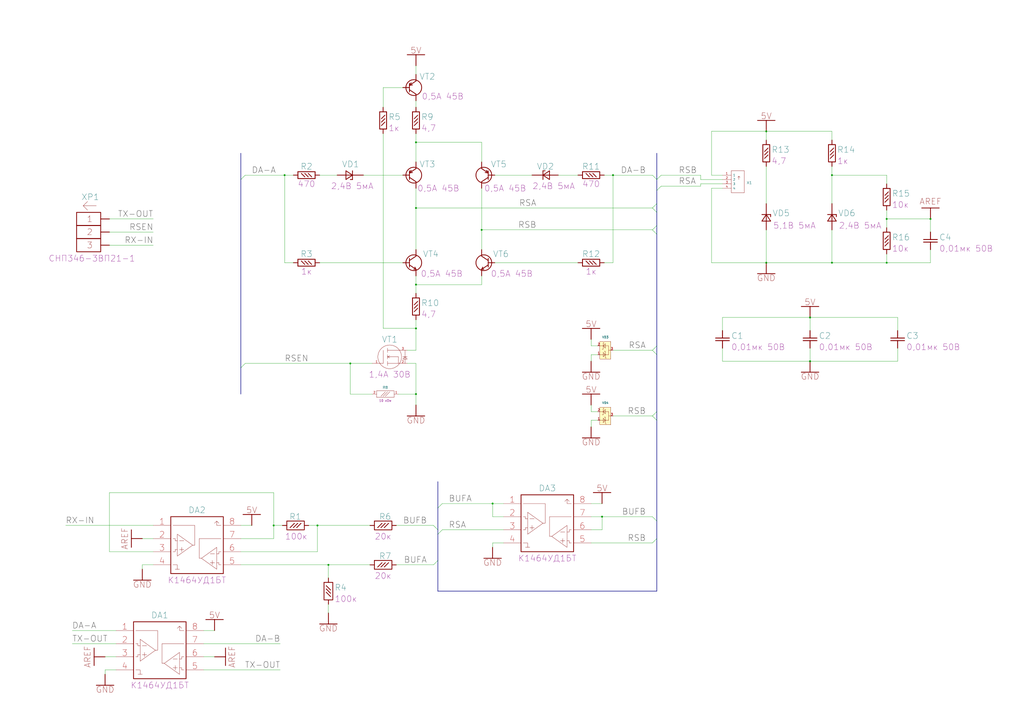
<source format=kicad_sch>
(kicad_sch (version 20211123) (generator eeschema)

  (uuid 14078daf-51c1-4c45-ae2c-e21eb26de1c2)

  (paper "A2")

  (lib_symbols
    (symbol "elements:Вилка_PLS4" (pin_names (offset 1.016)) (in_bom yes) (on_board yes)
      (property "Reference" "XP" (id 0) (at 2.54 2.54 0)
        (effects (font (size 1.524 1.524)))
      )
      (property "Value" "Вилка_PLS4" (id 1) (at 5.08 -14.605 0)
        (effects (font (size 1.524 1.524)) hide)
      )
      (property "Footprint" "" (id 2) (at 0 0 0)
        (effects (font (size 1.524 1.524)) hide)
      )
      (property "Datasheet" "" (id 3) (at 0 0 0)
        (effects (font (size 1.524 1.524)) hide)
      )
      (symbol "Вилка_PLS4_0_1"
        (polyline
          (pts
            (xy 2.54 -3.81)
            (xy 3.175 -3.175)
          )
          (stroke (width 0) (type default) (color 0 0 0 0))
          (fill (type none))
        )
        (polyline
          (pts
            (xy 3.175 -3.175)
            (xy 3.175 -5.08)
          )
          (stroke (width 0) (type default) (color 0 0 0 0))
          (fill (type none))
        )
        (polyline
          (pts
            (xy 3.81 -3.81)
            (xy 3.175 -3.175)
          )
          (stroke (width 0) (type default) (color 0 0 0 0))
          (fill (type none))
        )
        (rectangle (start 0 0) (end 7.62 -12.7)
          (stroke (width 0) (type default) (color 0 0 0 0))
          (fill (type none))
        )
      )
      (symbol "Вилка_PLS4_1_1"
        (pin input line (at 12.7 -2.54 180) (length 5.08)
          (name "1" (effects (font (size 1.27 1.27))))
          (number "1" (effects (font (size 1.27 1.27))))
        )
        (pin input line (at 12.7 -5.08 180) (length 5.08)
          (name "2" (effects (font (size 1.27 1.27))))
          (number "2" (effects (font (size 1.27 1.27))))
        )
        (pin input line (at 12.7 -7.62 180) (length 5.08)
          (name "3" (effects (font (size 1.27 1.27))))
          (number "3" (effects (font (size 1.27 1.27))))
        )
        (pin input line (at 12.7 -10.16 180) (length 5.08)
          (name "4" (effects (font (size 1.27 1.27))))
          (number "4" (effects (font (size 1.27 1.27))))
        )
      )
    )
    (symbol "elements:Диоды_шоттки_BAT54S" (pin_names (offset 1.016)) (in_bom yes) (on_board yes)
      (property "Reference" "VD" (id 0) (at 5.715 3.81 0)
        (effects (font (size 1.27 1.27)))
      )
      (property "Value" "Диоды_шоттки_BAT54S" (id 1) (at 4.445 -8.255 0)
        (effects (font (size 1.27 1.27)))
      )
      (property "Footprint" "N_VD_HL:Транзистор_IRLML6344TR_SOT-23" (id 2) (at 3.81 5.715 0)
        (effects (font (size 1.27 1.27)) hide)
      )
      (property "Datasheet" "" (id 3) (at -2.54 0 0)
        (effects (font (size 1.27 1.27)) hide)
      )
      (symbol "Диоды_шоттки_BAT54S_0_1"
        (polyline
          (pts
            (xy 1.27 0)
            (xy 5.08 0)
          )
          (stroke (width 0) (type default) (color 0 0 0 0))
          (fill (type none))
        )
        (polyline
          (pts
            (xy 2.54 -5.08)
            (xy 1.27 -5.08)
          )
          (stroke (width 0) (type default) (color 0 0 0 0))
          (fill (type none))
        )
        (polyline
          (pts
            (xy 3.175 -6.985)
            (xy 3.175 -5.08)
          )
          (stroke (width 0) (type default) (color 0 0 0 0))
          (fill (type none))
        )
        (polyline
          (pts
            (xy 3.175 -6.985)
            (xy 3.81 -6.985)
          )
          (stroke (width 0) (type default) (color 0 0 0 0))
          (fill (type none))
        )
        (polyline
          (pts
            (xy 4.445 -1.905)
            (xy 3.81 -1.905)
          )
          (stroke (width 0) (type default) (color 0 0 0 0))
          (fill (type none))
        )
        (polyline
          (pts
            (xy 4.445 -1.905)
            (xy 4.445 0)
          )
          (stroke (width 0) (type default) (color 0 0 0 0))
          (fill (type none))
        )
        (polyline
          (pts
            (xy 5.08 0)
            (xy 6.35 0)
          )
          (stroke (width 0) (type default) (color 0 0 0 0))
          (fill (type none))
        )
        (polyline
          (pts
            (xy 6.35 -5.08)
            (xy 2.54 -5.08)
          )
          (stroke (width 0) (type default) (color 0 0 0 0))
          (fill (type none))
        )
        (polyline
          (pts
            (xy 6.35 0)
            (xy 6.35 -5.08)
          )
          (stroke (width 0) (type default) (color 0 0 0 0))
          (fill (type none))
        )
        (polyline
          (pts
            (xy 7.62 -2.54)
            (xy 6.35 -2.54)
          )
          (stroke (width 0) (type default) (color 0 0 0 0))
          (fill (type none))
        )
        (polyline
          (pts
            (xy 3.175 -5.08)
            (xy 3.175 -3.175)
            (xy 2.54 -3.175)
          )
          (stroke (width 0) (type default) (color 0 0 0 0))
          (fill (type none))
        )
        (polyline
          (pts
            (xy 4.445 0)
            (xy 4.445 1.905)
            (xy 5.08 1.905)
          )
          (stroke (width 0) (type default) (color 0 0 0 0))
          (fill (type none))
        )
        (polyline
          (pts
            (xy 3.175 1.27)
            (xy 3.175 -1.27)
            (xy 4.445 0)
            (xy 3.175 1.27)
          )
          (stroke (width 0) (type default) (color 0 0 0 0))
          (fill (type none))
        )
        (polyline
          (pts
            (xy 4.445 -3.81)
            (xy 4.445 -6.35)
            (xy 3.175 -5.08)
            (xy 4.445 -3.81)
          )
          (stroke (width 0) (type default) (color 0 0 0 0))
          (fill (type none))
        )
        (rectangle (start 1.27 2.54) (end 7.62 -7.62)
          (stroke (width 0) (type default) (color 0 0 0 0))
          (fill (type background))
        )
      )
      (symbol "Диоды_шоттки_BAT54S_1_1"
        (pin input line (at 0 0 0) (length 1.27)
          (name "~" (effects (font (size 1.27 1.27))))
          (number "1" (effects (font (size 1.27 1.27))))
        )
        (pin input line (at 0 -5.08 0) (length 1.27)
          (name "~" (effects (font (size 1.27 1.27))))
          (number "2" (effects (font (size 1.27 1.27))))
        )
        (pin output line (at 8.89 -2.54 180) (length 1.27)
          (name "~" (effects (font (size 1.27 1.27))))
          (number "3" (effects (font (size 1.27 1.27))))
        )
      )
    )
    (symbol "elements:Резистор_0,065Вт" (pin_names (offset 1.016)) (in_bom yes) (on_board yes)
      (property "Reference" "R" (id 0) (at -0.635 3.81 0)
        (effects (font (size 1.524 1.524)))
      )
      (property "Value" "Резистор_0,065Вт" (id 1) (at 0 -3.81 0)
        (effects (font (size 1.524 1.524)) hide)
      )
      (property "Footprint" "N_RLC:Резистор_SMD_0603_0,065_Вт" (id 2) (at 0 0 0)
        (effects (font (size 1.524 1.524)) hide)
      )
      (property "Datasheet" "" (id 3) (at 0 0 0)
        (effects (font (size 1.524 1.524)) hide)
      )
      (property "УГО" "R101" (id 4) (at 0 0 0)
        (effects (font (size 1.27 1.27)) hide)
      )
      (property "Номинал" "100 Ом" (id 5) (at 0 0 0)
        (effects (font (size 1.27 1.27)))
      )
      (symbol "Резистор_0,065Вт_0_1"
        (rectangle (start -5.08 1.905) (end 5.08 -1.905)
          (stroke (width 0) (type default) (color 0 0 0 0))
          (fill (type none))
        )
        (polyline
          (pts
            (xy 0 1.27)
            (xy -2.54 -1.27)
          )
          (stroke (width 0) (type default) (color 0 0 0 0))
          (fill (type none))
        )
        (polyline
          (pts
            (xy 1.27 1.27)
            (xy -1.27 -1.27)
          )
          (stroke (width 0) (type default) (color 0 0 0 0))
          (fill (type none))
        )
        (polyline
          (pts
            (xy 2.54 1.27)
            (xy 0 -1.27)
          )
          (stroke (width 0) (type default) (color 0 0 0 0))
          (fill (type none))
        )
      )
      (symbol "Резистор_0,065Вт_1_1"
        (pin input line (at -7.62 0 0) (length 2.54)
          (name "~" (effects (font (size 1.27 1.27))))
          (number "1" (effects (font (size 1.27 1.27))))
        )
        (pin input line (at 7.62 0 180) (length 2.54)
          (name "~" (effects (font (size 1.27 1.27))))
          (number "2" (effects (font (size 1.27 1.27))))
        )
      )
    )
    (symbol "elements_2020:Транзистор_полевой_N-канальный_КП526А9" (pin_names (offset 1.016)) (in_bom yes) (on_board yes)
      (property "Reference" "VT" (id 0) (at 3.175 12.7 0)
        (effects (font (size 1.524 1.524)))
      )
      (property "Value" "Транзистор_полевой_N-канальный_КП526А9" (id 1) (at 2.54 -5.08 0)
        (effects (font (size 1.524 1.524)))
      )
      (property "Footprint" "MOTOR_VD_VT_HL:Корпус_КТ-46" (id 2) (at 1.905 17.145 0)
        (effects (font (size 1.524 1.524)) hide)
      )
      (property "Datasheet" "" (id 3) (at 0 0 0)
        (effects (font (size 1.524 1.524)) hide)
      )
      (property "LINK" "https://www.chipdip.ru/product/kp526a9" (id 4) (at 0.635 21.59 0)
        (effects (font (size 1.27 1.27)) hide)
      )
      (property "INFO" "n-канальный полевой" (id 5) (at 1.27 26.035 0)
        (effects (font (size 1.27 1.27)) hide)
      )
      (symbol "Транзистор_полевой_N-канальный_КП526А9_0_1"
        (polyline
          (pts
            (xy 0 0)
            (xy -1.27 0)
          )
          (stroke (width 0) (type default) (color 0 0 0 0))
          (fill (type none))
        )
        (polyline
          (pts
            (xy 0 7.62)
            (xy 0 0)
          )
          (stroke (width 0) (type default) (color 0 0 0 0))
          (fill (type none))
        )
        (polyline
          (pts
            (xy 2.54 -1.27)
            (xy 2.54 1.27)
          )
          (stroke (width 0) (type default) (color 0 0 0 0))
          (fill (type none))
        )
        (polyline
          (pts
            (xy 2.54 2.54)
            (xy 2.54 5.08)
          )
          (stroke (width 0) (type default) (color 0 0 0 0))
          (fill (type none))
        )
        (polyline
          (pts
            (xy 2.54 3.81)
            (xy 3.81 3.175)
          )
          (stroke (width 0) (type default) (color 0 0 0 0))
          (fill (type none))
        )
        (polyline
          (pts
            (xy 2.54 3.81)
            (xy 3.81 4.445)
          )
          (stroke (width 0) (type default) (color 0 0 0 0))
          (fill (type none))
        )
        (polyline
          (pts
            (xy 2.54 3.81)
            (xy 8.89 3.81)
          )
          (stroke (width 0) (type default) (color 0 0 0 0))
          (fill (type none))
        )
        (polyline
          (pts
            (xy 2.54 6.35)
            (xy 2.54 8.89)
          )
          (stroke (width 0) (type default) (color 0 0 0 0))
          (fill (type none))
        )
        (polyline
          (pts
            (xy 8.89 0)
            (xy 2.54 0)
          )
          (stroke (width 0) (type default) (color 0 0 0 0))
          (fill (type none))
        )
        (polyline
          (pts
            (xy 8.89 3.81)
            (xy 8.89 0)
          )
          (stroke (width 0) (type default) (color 0 0 0 0))
          (fill (type none))
        )
        (polyline
          (pts
            (xy 8.89 7.62)
            (xy 2.54 7.62)
          )
          (stroke (width 0) (type default) (color 0 0 0 0))
          (fill (type none))
        )
        (polyline
          (pts
            (xy 11.43 3.81)
            (xy 13.97 3.81)
          )
          (stroke (width 0) (type default) (color 0 0 0 0))
          (fill (type none))
        )
        (polyline
          (pts
            (xy 12.7 0)
            (xy 12.7 7.62)
          )
          (stroke (width 0) (type default) (color 0 0 0 0))
          (fill (type none))
        )
        (polyline
          (pts
            (xy 11.43 2.54)
            (xy 12.7 3.81)
            (xy 13.97 2.54)
            (xy 11.43 2.54)
          )
          (stroke (width 0) (type default) (color 0 0 0 0))
          (fill (type none))
        )
        (circle (center 3.81 3.81) (radius 6.858)
          (stroke (width 0) (type default) (color 0 0 0 0))
          (fill (type none))
        )
      )
      (symbol "Транзистор_полевой_N-канальный_КП526А9_1_1"
        (pin input line (at -6.35 0 0) (length 5.08)
          (name "~" (effects (font (size 1.27 1.27))))
          (number "1" (effects (font (size 1.27 1.27))))
        )
        (pin input line (at 13.97 0 180) (length 5.08)
          (name "~" (effects (font (size 1.27 1.27))))
          (number "2" (effects (font (size 1.27 1.27))))
        )
        (pin input line (at 13.97 7.62 180) (length 5.08)
          (name "~" (effects (font (size 1.27 1.27))))
          (number "3" (effects (font (size 1.27 1.27))))
        )
      )
    )
    (symbol "eo-engine:#метка-5V" (pin_names (offset 1.016)) (in_bom yes) (on_board yes)
      (property "Reference" "#5V" (id 0) (at 0 -1.27 0)
        (effects (font (size 1.27 1.27)) hide)
      )
      (property "Value" "#метка-5V" (id 1) (at -1.27 -3.81 0)
        (effects (font (size 1.27 1.27)) hide)
      )
      (property "Footprint" "" (id 2) (at 0 0 0)
        (effects (font (size 1.27 1.27)) hide)
      )
      (property "Datasheet" "" (id 3) (at 0 0 0)
        (effects (font (size 1.27 1.27)) hide)
      )
      (symbol "#метка-5V_0_0"
        (polyline
          (pts
            (xy 0 6.35)
            (xy -5.08 6.35)
          )
          (stroke (width 0.4572) (type default) (color 0 0 0 0))
          (fill (type none))
        )
        (polyline
          (pts
            (xy 0 6.35)
            (xy 5.08 6.35)
          )
          (stroke (width 0.4572) (type default) (color 0 0 0 0))
          (fill (type none))
        )
        (text "5V" (at 0 8.89 0)
          (effects (font (size 3.5052 3.5052)))
        )
      )
      (symbol "#метка-5V_0_1"
        (polyline
          (pts
            (xy 0 0)
            (xy 0 6.35)
          )
          (stroke (width 0.4572) (type default) (color 0 0 0 0))
          (fill (type none))
        )
      )
      (symbol "#метка-5V_1_1"
        (pin power_in line (at 0 0 0) (length 1.27) hide
          (name "5V" (effects (font (size 1.27 1.27))))
          (number "~" (effects (font (size 1.27 1.27))))
        )
      )
    )
    (symbol "eo-engine:#метка-GND" (pin_names (offset 1.016)) (in_bom yes) (on_board yes)
      (property "Reference" "#GND" (id 0) (at 0 1.27 0)
        (effects (font (size 1.27 1.27)) hide)
      )
      (property "Value" "#метка-GND" (id 1) (at 1.27 3.81 0)
        (effects (font (size 1.27 1.27)) hide)
      )
      (property "Footprint" "" (id 2) (at 0 0 0)
        (effects (font (size 1.27 1.27)) hide)
      )
      (property "Datasheet" "" (id 3) (at 0 0 0)
        (effects (font (size 1.27 1.27)) hide)
      )
      (symbol "#метка-GND_0_0"
        (polyline
          (pts
            (xy 0 -6.35)
            (xy -5.08 -6.35)
          )
          (stroke (width 0.4572) (type default) (color 0 0 0 0))
          (fill (type none))
        )
        (polyline
          (pts
            (xy 0 -6.35)
            (xy 5.08 -6.35)
          )
          (stroke (width 0.4572) (type default) (color 0 0 0 0))
          (fill (type none))
        )
        (text "GND" (at 0 -8.89 0)
          (effects (font (size 3.5052 3.5052)))
        )
      )
      (symbol "#метка-GND_0_1"
        (polyline
          (pts
            (xy 0 0)
            (xy 0 -6.35)
          )
          (stroke (width 0.4572) (type default) (color 0 0 0 0))
          (fill (type none))
        )
      )
      (symbol "#метка-GND_1_1"
        (pin power_in line (at 0 0 180) (length 1.27) hide
          (name "GND" (effects (font (size 1.27 1.27))))
          (number "~" (effects (font (size 1.27 1.27))))
        )
      )
    )
    (symbol "eo-engine:Транзистор*npn*0,5А*45В*SOT23" (pin_names (offset 1.016)) (in_bom yes) (on_board yes)
      (property "Reference" "VT" (id 0) (at 15.24 6.35 0)
        (effects (font (size 3.5052 3.5052)))
      )
      (property "Value" "Транзистор*npn*0,5А*45В*SOT23" (id 1) (at 7.62 -13.335 0)
        (effects (font (size 0.9906 0.9906)) hide)
      )
      (property "Footprint" "N_VD_HL:Корпус_КТ-46" (id 2) (at 8.255 -15.24 0)
        (effects (font (size 0.9906 0.9906)) hide)
      )
      (property "Datasheet" "${MOTOR_2020_LIB}\\documentation\\2Т3130_СП.pdf" (id 3) (at 0 0 0)
        (effects (font (size 0.9906 0.9906)) hide)
      )
      (property "INFO" "0,5А 45В" (id 4) (at 22.86 -3.81 0)
        (effects (font (size 3.5052 3.5052)))
      )
      (property "LINK" "https://www.chipdip.ru/product0/9000576808" (id 5) (at 0 0 0)
        (effects (font (size 1.27 1.27)) hide)
      )
      (property "COST" "2" (id 6) (at 0 0 0)
        (effects (font (size 1.27 1.27)) hide)
      )
      (property "ki_description" "NPN, h21=100...250, Iк.макс < 100 мА, P < 200 мВт, Uкэ < 40 В, sot-23" (id 7) (at 0 0 0)
        (effects (font (size 1.27 1.27)) hide)
      )
      (symbol "Транзистор*npn*0,5А*45В*SOT23_0_1"
        (polyline
          (pts
            (xy 0 0)
            (xy 3.81 0)
          )
          (stroke (width 0.4572) (type default) (color 0 0 0 0))
          (fill (type none))
        )
        (polyline
          (pts
            (xy 3.81 1.27)
            (xy 7.62 3.81)
          )
          (stroke (width 0.4572) (type default) (color 0 0 0 0))
          (fill (type none))
        )
        (polyline
          (pts
            (xy 3.81 2.54)
            (xy 3.81 -2.54)
          )
          (stroke (width 0.4572) (type default) (color 0 0 0 0))
          (fill (type none))
        )
        (polyline
          (pts
            (xy 6.35 -3.81)
            (xy 7.62 -3.81)
          )
          (stroke (width 0.4572) (type default) (color 0 0 0 0))
          (fill (type none))
        )
        (polyline
          (pts
            (xy 7.62 -3.81)
            (xy 3.81 -1.27)
          )
          (stroke (width 0.4572) (type default) (color 0 0 0 0))
          (fill (type none))
        )
        (polyline
          (pts
            (xy 7.62 -3.81)
            (xy 6.985 -2.54)
          )
          (stroke (width 0.4572) (type default) (color 0 0 0 0))
          (fill (type none))
        )
        (polyline
          (pts
            (xy 7.62 -3.81)
            (xy 7.62 -7.62)
          )
          (stroke (width 0.4572) (type default) (color 0 0 0 0))
          (fill (type none))
        )
        (polyline
          (pts
            (xy 7.62 3.81)
            (xy 7.62 7.62)
          )
          (stroke (width 0.4572) (type default) (color 0 0 0 0))
          (fill (type none))
        )
        (circle (center 6.35 0) (radius 4.572)
          (stroke (width 0.4572) (type default) (color 0 0 0 0))
          (fill (type none))
        )
      )
      (symbol "Транзистор*npn*0,5А*45В*SOT23_1_1"
        (pin input line (at 0 0 90) (length 2.54) hide
          (name "~" (effects (font (size 1.27 1.27))))
          (number "1" (effects (font (size 1.27 1.27))))
        )
        (pin input line (at 7.62 -7.62 180) (length 2.54) hide
          (name "~" (effects (font (size 1.27 1.27))))
          (number "2" (effects (font (size 1.27 1.27))))
        )
        (pin input line (at 7.62 7.62 0) (length 2.54) hide
          (name "~" (effects (font (size 1.27 1.27))))
          (number "3" (effects (font (size 1.27 1.27))))
        )
      )
    )
    (symbol "eo-engine:Транзистор*pnp*0,5А*45В*SOT23" (pin_names (offset 1.016)) (in_bom yes) (on_board yes)
      (property "Reference" "VT" (id 0) (at 15.24 6.35 0)
        (effects (font (size 3.5052 3.5052)))
      )
      (property "Value" "Транзистор*pnp*0,5А*45В*SOT23" (id 1) (at 7.62 -13.335 0)
        (effects (font (size 0.9906 0.9906)) hide)
      )
      (property "Footprint" "N_VD_HL:Корпус_КТ-46" (id 2) (at 8.255 -15.24 0)
        (effects (font (size 0.9906 0.9906)) hide)
      )
      (property "Datasheet" "${MOTOR_2020_LIB}\\documentation\\2Т3130_СП.pdf" (id 3) (at 0 0 0)
        (effects (font (size 0.9906 0.9906)) hide)
      )
      (property "INFO" "0,5А 45В" (id 4) (at 22.86 -3.81 0)
        (effects (font (size 3.5052 3.5052)))
      )
      (property "LINK" "https://www.chipdip.ru/product0/9000576806" (id 5) (at 0 0 0)
        (effects (font (size 1.27 1.27)) hide)
      )
      (property "COST" "2" (id 6) (at 0 0 0)
        (effects (font (size 1.27 1.27)) hide)
      )
      (property "ki_description" "NPN, h21=100...250, Iк.макс < 100 мА, P < 200 мВт, Uкэ < 40 В, sot-23" (id 7) (at 0 0 0)
        (effects (font (size 1.27 1.27)) hide)
      )
      (symbol "Транзистор*pnp*0,5А*45В*SOT23_0_1"
        (polyline
          (pts
            (xy 0 0)
            (xy 3.81 0)
          )
          (stroke (width 0.4572) (type default) (color 0 0 0 0))
          (fill (type none))
        )
        (polyline
          (pts
            (xy 3.81 -1.27)
            (xy 4.826 -2.794)
          )
          (stroke (width 0.4572) (type default) (color 0 0 0 0))
          (fill (type none))
        )
        (polyline
          (pts
            (xy 3.81 -1.27)
            (xy 5.588 -1.524)
          )
          (stroke (width 0.4572) (type default) (color 0 0 0 0))
          (fill (type none))
        )
        (polyline
          (pts
            (xy 3.81 1.27)
            (xy 7.62 3.81)
          )
          (stroke (width 0.4572) (type default) (color 0 0 0 0))
          (fill (type none))
        )
        (polyline
          (pts
            (xy 3.81 2.54)
            (xy 3.81 -2.54)
          )
          (stroke (width 0.4572) (type default) (color 0 0 0 0))
          (fill (type none))
        )
        (polyline
          (pts
            (xy 7.62 -3.81)
            (xy 3.81 -1.27)
          )
          (stroke (width 0.4572) (type default) (color 0 0 0 0))
          (fill (type none))
        )
        (polyline
          (pts
            (xy 7.62 -3.81)
            (xy 7.62 -7.62)
          )
          (stroke (width 0.4572) (type default) (color 0 0 0 0))
          (fill (type none))
        )
        (polyline
          (pts
            (xy 7.62 3.81)
            (xy 7.62 7.62)
          )
          (stroke (width 0.4572) (type default) (color 0 0 0 0))
          (fill (type none))
        )
        (circle (center 6.35 0) (radius 4.572)
          (stroke (width 0.4572) (type default) (color 0 0 0 0))
          (fill (type none))
        )
      )
      (symbol "Транзистор*pnp*0,5А*45В*SOT23_1_1"
        (pin input line (at 0 0 90) (length 2.54) hide
          (name "~" (effects (font (size 1.27 1.27))))
          (number "1" (effects (font (size 1.27 1.27))))
        )
        (pin input line (at 7.62 -7.62 180) (length 2.54) hide
          (name "~" (effects (font (size 1.27 1.27))))
          (number "2" (effects (font (size 1.27 1.27))))
        )
        (pin input line (at 7.62 7.62 0) (length 2.54) hide
          (name "~" (effects (font (size 1.27 1.27))))
          (number "3" (effects (font (size 1.27 1.27))))
        )
      )
    )
    (symbol "niisk_lib:#метка-AREF" (pin_names (offset 1.016)) (in_bom yes) (on_board yes)
      (property "Reference" "#AREF" (id 0) (at 0 -1.27 0)
        (effects (font (size 1.27 1.27)) hide)
      )
      (property "Value" "#метка-AREF" (id 1) (at -1.27 -3.81 0)
        (effects (font (size 1.27 1.27)) hide)
      )
      (property "Footprint" "" (id 2) (at 0 0 0)
        (effects (font (size 1.27 1.27)) hide)
      )
      (property "Datasheet" "" (id 3) (at 0 0 0)
        (effects (font (size 1.27 1.27)) hide)
      )
      (symbol "#метка-AREF_0_0"
        (polyline
          (pts
            (xy 0 6.35)
            (xy -5.08 6.35)
          )
          (stroke (width 0.4572) (type default) (color 0 0 0 0))
          (fill (type none))
        )
        (polyline
          (pts
            (xy 0 6.35)
            (xy 5.08 6.35)
          )
          (stroke (width 0.4572) (type default) (color 0 0 0 0))
          (fill (type none))
        )
        (text "AREF" (at 0 10.16 0)
          (effects (font (size 3.5052 3.5052)))
        )
      )
      (symbol "#метка-AREF_0_1"
        (polyline
          (pts
            (xy 0 0)
            (xy 0 6.35)
          )
          (stroke (width 0.4572) (type default) (color 0 0 0 0))
          (fill (type none))
        )
      )
      (symbol "#метка-AREF_1_1"
        (pin power_in line (at 0 0 0) (length 1.27) hide
          (name "AREF" (effects (font (size 1.27 1.27))))
          (number "~" (effects (font (size 1.27 1.27))))
        )
      )
    )
    (symbol "niisk_lib:smd-резистор*100к*0603*ВП" (pin_names (offset 1.016)) (in_bom yes) (on_board yes)
      (property "Reference" "R" (id 0) (at 0 5.08 0)
        (effects (font (size 3.5052 3.5052)))
      )
      (property "Value" "smd-резистор*100к*0603*ВП" (id 1) (at 0 -10.16 0)
        (effects (font (size 1.27 1.27)) hide)
      )
      (property "Footprint" "MOTOR_RLC:Резистор_SMD_IEC_0603-0,075_Вт" (id 2) (at 0 -12.7 0)
        (effects (font (size 1.27 1.27)) hide)
      )
      (property "Datasheet" "${NIISK_LIB}/PDF/Р1-12_СП.pdf" (id 3) (at 0 0 0)
        (effects (font (size 1.27 1.27)) hide)
      )
      (property "INFO" "100к" (id 4) (at 0 -5.08 0)
        (effects (font (size 3.5052 3.5052)))
      )
      (property "NAME" "Резистор Р1-12-0,1 ум.-100 кОм±5проц.-Н-«А» ШКАБ.434110.002ТУ" (id 5) (at 0 -15.24 0)
        (effects (font (size 1.27 1.27)) hide)
      )
      (property "SYMBOL" "2.728" (id 6) (at 0 -17.78 0)
        (effects (font (size 1.27 1.27)) hide)
      )
      (property "ЭКБ" "2021" (id 7) (at 0 -20.32 0)
        (effects (font (size 1.27 1.27)) hide)
      )
      (property "SUPPLIER" "АО \"Ресурс\", г. Богородицк" (id 8) (at 0 -22.86 0)
        (effects (font (size 1.27 1.27)) hide)
      )
      (property "ki_keywords" "Резистор SMD, 0,1 Вт, 20 кОм, 0603" (id 9) (at 0 0 0)
        (effects (font (size 1.27 1.27)) hide)
      )
      (property "ki_description" "Резистор SMD 0,1-20 кОм 0603" (id 10) (at 0 0 0)
        (effects (font (size 1.27 1.27)) hide)
      )
      (symbol "smd-резистор*100к*0603*ВП_0_1"
        (rectangle (start -5.08 2.54) (end 5.08 -2.54)
          (stroke (width 0.4572) (type default) (color 0 0 0 0))
          (fill (type none))
        )
        (polyline
          (pts
            (xy -5.08 0)
            (xy -7.62 0)
          )
          (stroke (width 0.4572) (type default) (color 0 0 0 0))
          (fill (type none))
        )
        (polyline
          (pts
            (xy -0.635 1.27)
            (xy -3.175 -1.27)
          )
          (stroke (width 0.4572) (type default) (color 0 0 0 0))
          (fill (type none))
        )
        (polyline
          (pts
            (xy 1.27 1.27)
            (xy -1.27 -1.27)
          )
          (stroke (width 0.4572) (type default) (color 0 0 0 0))
          (fill (type none))
        )
        (polyline
          (pts
            (xy 3.175 1.27)
            (xy 0.635 -1.27)
          )
          (stroke (width 0.4572) (type default) (color 0 0 0 0))
          (fill (type none))
        )
        (polyline
          (pts
            (xy 5.08 0)
            (xy 7.62 0)
          )
          (stroke (width 0.4572) (type default) (color 0 0 0 0))
          (fill (type none))
        )
      )
      (symbol "smd-резистор*100к*0603*ВП_1_1"
        (pin input line (at -7.62 0 0) (length 0) hide
          (name "~" (effects (font (size 1.27 1.27))))
          (number "1" (effects (font (size 3.5052 3.5052))))
        )
        (pin input line (at 7.62 0 180) (length 0) hide
          (name "~" (effects (font (size 1.27 1.27))))
          (number "2" (effects (font (size 3.5052 3.5052))))
        )
      )
    )
    (symbol "niisk_lib:smd-резистор*20к*0603*ВП" (pin_names (offset 1.016)) (in_bom yes) (on_board yes)
      (property "Reference" "R" (id 0) (at 0 5.08 0)
        (effects (font (size 3.5052 3.5052)))
      )
      (property "Value" "smd-резистор*20к*0603*ВП" (id 1) (at 0 -10.16 0)
        (effects (font (size 1.27 1.27)) hide)
      )
      (property "Footprint" "MOTOR_RLC:Резистор_SMD_IEC_0603-0,075_Вт" (id 2) (at 0 -12.7 0)
        (effects (font (size 1.27 1.27)) hide)
      )
      (property "Datasheet" "${NIISK_LIB}/PDF/Р1-12_СП.pdf" (id 3) (at 0 0 0)
        (effects (font (size 1.27 1.27)) hide)
      )
      (property "INFO" "20к" (id 4) (at 0 -5.08 0)
        (effects (font (size 3.5052 3.5052)))
      )
      (property "NAME" "Резистор Р1-12-0,1 ум.-20 кОм±5проц.-Н-«А» ШКАБ.434110.002ТУ" (id 5) (at 0 -15.24 0)
        (effects (font (size 1.27 1.27)) hide)
      )
      (property "SYMBOL" "2.728" (id 6) (at 0 -17.78 0)
        (effects (font (size 1.27 1.27)) hide)
      )
      (property "ЭКБ" "2019" (id 7) (at 0 -20.32 0)
        (effects (font (size 1.27 1.27)) hide)
      )
      (property "ki_keywords" "Резистор SMD, 0,1 Вт, 20 кОм, 0603" (id 8) (at 0 0 0)
        (effects (font (size 1.27 1.27)) hide)
      )
      (property "ki_description" "Резистор SMD 0,1-20 кОм 0603" (id 9) (at 0 0 0)
        (effects (font (size 1.27 1.27)) hide)
      )
      (symbol "smd-резистор*20к*0603*ВП_0_1"
        (rectangle (start -5.08 2.54) (end 5.08 -2.54)
          (stroke (width 0.4572) (type default) (color 0 0 0 0))
          (fill (type none))
        )
        (polyline
          (pts
            (xy -5.08 0)
            (xy -7.62 0)
          )
          (stroke (width 0.4572) (type default) (color 0 0 0 0))
          (fill (type none))
        )
        (polyline
          (pts
            (xy -0.635 1.27)
            (xy -3.175 -1.27)
          )
          (stroke (width 0.4572) (type default) (color 0 0 0 0))
          (fill (type none))
        )
        (polyline
          (pts
            (xy 1.27 1.27)
            (xy -1.27 -1.27)
          )
          (stroke (width 0.4572) (type default) (color 0 0 0 0))
          (fill (type none))
        )
        (polyline
          (pts
            (xy 3.175 1.27)
            (xy 0.635 -1.27)
          )
          (stroke (width 0.4572) (type default) (color 0 0 0 0))
          (fill (type none))
        )
        (polyline
          (pts
            (xy 5.08 0)
            (xy 7.62 0)
          )
          (stroke (width 0.4572) (type default) (color 0 0 0 0))
          (fill (type none))
        )
      )
      (symbol "smd-резистор*20к*0603*ВП_1_1"
        (pin input line (at -7.62 0 0) (length 0) hide
          (name "~" (effects (font (size 1.27 1.27))))
          (number "1" (effects (font (size 3.5052 3.5052))))
        )
        (pin input line (at 7.62 0 180) (length 0) hide
          (name "~" (effects (font (size 1.27 1.27))))
          (number "2" (effects (font (size 3.5052 3.5052))))
        )
      )
    )
    (symbol "niisk_lib:smd-стабилитрон*5,1В*5мА*КД-36*ВП" (pin_numbers hide) (pin_names (offset 0) hide) (in_bom yes) (on_board yes)
      (property "Reference" "VD" (id 0) (at 6.604 6.858 0)
        (effects (font (size 3.5052 3.5052)))
      )
      (property "Value" "smd-стабилитрон*5,1В*5мА*КД-36*ВП" (id 1) (at 7.62 -10.16 0)
        (effects (font (size 1.27 1.27)) hide)
      )
      (property "Footprint" "MOTOR_VD_VT_HL:Корпус_IEC_КД-36" (id 2) (at 8.89 -14.605 0)
        (effects (font (size 1.27 1.27)) hide)
      )
      (property "Datasheet" "${NIISK_LIB}/PDF/Стабилитроны_Восток.pdf" (id 3) (at 5.08 0 0)
        (effects (font (size 1.27 1.27)) hide)
      )
      (property "SYMBOL" "2.730" (id 4) (at 8.89 -12.7 0)
        (effects (font (size 1.27 1.27)) hide)
      )
      (property "INFO" "5,1В 5мА" (id 5) (at 8.89 -6.35 0)
        (effects (font (size 3.5052 3.5052)))
      )
      (property "SUPPLIER" "АО \"НЗПП Восток\", г. Новосибирск" (id 6) (at 10.16 -17.78 0)
        (effects (font (size 1.27 1.27)) hide)
      )
      (property "ANALOG" "BZB984C5V1" (id 7) (at 10.16 -20.32 0)
        (effects (font (size 1.27 1.27)) hide)
      )
      (property "NAME" "Стабилитрон 2С4002А91 АЕЯР.432120.780 ТУ" (id 8) (at 10.16 -22.86 0)
        (effects (font (size 1.27 1.27)) hide)
      )
      (property "ЭКБ" "2021" (id 9) (at 8.89 -25.4 0)
        (effects (font (size 1.27 1.27)) hide)
      )
      (property "ki_keywords" "Стабилитрон, SMD, 2С4002А91, BZB984C5V1" (id 10) (at 0 0 0)
        (effects (font (size 1.27 1.27)) hide)
      )
      (property "ki_description" "Стабилитрон 2С4002А91 SMD в корпусе КД-36 (SOD-123). Uст = 5,1 В, Iст = 5 мА, Rст = 60 Ом, Iмин = 1 мА. Аналог BZB984C5V1." (id 11) (at 0 0 0)
        (effects (font (size 1.27 1.27)) hide)
      )
      (symbol "smd-стабилитрон*5,1В*5мА*КД-36*ВП_0_1"
        (polyline
          (pts
            (xy 0 0)
            (xy 15.24 0)
          )
          (stroke (width 0.4572) (type default) (color 0 0 0 0))
          (fill (type none))
        )
        (polyline
          (pts
            (xy 8.89 -2.54)
            (xy 7.62 -2.54)
          )
          (stroke (width 0.4572) (type default) (color 0 0 0 0))
          (fill (type none))
        )
        (polyline
          (pts
            (xy 8.89 2.54)
            (xy 8.89 -2.54)
          )
          (stroke (width 0.4572) (type default) (color 0 0 0 0))
          (fill (type none))
        )
        (polyline
          (pts
            (xy 5.08 2.54)
            (xy 5.08 -2.54)
            (xy 8.89 0)
            (xy 5.08 2.54)
          )
          (stroke (width 0.4572) (type default) (color 0 0 0 0))
          (fill (type none))
        )
      )
      (symbol "smd-стабилитрон*5,1В*5мА*КД-36*ВП_1_1"
        (pin input line (at 0 0 0) (length 0) hide
          (name "A" (effects (font (size 1.27 1.27))))
          (number "A" (effects (font (size 1.27 1.27))))
        )
        (pin input line (at 15.24 0 180) (length 0) hide
          (name "K" (effects (font (size 1.27 1.27))))
          (number "K" (effects (font (size 1.27 1.27))))
        )
      )
    )
    (symbol "niisk_lib:Вилка*PLS*3контакта*1ряд*вертикальная" (pin_names (offset 1.016)) (in_bom yes) (on_board yes)
      (property "Reference" "XP" (id 0) (at 25.4 7.62 0)
        (effects (font (size 3.5052 3.5052)))
      )
      (property "Value" "Вилка*PLS*3контакта*1ряд*вертикальная" (id 1) (at 0 12.7 0)
        (effects (font (size 1.27 1.27)) hide)
      )
      (property "Footprint" "MOTOR_X:Вилка_SNP346-3VP21-1" (id 2) (at 0 17.78 0)
        (effects (font (size 1.27 1.27)) hide)
      )
      (property "Datasheet" "" (id 3) (at 0 0 0)
        (effects (font (size 1.27 1.27)) hide)
      )
      (property "INFO" "СНП346-3ВП21-1" (id 4) (at 12.7 -22.86 0)
        (effects (font (size 3.5052 3.5052)))
      )
      (property "NAME" "Вилка СНП346-3ВП21-1-В РЮМК.430420.011 ТУ" (id 5) (at 0 20.32 0)
        (effects (font (size 1.27 1.27)) hide)
      )
      (property "ЭКБ" "2021" (id 6) (at 0 25.4 0)
        (effects (font (size 1.27 1.27)) hide)
      )
      (property "SUPPLIER" "АО \"Карачевский завод \"Электродеталь\", г. Карачев" (id 7) (at 0 22.86 0)
        (effects (font (size 1.27 1.27)) hide)
      )
      (symbol "Вилка*PLS*3контакта*1ряд*вертикальная_0_0"
        (polyline
          (pts
            (xy 0 -15.24)
            (xy 5.08 -15.24)
          )
          (stroke (width 0.4572) (type default) (color 0 0 0 0))
          (fill (type none))
        )
        (polyline
          (pts
            (xy 0 -7.62)
            (xy 5.08 -7.62)
          )
          (stroke (width 0.4572) (type default) (color 0 0 0 0))
          (fill (type none))
        )
        (polyline
          (pts
            (xy 0 0)
            (xy 5.08 0)
          )
          (stroke (width 0.4572) (type default) (color 0 0 0 0))
          (fill (type none))
        )
        (polyline
          (pts
            (xy 7.62 7.62)
            (xy 15.24 7.62)
          )
          (stroke (width 0.1524) (type default) (color 0 0 0 0))
          (fill (type none))
        )
        (polyline
          (pts
            (xy 12.7 10.16)
            (xy 15.24 7.62)
            (xy 12.7 5.08)
          )
          (stroke (width 0.1524) (type default) (color 0 0 0 0))
          (fill (type none))
        )
        (rectangle (start 5.08 -11.43) (end 19.05 -19.05)
          (stroke (width 0.4572) (type default) (color 0 0 0 0))
          (fill (type none))
        )
        (rectangle (start 5.08 -3.81) (end 19.05 3.81)
          (stroke (width 0.4572) (type default) (color 0 0 0 0))
          (fill (type none))
        )
        (rectangle (start 19.05 -3.81) (end 5.08 -11.43)
          (stroke (width 0.4572) (type default) (color 0 0 0 0))
          (fill (type none))
        )
        (text "1" (at 11.43 0 0)
          (effects (font (size 3.5052 3.5052)))
        )
        (text "2" (at 11.43 -7.62 0)
          (effects (font (size 3.5052 3.5052)))
        )
        (text "3" (at 11.43 -15.24 0)
          (effects (font (size 3.5052 3.5052)))
        )
      )
      (symbol "Вилка*PLS*3контакта*1ряд*вертикальная_1_1"
        (pin input line (at 0 0 90) (length 2.54) hide
          (name "~" (effects (font (size 1.27 1.27))))
          (number "1A" (effects (font (size 1.27 1.27))))
        )
        (pin input line (at 0 -7.62 90) (length 2.54) hide
          (name "~" (effects (font (size 1.27 1.27))))
          (number "2A" (effects (font (size 1.27 1.27))))
        )
        (pin input line (at 0 -15.24 90) (length 2.54) hide
          (name "~" (effects (font (size 1.27 1.27))))
          (number "3A" (effects (font (size 1.27 1.27))))
        )
      )
    )
    (symbol "niisk_lib:ОУ*сдвоенный*so-8*ОТК" (pin_names (offset 1.016)) (in_bom yes) (on_board yes)
      (property "Reference" "DA" (id 0) (at 35.56 8.89 0)
        (effects (font (size 3.5052 3.5052)))
      )
      (property "Value" "ОУ*сдвоенный*so-8*ОТК" (id 1) (at 26.035 13.97 0)
        (effects (font (size 1.524 1.524)) hide)
      )
      (property "Footprint" "MOTOR_IMPORT_OTK:SO-8" (id 2) (at -124.46 73.66 0)
        (effects (font (size 1.524 1.524)) hide)
      )
      (property "Datasheet" "${NIISK_LIB}/PDF/1464УД1.pdf" (id 3) (at -124.46 73.66 0)
        (effects (font (size 1.524 1.524)) hide)
      )
      (property "SYMBOL" "2.743" (id 4) (at 20.32 0 0)
        (effects (font (size 1.27 1.27)) hide)
      )
      (property "NAME" "К1464УД1БТ" (id 5) (at 25.4 -33.02 0)
        (effects (font (size 3.5052 3.5052)))
      )
      (property "ki_description" "Двухканальный ОУ; Напряжение 3...30 В; Частота 1,1 МГц; Напряжение смещения 2 мкВ" (id 6) (at 0 0 0)
        (effects (font (size 1.27 1.27)) hide)
      )
      (symbol "ОУ*сдвоенный*so-8*ОТК_0_1"
        (polyline
          (pts
            (xy 12.7 -25.4)
            (xy 15.24 -25.4)
          )
          (stroke (width 0.1524) (type default) (color 0 0 0 0))
          (fill (type none))
        )
        (polyline
          (pts
            (xy 15.24 -13.97)
            (xy 17.78 -13.97)
          )
          (stroke (width 0.1524) (type default) (color 0 0 0 0))
          (fill (type none))
        )
        (polyline
          (pts
            (xy 15.24 -8.89)
            (xy 17.78 -8.89)
          )
          (stroke (width 0.1524) (type default) (color 0 0 0 0))
          (fill (type none))
        )
        (polyline
          (pts
            (xy 16.51 -12.7)
            (xy 16.51 -15.24)
          )
          (stroke (width 0.1524) (type default) (color 0 0 0 0))
          (fill (type none))
        )
        (polyline
          (pts
            (xy 34.29 -20.32)
            (xy 34.29 -22.86)
          )
          (stroke (width 0.1524) (type default) (color 0 0 0 0))
          (fill (type none))
        )
        (polyline
          (pts
            (xy 35.56 -21.59)
            (xy 33.02 -21.59)
          )
          (stroke (width 0.1524) (type default) (color 0 0 0 0))
          (fill (type none))
        )
        (polyline
          (pts
            (xy 35.56 -16.51)
            (xy 33.02 -16.51)
          )
          (stroke (width 0.1524) (type default) (color 0 0 0 0))
          (fill (type none))
        )
        (polyline
          (pts
            (xy 36.83 2.54)
            (xy 38.1 1.27)
          )
          (stroke (width 0.1524) (type default) (color 0 0 0 0))
          (fill (type none))
        )
        (polyline
          (pts
            (xy 11.43 -22.86)
            (xy 13.97 -22.86)
            (xy 13.97 -25.4)
          )
          (stroke (width 0.1524) (type default) (color 0 0 0 0))
          (fill (type none))
        )
        (polyline
          (pts
            (xy 11.43 -15.24)
            (xy 12.7 -15.24)
            (xy 12.7 -13.97)
            (xy 13.97 -13.97)
          )
          (stroke (width 0.1524) (type default) (color 0 0 0 0))
          (fill (type none))
        )
        (polyline
          (pts
            (xy 11.43 -7.62)
            (xy 12.7 -7.62)
            (xy 12.7 -8.89)
            (xy 13.97 -8.89)
          )
          (stroke (width 0.1524) (type default) (color 0 0 0 0))
          (fill (type none))
        )
        (polyline
          (pts
            (xy 11.43 0)
            (xy 24.13 0)
            (xy 24.13 -11.43)
            (xy 22.86 -11.43)
          )
          (stroke (width 0.1524) (type default) (color 0 0 0 0))
          (fill (type none))
        )
        (polyline
          (pts
            (xy 13.97 -5.08)
            (xy 13.97 -17.78)
            (xy 22.86 -11.43)
            (xy 13.97 -5.08)
          )
          (stroke (width 0.1524) (type default) (color 0 0 0 0))
          (fill (type none))
        )
        (polyline
          (pts
            (xy 36.83 -12.7)
            (xy 36.83 -25.4)
            (xy 27.94 -19.05)
            (xy 36.83 -12.7)
          )
          (stroke (width 0.1524) (type default) (color 0 0 0 0))
          (fill (type none))
        )
        (polyline
          (pts
            (xy 39.37 -22.86)
            (xy 38.1 -22.86)
            (xy 38.1 -21.59)
            (xy 36.83 -21.59)
          )
          (stroke (width 0.1524) (type default) (color 0 0 0 0))
          (fill (type none))
        )
        (polyline
          (pts
            (xy 39.37 -15.24)
            (xy 38.1 -15.24)
            (xy 38.1 -16.51)
            (xy 36.83 -16.51)
          )
          (stroke (width 0.1524) (type default) (color 0 0 0 0))
          (fill (type none))
        )
        (polyline
          (pts
            (xy 39.37 -7.62)
            (xy 26.67 -7.62)
            (xy 26.67 -19.05)
            (xy 27.94 -19.05)
          )
          (stroke (width 0.1524) (type default) (color 0 0 0 0))
          (fill (type none))
        )
        (polyline
          (pts
            (xy 39.37 0)
            (xy 36.83 0)
            (xy 36.83 2.54)
            (xy 35.56 1.27)
          )
          (stroke (width 0.1524) (type default) (color 0 0 0 0))
          (fill (type none))
        )
        (rectangle (start 10.16 5.08) (end 40.64 -27.94)
          (stroke (width 0.4572) (type default) (color 0 0 0 0))
          (fill (type none))
        )
      )
      (symbol "ОУ*сдвоенный*so-8*ОТК_1_1"
        (pin output line (at 0 0 0) (length 10.16)
          (name "~" (effects (font (size 3.5052 3.5052))))
          (number "1" (effects (font (size 3.5052 3.5052))))
        )
        (pin input line (at 0 -7.62 0) (length 10.16)
          (name "~" (effects (font (size 3.5052 3.5052))))
          (number "2" (effects (font (size 3.5052 3.5052))))
        )
        (pin input line (at 0 -15.24 0) (length 10.16)
          (name "~" (effects (font (size 3.5052 3.5052))))
          (number "3" (effects (font (size 3.5052 3.5052))))
        )
        (pin power_in line (at 0 -22.86 0) (length 10.16)
          (name "~" (effects (font (size 3.5052 3.5052))))
          (number "4" (effects (font (size 3.5052 3.5052))))
        )
        (pin input line (at 50.8 -22.86 180) (length 10.16)
          (name "~" (effects (font (size 3.5052 3.5052))))
          (number "5" (effects (font (size 3.5052 3.5052))))
        )
        (pin input line (at 50.8 -15.24 180) (length 10.16)
          (name "~" (effects (font (size 3.5052 3.5052))))
          (number "6" (effects (font (size 3.5052 3.5052))))
        )
        (pin output line (at 50.8 -7.62 180) (length 10.16)
          (name "~" (effects (font (size 3.5052 3.5052))))
          (number "7" (effects (font (size 3.5052 3.5052))))
        )
        (pin power_in line (at 50.8 0 180) (length 10.16)
          (name "~" (effects (font (size 3.5052 3.5052))))
          (number "8" (effects (font (size 3.5052 3.5052))))
        )
      )
    )
    (symbol "niisk_lib_C:smd-конденсатор-керамика*0,01мк*50В*0603*ВП" (pin_numbers hide) (pin_names (offset 0) hide) (in_bom yes) (on_board yes)
      (property "Reference" "C" (id 0) (at 0 7.62 0)
        (effects (font (size 3.5 3.5)))
      )
      (property "Value" "smd-конденсатор-керамика*0,01мк*50В*0603*ВП" (id 1) (at 0 -11.43 0)
        (effects (font (size 1 1)) hide)
      )
      (property "Footprint" "KICAD6_RLC:Конденсатор_SMD_IEC_0603" (id 2) (at 0 -13.97 0)
        (effects (font (size 1 1)) hide)
      )
      (property "Datasheet" "${NIISK_LIB}/PDF/К10-79.pdf" (id 3) (at 0 -16.51 0)
        (effects (font (size 1 1)) hide)
      )
      (property "INFO" "0,01мк 50В" (id 4) (at 0 -7.62 0)
        (effects (font (size 3.5 3.5)))
      )
      (property "ЭКБ" "2021" (id 5) (at 0 -26.67 0)
        (effects (font (size 1 1)) hide)
      )
      (property "NAME" "Конденсатор К10-79-50В-0,01мкФ+80-20проц.-Н90 АЖЯР.673511.004 ТУ" (id 6) (at 0 -19.05 0)
        (effects (font (size 1 1)) hide)
      )
      (property "SYMBOL" "2.728" (id 7) (at 0 -24.13 0)
        (effects (font (size 1 1)) hide)
      )
      (property "SUPPLIER" "ООО \"Кулон\", г. Санкт-Петербург" (id 8) (at 0 -21.59 0)
        (effects (font (size 1 1)) hide)
      )
      (property "ki_keywords" "Конденсатор, керамический, 25В, 0,01мкф, 0603, Кулон" (id 9) (at 0 0 0)
        (effects (font (size 1.27 1.27)) hide)
      )
      (property "ki_description" "Конденсатор 25В 0,01мкф 0603" (id 10) (at 0 0 0)
        (effects (font (size 1.27 1.27)) hide)
      )
      (symbol "smd-конденсатор-керамика*0,01мк*50В*0603*ВП_1_1"
        (polyline
          (pts
            (xy -0.75 0)
            (xy -5.08 0)
          )
          (stroke (width 0.5) (type default) (color 0 0 0 0))
          (fill (type none))
        )
        (polyline
          (pts
            (xy -0.75 4)
            (xy -0.75 -4)
          )
          (stroke (width 0.5) (type default) (color 0 0 0 0))
          (fill (type none))
        )
        (polyline
          (pts
            (xy 0.75 0)
            (xy 5.08 0)
          )
          (stroke (width 0.5) (type default) (color 0 0 0 0))
          (fill (type none))
        )
        (polyline
          (pts
            (xy 0.75 4)
            (xy 0.75 -4)
          )
          (stroke (width 0.5) (type default) (color 0 0 0 0))
          (fill (type none))
        )
        (pin input line (at -5.08 0 0) (length 0)
          (name "~" (effects (font (size 1.27 1.27))))
          (number "1" (effects (font (size 1.27 1.27))))
        )
        (pin input line (at 5.08 0 180) (length 0)
          (name "~" (effects (font (size 1.27 1.27))))
          (number "2" (effects (font (size 1.27 1.27))))
        )
      )
    )
    (symbol "niisk_lib_R:smd-резистор*10к*0,1Вт*5проц*0603*ВП" (pin_numbers hide) (in_bom yes) (on_board yes)
      (property "Reference" "R" (id 0) (at 0 5.08 0)
        (effects (font (size 3.5 3.5)))
      )
      (property "Value" "smd-резистор*10к*0,1Вт*5проц*0603*ВП" (id 1) (at 0 -9 0)
        (effects (font (size 1 1)) hide)
      )
      (property "Footprint" "KICAD6_RLC:Резистор_SMD_IEC_0603-0,1_Вт" (id 2) (at 0 -13 0)
        (effects (font (size 1 1)) hide)
      )
      (property "Datasheet" "${NIISK_LIB}/PDF/Р1-12_СП.pdf" (id 3) (at 0 -15 0)
        (effects (font (size 1 1)) hide)
      )
      (property "NAME" "Резистор Р1-12-0,1 ум.-10 кОм+-5проц.-Н-«А» ШКАБ.434110.002ТУ" (id 4) (at 0 -11 0)
        (effects (font (size 1 1)) hide)
      )
      (property "SYMBOL" "2.728" (id 5) (at 0 -17 0)
        (effects (font (size 1 1)) hide)
      )
      (property "INFO" "10к" (id 6) (at 0 -5.5 0)
        (effects (font (size 3.5 3.5)))
      )
      (property "SUPPLIER" "АО \"РЕСУРС\"" (id 7) (at 0 -19 0)
        (effects (font (size 1 1)) hide)
      )
      (property "ЭКБ" "2021" (id 8) (at 0 -21 0)
        (effects (font (size 1 1)) hide)
      )
      (symbol "smd-резистор*10к*0,1Вт*5проц*0603*ВП_0_1"
        (rectangle (start -5 2) (end 5 -2)
          (stroke (width 0.5) (type default) (color 0 0 0 0))
          (fill (type none))
        )
        (polyline
          (pts
            (xy -5.08 0)
            (xy -7.62 0)
          )
          (stroke (width 0.4572) (type default) (color 0 0 0 0))
          (fill (type none))
        )
        (polyline
          (pts
            (xy -3 1)
            (xy -1 -1)
          )
          (stroke (width 0.4572) (type default) (color 0 0 0 0))
          (fill (type none))
        )
        (polyline
          (pts
            (xy -1 1)
            (xy 1 -1)
          )
          (stroke (width 0.4572) (type default) (color 0 0 0 0))
          (fill (type none))
        )
        (polyline
          (pts
            (xy 1 1)
            (xy 3 -1)
          )
          (stroke (width 0.4572) (type default) (color 0 0 0 0))
          (fill (type none))
        )
        (polyline
          (pts
            (xy 5.08 0)
            (xy 7.62 0)
          )
          (stroke (width 0.4572) (type default) (color 0 0 0 0))
          (fill (type none))
        )
      )
      (symbol "smd-резистор*10к*0,1Вт*5проц*0603*ВП_1_1"
        (pin input line (at -7.62 0 0) (length 0)
          (name "" (effects (font (size 1.27 1.27))))
          (number "1" (effects (font (size 1.27 1.27))))
        )
        (pin input line (at 7.62 0 180) (length 0)
          (name "" (effects (font (size 1.27 1.27))))
          (number "2" (effects (font (size 1.27 1.27))))
        )
      )
    )
    (symbol "niisk_lib_R:smd-резистор*1к*0,1Вт*5проц*0603*ВП" (pin_numbers hide) (in_bom yes) (on_board yes)
      (property "Reference" "R" (id 0) (at 0 5.08 0)
        (effects (font (size 3.5 3.5)))
      )
      (property "Value" "smd-резистор*1к*0,1Вт*5проц*0603*ВП" (id 1) (at 0 -9 0)
        (effects (font (size 1 1)) hide)
      )
      (property "Footprint" "KICAD6_RLC:Резистор_SMD_IEC_0603-0,1_Вт" (id 2) (at 0 -13 0)
        (effects (font (size 1 1)) hide)
      )
      (property "Datasheet" "${NIISK_LIB}/PDF/Р1-12_СП.pdf" (id 3) (at 0 -15 0)
        (effects (font (size 1 1)) hide)
      )
      (property "NAME" "Резистор Р1-12-0,1 ум.-1 кОм+-5проц.-Н-«А» ШКАБ.434110.002ТУ" (id 4) (at 0 -11 0)
        (effects (font (size 1 1)) hide)
      )
      (property "SYMBOL" "2.728" (id 5) (at 0 -17 0)
        (effects (font (size 1 1)) hide)
      )
      (property "INFO" "1к" (id 6) (at 0 -5.5 0)
        (effects (font (size 3.5 3.5)))
      )
      (property "SUPPLIER" "АО \"РЕСУРС\"" (id 7) (at 0 -19 0)
        (effects (font (size 1 1)) hide)
      )
      (property "ЭКБ" "2021" (id 8) (at 0 -21 0)
        (effects (font (size 1 1)) hide)
      )
      (symbol "smd-резистор*1к*0,1Вт*5проц*0603*ВП_0_1"
        (rectangle (start -5 2) (end 5 -2)
          (stroke (width 0.5) (type default) (color 0 0 0 0))
          (fill (type none))
        )
        (polyline
          (pts
            (xy -7.62 0)
            (xy -5.08 0)
          )
          (stroke (width 0.4572) (type default) (color 0 0 0 0))
          (fill (type none))
        )
        (polyline
          (pts
            (xy -3 1)
            (xy -1 -1)
          )
          (stroke (width 0.4572) (type default) (color 0 0 0 0))
          (fill (type none))
        )
        (polyline
          (pts
            (xy -1 1)
            (xy 1 -1)
          )
          (stroke (width 0.4572) (type default) (color 0 0 0 0))
          (fill (type none))
        )
        (polyline
          (pts
            (xy 1 1)
            (xy 3 -1)
          )
          (stroke (width 0.4572) (type default) (color 0 0 0 0))
          (fill (type none))
        )
        (polyline
          (pts
            (xy 7.62 0)
            (xy 5.08 0)
          )
          (stroke (width 0.4572) (type default) (color 0 0 0 0))
          (fill (type none))
        )
      )
      (symbol "smd-резистор*1к*0,1Вт*5проц*0603*ВП_1_1"
        (pin input line (at -7.62 0 0) (length 0)
          (name "" (effects (font (size 1.27 1.27))))
          (number "1" (effects (font (size 1.27 1.27))))
        )
        (pin input line (at 7.62 0 180) (length 0)
          (name "" (effects (font (size 1.27 1.27))))
          (number "2" (effects (font (size 1.27 1.27))))
        )
      )
    )
    (symbol "niisk_lib_R:smd-резистор*4,7*0,1Вт*5проц*0603*ВП" (pin_numbers hide) (in_bom yes) (on_board yes)
      (property "Reference" "R" (id 0) (at 0 5.08 0)
        (effects (font (size 3.5 3.5)))
      )
      (property "Value" "smd-резистор*4,7*0,1Вт*5проц*0603*ВП" (id 1) (at 0 -9 0)
        (effects (font (size 1 1)) hide)
      )
      (property "Footprint" "KICAD6_RLC:Резистор_SMD_IEC_0603-0,1_Вт" (id 2) (at 0 -13 0)
        (effects (font (size 1 1)) hide)
      )
      (property "Datasheet" "${NIISK_LIB}/PDF/Р1-12_СП.pdf" (id 3) (at 0 -15 0)
        (effects (font (size 1 1)) hide)
      )
      (property "NAME" "Резистор Р1-12-0,1 ум.-4,7 Ом+-5проц.-Н-«А» ШКАБ.434110.002ТУ" (id 4) (at 0 -11 0)
        (effects (font (size 1 1)) hide)
      )
      (property "SYMBOL" "2.728" (id 5) (at 0 -17 0)
        (effects (font (size 1 1)) hide)
      )
      (property "INFO" "4,7" (id 6) (at 0 -5.5 0)
        (effects (font (size 3.5 3.5)))
      )
      (property "SUPPLIER" "АО \"РЕСУРС\"" (id 7) (at 0 -19 0)
        (effects (font (size 1 1)) hide)
      )
      (property "ЭКБ" "2021" (id 8) (at 0 -21 0)
        (effects (font (size 1 1)) hide)
      )
      (symbol "smd-резистор*4,7*0,1Вт*5проц*0603*ВП_0_1"
        (rectangle (start -5 2) (end 5 -2)
          (stroke (width 0.5) (type default) (color 0 0 0 0))
          (fill (type none))
        )
        (polyline
          (pts
            (xy -5.08 0)
            (xy -7.62 0)
          )
          (stroke (width 0.4572) (type default) (color 0 0 0 0))
          (fill (type none))
        )
        (polyline
          (pts
            (xy -3 1)
            (xy -1 -1)
          )
          (stroke (width 0.4572) (type default) (color 0 0 0 0))
          (fill (type none))
        )
        (polyline
          (pts
            (xy -1 1)
            (xy 1 -1)
          )
          (stroke (width 0.4572) (type default) (color 0 0 0 0))
          (fill (type none))
        )
        (polyline
          (pts
            (xy 1 1)
            (xy 3 -1)
          )
          (stroke (width 0.4572) (type default) (color 0 0 0 0))
          (fill (type none))
        )
        (polyline
          (pts
            (xy 5.08 0)
            (xy 7.62 0)
          )
          (stroke (width 0.4572) (type default) (color 0 0 0 0))
          (fill (type none))
        )
      )
      (symbol "smd-резистор*4,7*0,1Вт*5проц*0603*ВП_1_1"
        (pin input line (at -7.62 0 0) (length 0)
          (name "" (effects (font (size 1.27 1.27))))
          (number "1" (effects (font (size 1.27 1.27))))
        )
        (pin input line (at 7.62 0 180) (length 0)
          (name "" (effects (font (size 1.27 1.27))))
          (number "2" (effects (font (size 1.27 1.27))))
        )
      )
    )
    (symbol "niisk_lib_R:smd-резистор*470*0,1Вт*5проц*0603*ВП" (pin_numbers hide) (in_bom yes) (on_board yes)
      (property "Reference" "R" (id 0) (at 0 5.08 0)
        (effects (font (size 3.5 3.5)))
      )
      (property "Value" "smd-резистор*470*0,1Вт*5проц*0603*ВП" (id 1) (at 0 -9 0)
        (effects (font (size 1 1)) hide)
      )
      (property "Footprint" "KICAD6_RLC:Резистор_SMD_IEC_0603-0,1_Вт" (id 2) (at 0 -13 0)
        (effects (font (size 1 1)) hide)
      )
      (property "Datasheet" "${NIISK_LIB}/PDF/Р1-12_СП.pdf" (id 3) (at 0 -15 0)
        (effects (font (size 1 1)) hide)
      )
      (property "NAME" "Резистор Р1-12-0,1 ум.-470 Ом+-5проц.-Н-«А» ШКАБ.434110.002ТУ" (id 4) (at 0 -11 0)
        (effects (font (size 1 1)) hide)
      )
      (property "SYMBOL" "2.728" (id 5) (at 0 -17 0)
        (effects (font (size 1 1)) hide)
      )
      (property "INFO" "470" (id 6) (at 0 -5.5 0)
        (effects (font (size 3.5 3.5)))
      )
      (property "SUPPLIER" "АО \"РЕСУРС\"" (id 7) (at 0 -19 0)
        (effects (font (size 1 1)) hide)
      )
      (property "ЭКБ" "2021" (id 8) (at 0 -21 0)
        (effects (font (size 1 1)) hide)
      )
      (symbol "smd-резистор*470*0,1Вт*5проц*0603*ВП_0_1"
        (rectangle (start -5 2) (end 5 -2)
          (stroke (width 0.5) (type default) (color 0 0 0 0))
          (fill (type none))
        )
        (polyline
          (pts
            (xy -5.08 0)
            (xy -7.62 0)
          )
          (stroke (width 0.4572) (type default) (color 0 0 0 0))
          (fill (type none))
        )
        (polyline
          (pts
            (xy -3 1)
            (xy -1 -1)
          )
          (stroke (width 0.4572) (type default) (color 0 0 0 0))
          (fill (type none))
        )
        (polyline
          (pts
            (xy -1 1)
            (xy 1 -1)
          )
          (stroke (width 0.4572) (type default) (color 0 0 0 0))
          (fill (type none))
        )
        (polyline
          (pts
            (xy 1 1)
            (xy 3 -1)
          )
          (stroke (width 0.4572) (type default) (color 0 0 0 0))
          (fill (type none))
        )
        (polyline
          (pts
            (xy 5.08 0)
            (xy 7.62 0)
          )
          (stroke (width 0.4572) (type default) (color 0 0 0 0))
          (fill (type none))
        )
      )
      (symbol "smd-резистор*470*0,1Вт*5проц*0603*ВП_1_1"
        (pin input line (at -7.62 0 0) (length 0)
          (name "" (effects (font (size 1.27 1.27))))
          (number "1" (effects (font (size 1.27 1.27))))
        )
        (pin input line (at 7.62 0 180) (length 0)
          (name "" (effects (font (size 1.27 1.27))))
          (number "2" (effects (font (size 1.27 1.27))))
        )
      )
    )
  )

  (junction (at 539.75 127) (diameter 0) (color 0 0 0 0)
    (uuid 047acb6d-02ff-47b1-a493-567f0faeda68)
  )
  (junction (at 355.6 101.6) (diameter 0) (color 0 0 0 0)
    (uuid 0bae8171-6108-4cd9-a613-3d12e82a8fb3)
  )
  (junction (at 349.25 299.72) (diameter 0) (color 0 0 0 0)
    (uuid 0f83fff5-f982-48ab-94f6-bed5acb98816)
  )
  (junction (at 514.35 152.4) (diameter 0) (color 0 0 0 0)
    (uuid 16392836-7a74-464f-beca-52b2cc4eb3f6)
  )
  (junction (at 241.3 190.5) (diameter 0) (color 0 0 0 0)
    (uuid 17e099ea-552a-4b3e-afcb-d581730ae8e8)
  )
  (junction (at 241.3 120.65) (diameter 0) (color 0 0 0 0)
    (uuid 2a26c422-0c14-4860-8696-77f8ae9c0a8d)
  )
  (junction (at 482.6 152.4) (diameter 0) (color 0 0 0 0)
    (uuid 2ce34891-992c-4719-a88d-fcb313ef5dac)
  )
  (junction (at 469.9 184.15) (diameter 0) (color 0 0 0 0)
    (uuid 365bd927-7962-4064-af44-1c8fbcd33e73)
  )
  (junction (at 241.3 82.55) (diameter 0) (color 0 0 0 0)
    (uuid 44267081-870e-4d0f-bd02-ab5c76017ab6)
  )
  (junction (at 279.4 133.35) (diameter 0) (color 0 0 0 0)
    (uuid 595f4298-2764-48d2-9880-3330dff1d626)
  )
  (junction (at 241.3 228.6) (diameter 0) (color 0 0 0 0)
    (uuid 72f07ef0-d135-4934-9c88-ef47433af073)
  )
  (junction (at 469.9 209.55) (diameter 0) (color 0 0 0 0)
    (uuid 766e1347-d429-4903-8679-5a7112c0a96a)
  )
  (junction (at 482.6 101.6) (diameter 0) (color 0 0 0 0)
    (uuid 7c0628c7-f276-48ed-a22c-8145e29fd4e8)
  )
  (junction (at 444.5 152.4) (diameter 0) (color 0 0 0 0)
    (uuid 7ed03e8a-77e0-49d2-8255-0acebb31fb52)
  )
  (junction (at 184.15 304.8) (diameter 0) (color 0 0 0 0)
    (uuid 7fbae809-639b-43e4-b88d-d7e2ae728029)
  )
  (junction (at 165.1 101.6) (diameter 0) (color 0 0 0 0)
    (uuid 8c8d6e11-4702-45ee-99f2-fdf80fa59414)
  )
  (junction (at 203.2 210.82) (diameter 0) (color 0 0 0 0)
    (uuid a8b68225-1a63-4533-abc1-f02732c51fbb)
  )
  (junction (at 514.35 127) (diameter 0) (color 0 0 0 0)
    (uuid b0a2f05c-f4f6-40a6-83e9-ba069e7ad137)
  )
  (junction (at 190.5 327.66) (diameter 0) (color 0 0 0 0)
    (uuid b4e3bc80-f34d-4375-acd4-82532eb9983b)
  )
  (junction (at 158.75 304.8) (diameter 0) (color 0 0 0 0)
    (uuid c3a68683-dc65-4e81-b658-5d917ccb5166)
  )
  (junction (at 285.75 292.1) (diameter 0) (color 0 0 0 0)
    (uuid c7164a0a-29da-4d7c-8dfb-02d61897b539)
  )
  (junction (at 444.5 76.2) (diameter 0) (color 0 0 0 0)
    (uuid d2889795-4f43-469c-aba4-063fd3f16adb)
  )
  (junction (at 241.3 165.1) (diameter 0) (color 0 0 0 0)
    (uuid d312c5f6-9c78-474c-a324-a69fec89e563)
  )

  (bus_entry (at 383.54 101.6) (size -2.54 2.54)
    (stroke (width 0) (type default) (color 0 0 0 0))
    (uuid 45673199-baa7-49ba-b157-8a2cbefaac16)
  )
  (bus_entry (at 383.54 107.95) (size -2.54 2.54)
    (stroke (width 0) (type default) (color 0 0 0 0))
    (uuid 45673199-baa7-49ba-b157-8a2cbefaac17)
  )
  (bus_entry (at 378.46 314.96) (size 2.54 -2.54)
    (stroke (width 0) (type default) (color 0 0 0 0))
    (uuid 5397e7e1-9afe-4483-81e9-2bd666e570c1)
  )
  (bus_entry (at 378.46 299.72) (size 2.54 2.54)
    (stroke (width 0) (type default) (color 0 0 0 0))
    (uuid 5397e7e1-9afe-4483-81e9-2bd666e570c2)
  )
  (bus_entry (at 378.46 241.3) (size 2.54 2.54)
    (stroke (width 0) (type default) (color 0 0 0 0))
    (uuid 84cc8b41-531e-459b-b520-4e3633d1f713)
  )
  (bus_entry (at 381 238.76) (size -2.54 2.54)
    (stroke (width 0) (type default) (color 0 0 0 0))
    (uuid 84cc8b41-531e-459b-b520-4e3633d1f714)
  )
  (bus_entry (at 378.46 203.2) (size 2.54 2.54)
    (stroke (width 0) (type default) (color 0 0 0 0))
    (uuid 84cc8b41-531e-459b-b520-4e3633d1f715)
  )
  (bus_entry (at 381 200.66) (size -2.54 2.54)
    (stroke (width 0) (type default) (color 0 0 0 0))
    (uuid 84cc8b41-531e-459b-b520-4e3633d1f716)
  )
  (bus_entry (at 381 118.11) (size -2.54 2.54)
    (stroke (width 0) (type default) (color 0 0 0 0))
    (uuid 8db88c3c-7210-442e-95a6-b3ac04b9c875)
  )
  (bus_entry (at 381 130.81) (size -2.54 2.54)
    (stroke (width 0) (type default) (color 0 0 0 0))
    (uuid 8db88c3c-7210-442e-95a6-b3ac04b9c876)
  )
  (bus_entry (at 256.54 307.34) (size -2.54 2.54)
    (stroke (width 0) (type default) (color 0 0 0 0))
    (uuid c9bc8b9a-3373-4fa2-b960-8957a5e927b7)
  )
  (bus_entry (at 256.54 292.1) (size -2.54 2.54)
    (stroke (width 0) (type default) (color 0 0 0 0))
    (uuid c9bc8b9a-3373-4fa2-b960-8957a5e927b8)
  )
  (bus_entry (at 378.46 120.65) (size 2.54 2.54)
    (stroke (width 0) (type default) (color 0 0 0 0))
    (uuid ef13c71c-f2bf-441b-9f1b-97353ba2d83b)
  )
  (bus_entry (at 378.46 101.6) (size 2.54 2.54)
    (stroke (width 0) (type default) (color 0 0 0 0))
    (uuid ef13c71c-f2bf-441b-9f1b-97353ba2d83c)
  )
  (bus_entry (at 378.46 133.35) (size 2.54 2.54)
    (stroke (width 0) (type default) (color 0 0 0 0))
    (uuid ef13c71c-f2bf-441b-9f1b-97353ba2d83d)
  )
  (bus_entry (at 142.24 101.6) (size -2.54 2.54)
    (stroke (width 0) (type default) (color 0 0 0 0))
    (uuid f50f5564-6cd0-4ac2-a489-f68bd9b10a9f)
  )
  (bus_entry (at 142.24 210.82) (size -2.54 2.54)
    (stroke (width 0) (type default) (color 0 0 0 0))
    (uuid f50f5564-6cd0-4ac2-a489-f68bd9b10aa0)
  )
  (bus_entry (at 251.46 304.8) (size 2.54 2.54)
    (stroke (width 0) (type default) (color 0 0 0 0))
    (uuid f8544184-b05a-401e-8a1c-997df62f9b92)
  )
  (bus_entry (at 251.46 327.66) (size 2.54 -2.54)
    (stroke (width 0) (type default) (color 0 0 0 0))
    (uuid f8544184-b05a-401e-8a1c-997df62f9b93)
  )

  (wire (pts (xy 203.2 210.82) (xy 215.9 210.82))
    (stroke (width 0) (type default) (color 0 0 0 0))
    (uuid 00a481df-4978-4c01-87ac-533fd943d42c)
  )
  (wire (pts (xy 287.02 101.6) (xy 308.61 101.6))
    (stroke (width 0) (type default) (color 0 0 0 0))
    (uuid 02ebc701-f44e-4b6d-806b-da44eebdc09d)
  )
  (wire (pts (xy 514.35 127) (xy 539.75 127))
    (stroke (width 0) (type default) (color 0 0 0 0))
    (uuid 04b953a2-d631-465b-8055-ae584cce2397)
  )
  (wire (pts (xy 241.3 165.1) (xy 241.3 170.18))
    (stroke (width 0) (type default) (color 0 0 0 0))
    (uuid 06a8d6d1-12d7-4fb8-bc23-96801085a42a)
  )
  (wire (pts (xy 520.7 201.93) (xy 520.7 209.55))
    (stroke (width 0) (type default) (color 0 0 0 0))
    (uuid 06c24350-23fd-4e5d-aebf-7b1563c51fe5)
  )
  (wire (pts (xy 222.25 190.5) (xy 241.3 190.5))
    (stroke (width 0) (type default) (color 0 0 0 0))
    (uuid 08d55312-4cef-4172-972d-f08c334cbdc5)
  )
  (wire (pts (xy 82.55 312.42) (xy 88.9 312.42))
    (stroke (width 0) (type default) (color 0 0 0 0))
    (uuid 09483dfe-2fe2-4628-b927-cfa4b9d8955c)
  )
  (wire (pts (xy 342.9 205.74) (xy 342.9 209.55))
    (stroke (width 0) (type default) (color 0 0 0 0))
    (uuid 09a40b80-8351-4152-851f-c1a9b05312df)
  )
  (wire (pts (xy 165.1 101.6) (xy 170.18 101.6))
    (stroke (width 0) (type default) (color 0 0 0 0))
    (uuid 0a0b9441-a360-49d8-845c-0d76ac70ef12)
  )
  (wire (pts (xy 279.4 133.35) (xy 279.4 144.78))
    (stroke (width 0) (type default) (color 0 0 0 0))
    (uuid 0ce11415-cab9-4766-ba2d-02fe9d06f483)
  )
  (wire (pts (xy 406.4 106.68) (xy 406.4 107.95))
    (stroke (width 0) (type default) (color 0 0 0 0))
    (uuid 0d11b477-e8d0-4fe3-99c9-a1a148f8ef63)
  )
  (wire (pts (xy 118.11 388.62) (xy 162.56 388.62))
    (stroke (width 0) (type default) (color 0 0 0 0))
    (uuid 0e4868d7-55a9-4a77-8098-acbc7efed806)
  )
  (wire (pts (xy 482.6 152.4) (xy 514.35 152.4))
    (stroke (width 0) (type default) (color 0 0 0 0))
    (uuid 0f561a2e-f4e8-4249-b411-0ca0d0a85c5e)
  )
  (wire (pts (xy 63.5 142.24) (xy 88.9 142.24))
    (stroke (width 0) (type default) (color 0 0 0 0))
    (uuid 0f8c4844-d310-42ea-9a34-37e04342bfcb)
  )
  (wire (pts (xy 222.25 50.8) (xy 222.25 62.23))
    (stroke (width 0) (type default) (color 0 0 0 0))
    (uuid 0f8e34cb-bb33-4f58-a323-36d901dfd7a5)
  )
  (wire (pts (xy 241.3 165.1) (xy 279.4 165.1))
    (stroke (width 0) (type default) (color 0 0 0 0))
    (uuid 10fc9f74-31d4-46fa-834b-c8cd89e5f5b9)
  )
  (wire (pts (xy 469.9 201.93) (xy 469.9 209.55))
    (stroke (width 0) (type default) (color 0 0 0 0))
    (uuid 134356f3-d055-4eb0-a43d-9416282b8f94)
  )
  (wire (pts (xy 139.7 327.66) (xy 190.5 327.66))
    (stroke (width 0) (type default) (color 0 0 0 0))
    (uuid 148bcdd9-4d22-45c3-ac05-f0895afeebb7)
  )
  (wire (pts (xy 241.3 120.65) (xy 378.46 120.65))
    (stroke (width 0) (type default) (color 0 0 0 0))
    (uuid 154cd78d-d393-4dd4-aea9-bff339203bed)
  )
  (bus (pts (xy 381 312.42) (xy 381 342.9))
    (stroke (width 0) (type default) (color 0 0 0 0))
    (uuid 162df8d4-9e55-4ca5-8d9c-e48e074cb776)
  )

  (wire (pts (xy 241.3 58.42) (xy 241.3 62.23))
    (stroke (width 0) (type default) (color 0 0 0 0))
    (uuid 194ad88e-db64-4adc-9518-162d0d695157)
  )
  (bus (pts (xy 139.7 213.36) (xy 139.7 228.6))
    (stroke (width 0) (type default) (color 0 0 0 0))
    (uuid 1a055daf-0b96-4cca-8f79-d832cad26c68)
  )

  (wire (pts (xy 514.35 152.4) (xy 539.75 152.4))
    (stroke (width 0) (type default) (color 0 0 0 0))
    (uuid 1ba0f3ab-24f7-4df7-a271-cd2884856eae)
  )
  (wire (pts (xy 444.5 76.2) (xy 482.6 76.2))
    (stroke (width 0) (type default) (color 0 0 0 0))
    (uuid 1d519d56-7429-471d-85c8-7f9c18ecc7b3)
  )
  (wire (pts (xy 158.75 304.8) (xy 163.83 304.8))
    (stroke (width 0) (type default) (color 0 0 0 0))
    (uuid 1df011e2-e352-4962-bc4d-5282e3184624)
  )
  (wire (pts (xy 41.91 373.38) (xy 67.31 373.38))
    (stroke (width 0) (type default) (color 0 0 0 0))
    (uuid 1e8b936c-7bfa-4a12-8fe7-bbe187fcc137)
  )
  (bus (pts (xy 381 118.11) (xy 381 123.19))
    (stroke (width 0) (type default) (color 0 0 0 0))
    (uuid 1fd8cbbf-f17a-498c-b791-868104aae858)
  )

  (wire (pts (xy 412.75 109.22) (xy 412.75 152.4))
    (stroke (width 0) (type default) (color 0 0 0 0))
    (uuid 20a3a569-9e5e-40f0-bd50-973c9a78ccd6)
  )
  (wire (pts (xy 170.18 152.4) (xy 165.1 152.4))
    (stroke (width 0) (type default) (color 0 0 0 0))
    (uuid 20cd35fb-c693-45ab-b835-53a115530bf1)
  )
  (bus (pts (xy 381 238.76) (xy 381 243.84))
    (stroke (width 0) (type default) (color 0 0 0 0))
    (uuid 20f68004-a19f-44b9-9dab-b6abf83a4870)
  )
  (bus (pts (xy 381 243.84) (xy 381 302.26))
    (stroke (width 0) (type default) (color 0 0 0 0))
    (uuid 21798e47-d375-4bb0-9b28-0cb3ad8b8a21)
  )

  (wire (pts (xy 222.25 77.47) (xy 222.25 190.5))
    (stroke (width 0) (type default) (color 0 0 0 0))
    (uuid 23da9359-43db-4d58-ba09-9bd7aabb9a9f)
  )
  (wire (pts (xy 285.75 299.72) (xy 285.75 292.1))
    (stroke (width 0) (type default) (color 0 0 0 0))
    (uuid 2873960a-b32a-465d-ba80-29561d4327a1)
  )
  (wire (pts (xy 63.5 285.75) (xy 63.5 320.04))
    (stroke (width 0) (type default) (color 0 0 0 0))
    (uuid 2901a195-3e7a-4695-b761-9c73195f7f2b)
  )
  (wire (pts (xy 419.1 184.15) (xy 469.9 184.15))
    (stroke (width 0) (type default) (color 0 0 0 0))
    (uuid 2a34abe1-e917-4e16-9c88-4f2480f5e737)
  )
  (wire (pts (xy 346.71 200.66) (xy 342.9 200.66))
    (stroke (width 0) (type default) (color 0 0 0 0))
    (uuid 2a76af06-a10a-4fc2-958f-db845a0809d3)
  )
  (wire (pts (xy 279.4 109.22) (xy 279.4 133.35))
    (stroke (width 0) (type default) (color 0 0 0 0))
    (uuid 2aed7a35-4695-436e-b80d-b93a81ed26af)
  )
  (wire (pts (xy 63.5 285.75) (xy 158.75 285.75))
    (stroke (width 0) (type default) (color 0 0 0 0))
    (uuid 2b3f0e34-abbd-452f-bef1-40d5f8b6ed20)
  )
  (wire (pts (xy 482.6 96.52) (xy 482.6 101.6))
    (stroke (width 0) (type default) (color 0 0 0 0))
    (uuid 2b81c8f1-f42e-4d0e-a4f2-fed7a0f49018)
  )
  (wire (pts (xy 342.9 299.72) (xy 349.25 299.72))
    (stroke (width 0) (type default) (color 0 0 0 0))
    (uuid 2bd84699-a6b6-4027-9a9a-32f52a4fcd62)
  )
  (bus (pts (xy 381 104.14) (xy 381 110.49))
    (stroke (width 0) (type default) (color 0 0 0 0))
    (uuid 2d86f055-4663-4e7e-a0ea-97596fa5036f)
  )

  (wire (pts (xy 279.4 133.35) (xy 378.46 133.35))
    (stroke (width 0) (type default) (color 0 0 0 0))
    (uuid 31577323-aeaf-4e3b-85a7-f8450efe4619)
  )
  (wire (pts (xy 285.75 314.96) (xy 285.75 317.5))
    (stroke (width 0) (type default) (color 0 0 0 0))
    (uuid 32c78ece-cf1a-4c6d-a808-1e443d4171ff)
  )
  (wire (pts (xy 383.54 101.6) (xy 406.4 101.6))
    (stroke (width 0) (type default) (color 0 0 0 0))
    (uuid 342c67fc-5f13-4031-b206-d8c078a28b00)
  )
  (wire (pts (xy 482.6 76.2) (xy 482.6 81.28))
    (stroke (width 0) (type default) (color 0 0 0 0))
    (uuid 34ef235b-99bd-4f96-9355-651d47dae81e)
  )
  (wire (pts (xy 229.87 327.66) (xy 251.46 327.66))
    (stroke (width 0) (type default) (color 0 0 0 0))
    (uuid 35c8718e-d264-4304-bfa1-e842b65f774c)
  )
  (wire (pts (xy 67.31 388.62) (xy 60.96 388.62))
    (stroke (width 0) (type default) (color 0 0 0 0))
    (uuid 3867a8b2-3987-4da2-83c8-ea8e483af7b2)
  )
  (wire (pts (xy 469.9 209.55) (xy 520.7 209.55))
    (stroke (width 0) (type default) (color 0 0 0 0))
    (uuid 38d2a99f-d2fa-4968-8ad3-b93f93b20983)
  )
  (wire (pts (xy 349.25 299.72) (xy 378.46 299.72))
    (stroke (width 0) (type default) (color 0 0 0 0))
    (uuid 394fbbea-ae80-4e77-a92b-003f929ac09f)
  )
  (wire (pts (xy 346.71 243.84) (xy 342.9 243.84))
    (stroke (width 0) (type default) (color 0 0 0 0))
    (uuid 3d19254b-1f27-490d-bf92-a05c5065ccc0)
  )
  (wire (pts (xy 38.1 304.8) (xy 88.9 304.8))
    (stroke (width 0) (type default) (color 0 0 0 0))
    (uuid 3d40e27f-1a5a-4714-97ac-be22fd5f9eb3)
  )
  (wire (pts (xy 349.25 299.72) (xy 349.25 307.34))
    (stroke (width 0) (type default) (color 0 0 0 0))
    (uuid 3f0b7278-e97b-474c-b345-8350c7c47be7)
  )
  (wire (pts (xy 241.3 82.55) (xy 279.4 82.55))
    (stroke (width 0) (type default) (color 0 0 0 0))
    (uuid 40a9cddc-cfb8-4ed1-ad80-6bda5371dec1)
  )
  (wire (pts (xy 184.15 304.8) (xy 179.07 304.8))
    (stroke (width 0) (type default) (color 0 0 0 0))
    (uuid 4233cc3f-1831-45d8-bd79-284861b6390f)
  )
  (wire (pts (xy 292.1 299.72) (xy 285.75 299.72))
    (stroke (width 0) (type default) (color 0 0 0 0))
    (uuid 4397dc46-b3e1-4d49-acc5-b689850b7dc6)
  )
  (wire (pts (xy 256.54 292.1) (xy 285.75 292.1))
    (stroke (width 0) (type default) (color 0 0 0 0))
    (uuid 43b980ef-5c63-4484-9c61-571afc1668d6)
  )
  (wire (pts (xy 185.42 152.4) (xy 233.68 152.4))
    (stroke (width 0) (type default) (color 0 0 0 0))
    (uuid 44983394-a486-4891-a720-d03725e40829)
  )
  (wire (pts (xy 190.5 327.66) (xy 214.63 327.66))
    (stroke (width 0) (type default) (color 0 0 0 0))
    (uuid 4943cc58-f20f-4651-8deb-e133937de46a)
  )
  (wire (pts (xy 419.1 109.22) (xy 412.75 109.22))
    (stroke (width 0) (type default) (color 0 0 0 0))
    (uuid 4c30c492-e9f7-4073-8e00-fd69bc61d1f8)
  )
  (wire (pts (xy 222.25 50.8) (xy 233.68 50.8))
    (stroke (width 0) (type default) (color 0 0 0 0))
    (uuid 4c792cb3-bfe5-49cd-ab83-3ed1652d6179)
  )
  (bus (pts (xy 381 130.81) (xy 381 135.89))
    (stroke (width 0) (type default) (color 0 0 0 0))
    (uuid 4d233067-c9c2-4ded-92d2-b7b542c60be0)
  )

  (wire (pts (xy 444.5 152.4) (xy 482.6 152.4))
    (stroke (width 0) (type default) (color 0 0 0 0))
    (uuid 4ef93b5b-0ed0-4e9a-868a-12fd882dadb9)
  )
  (wire (pts (xy 215.9 228.6) (xy 203.2 228.6))
    (stroke (width 0) (type default) (color 0 0 0 0))
    (uuid 50c39531-ee35-4762-a4f3-6f9c12f3d0d8)
  )
  (wire (pts (xy 142.24 210.82) (xy 203.2 210.82))
    (stroke (width 0) (type default) (color 0 0 0 0))
    (uuid 55b455cf-0acf-49bf-b9a4-b0fc900339ee)
  )
  (wire (pts (xy 231.14 228.6) (xy 241.3 228.6))
    (stroke (width 0) (type default) (color 0 0 0 0))
    (uuid 5739e9e4-d7d9-468f-abf0-3167314b0ff2)
  )
  (wire (pts (xy 60.96 388.62) (xy 60.96 391.16))
    (stroke (width 0) (type default) (color 0 0 0 0))
    (uuid 57b224c6-d83a-48f0-b7d7-8eda6e68f1fd)
  )
  (bus (pts (xy 139.7 88.9) (xy 139.7 104.14))
    (stroke (width 0) (type default) (color 0 0 0 0))
    (uuid 57c418a5-e72b-4fb3-96f4-54e9e1ac1dcf)
  )

  (wire (pts (xy 514.35 121.92) (xy 514.35 127))
    (stroke (width 0) (type default) (color 0 0 0 0))
    (uuid 5aa6cc2b-63b1-43db-aa3e-a72dda064db1)
  )
  (wire (pts (xy 184.15 304.8) (xy 214.63 304.8))
    (stroke (width 0) (type default) (color 0 0 0 0))
    (uuid 5d28a857-b360-4010-b69f-76894e994d63)
  )
  (wire (pts (xy 165.1 152.4) (xy 165.1 101.6))
    (stroke (width 0) (type default) (color 0 0 0 0))
    (uuid 5de12261-2ca9-43ea-8612-01ae07cd8ea4)
  )
  (wire (pts (xy 514.35 101.6) (xy 514.35 106.68))
    (stroke (width 0) (type default) (color 0 0 0 0))
    (uuid 5e69b8cb-c28c-4407-bba0-b07e0df8106c)
  )
  (wire (pts (xy 342.9 292.1) (xy 349.25 292.1))
    (stroke (width 0) (type default) (color 0 0 0 0))
    (uuid 5f388ee8-7c91-4fcf-afdd-729406243669)
  )
  (wire (pts (xy 139.7 312.42) (xy 158.75 312.42))
    (stroke (width 0) (type default) (color 0 0 0 0))
    (uuid 600b0576-08b8-4fdb-8f30-1cf37e8d71df)
  )
  (wire (pts (xy 355.6 152.4) (xy 350.52 152.4))
    (stroke (width 0) (type default) (color 0 0 0 0))
    (uuid 6102056e-0970-4276-9917-0a69d8c81a33)
  )
  (wire (pts (xy 444.5 96.52) (xy 444.5 118.11))
    (stroke (width 0) (type default) (color 0 0 0 0))
    (uuid 61c10a7e-3b31-4b40-adb5-649019dcb8e3)
  )
  (wire (pts (xy 412.75 76.2) (xy 412.75 101.6))
    (stroke (width 0) (type default) (color 0 0 0 0))
    (uuid 6248e873-da69-4624-b5d7-9a738ff057a3)
  )
  (wire (pts (xy 482.6 101.6) (xy 482.6 118.11))
    (stroke (width 0) (type default) (color 0 0 0 0))
    (uuid 6347b28e-022b-4945-82f3-62177b2223fd)
  )
  (wire (pts (xy 355.6 203.2) (xy 378.46 203.2))
    (stroke (width 0) (type default) (color 0 0 0 0))
    (uuid 67a34ed4-9fad-446a-a6cd-6fa21aad4740)
  )
  (wire (pts (xy 482.6 101.6) (xy 514.35 101.6))
    (stroke (width 0) (type default) (color 0 0 0 0))
    (uuid 681fb1b6-81a1-4c90-b302-f2d23d5fdbaa)
  )
  (bus (pts (xy 381 123.19) (xy 381 130.81))
    (stroke (width 0) (type default) (color 0 0 0 0))
    (uuid 68391e84-ff5b-4e48-bfa0-fadbf1814445)
  )

  (wire (pts (xy 287.02 152.4) (xy 335.28 152.4))
    (stroke (width 0) (type default) (color 0 0 0 0))
    (uuid 6af98e1e-04db-4b48-9051-f9216641a6eb)
  )
  (wire (pts (xy 419.1 184.15) (xy 419.1 191.77))
    (stroke (width 0) (type default) (color 0 0 0 0))
    (uuid 6b29dc1a-202b-4cd8-8426-1180f4f046a5)
  )
  (bus (pts (xy 254 294.64) (xy 254 307.34))
    (stroke (width 0) (type default) (color 0 0 0 0))
    (uuid 6e022e65-96a8-4e0f-b1fb-917c3e4a435d)
  )
  (bus (pts (xy 381 342.9) (xy 254 342.9))
    (stroke (width 0) (type default) (color 0 0 0 0))
    (uuid 74da0f4e-ebbc-4e40-ba7e-601b5a0ba2b2)
  )

  (wire (pts (xy 124.46 381) (xy 118.11 381))
    (stroke (width 0) (type default) (color 0 0 0 0))
    (uuid 7a064132-2c75-46e6-a67c-6de33ad4a965)
  )
  (wire (pts (xy 241.3 190.5) (xy 241.3 203.2))
    (stroke (width 0) (type default) (color 0 0 0 0))
    (uuid 7b0f541e-e6cf-4e86-85d9-27aa1e915bc7)
  )
  (wire (pts (xy 241.3 210.82) (xy 241.3 228.6))
    (stroke (width 0) (type default) (color 0 0 0 0))
    (uuid 7b2fe475-a0c0-4082-9d4e-e26022224bf7)
  )
  (bus (pts (xy 254 325.12) (xy 254 342.9))
    (stroke (width 0) (type default) (color 0 0 0 0))
    (uuid 7fd07237-164b-4326-a227-93e7131cd704)
  )
  (bus (pts (xy 381 88.9) (xy 381 104.14))
    (stroke (width 0) (type default) (color 0 0 0 0))
    (uuid 80d9c76f-a3a0-46ac-8b28-08f4afbd6631)
  )

  (wire (pts (xy 444.5 133.35) (xy 444.5 152.4))
    (stroke (width 0) (type default) (color 0 0 0 0))
    (uuid 82cbaa6a-7e5c-4280-885d-5ebaa7fc1dc9)
  )
  (wire (pts (xy 118.11 365.76) (xy 124.46 365.76))
    (stroke (width 0) (type default) (color 0 0 0 0))
    (uuid 87660db2-44a8-4e7b-ae66-6efab7961541)
  )
  (bus (pts (xy 254 307.34) (xy 254 309.88))
    (stroke (width 0) (type default) (color 0 0 0 0))
    (uuid 88f94f73-3453-4b21-a339-c59c9ea50c86)
  )

  (wire (pts (xy 241.3 77.47) (xy 241.3 82.55))
    (stroke (width 0) (type default) (color 0 0 0 0))
    (uuid 8a5e78e5-af07-472f-9dd0-579019d09d5a)
  )
  (wire (pts (xy 88.9 327.66) (xy 82.55 327.66))
    (stroke (width 0) (type default) (color 0 0 0 0))
    (uuid 8de06dec-2497-4922-8909-ff65970f0a32)
  )
  (wire (pts (xy 342.9 243.84) (xy 342.9 247.65))
    (stroke (width 0) (type default) (color 0 0 0 0))
    (uuid 9328b0bc-74ab-484e-b3f3-67606b407593)
  )
  (bus (pts (xy 254 279.4) (xy 254 294.64))
    (stroke (width 0) (type default) (color 0 0 0 0))
    (uuid 93facc72-7eb9-44a6-b1d5-3ce1fd7bb8b0)
  )

  (wire (pts (xy 241.3 228.6) (xy 241.3 234.95))
    (stroke (width 0) (type default) (color 0 0 0 0))
    (uuid 94b8d512-9a75-4f5c-b088-313b3e851859)
  )
  (wire (pts (xy 63.5 127) (xy 88.9 127))
    (stroke (width 0) (type default) (color 0 0 0 0))
    (uuid 960155a8-2c36-45f2-81d4-3b81a44f65f3)
  )
  (wire (pts (xy 241.3 185.42) (xy 241.3 190.5))
    (stroke (width 0) (type default) (color 0 0 0 0))
    (uuid 99435b99-f80b-4c96-8879-2e58c47e1ddb)
  )
  (wire (pts (xy 241.3 109.22) (xy 241.3 120.65))
    (stroke (width 0) (type default) (color 0 0 0 0))
    (uuid 99f02a2e-a2cf-450b-b032-4e417507fd49)
  )
  (wire (pts (xy 241.3 93.98) (xy 241.3 82.55))
    (stroke (width 0) (type default) (color 0 0 0 0))
    (uuid 9b3890dd-d9aa-4b68-917e-5846c04b88e6)
  )
  (wire (pts (xy 323.85 101.6) (xy 335.28 101.6))
    (stroke (width 0) (type default) (color 0 0 0 0))
    (uuid 9c592cfb-bca5-4db4-a29f-892dc50594cc)
  )
  (wire (pts (xy 342.9 238.76) (xy 342.9 234.95))
    (stroke (width 0) (type default) (color 0 0 0 0))
    (uuid a04190c9-4cc4-49d7-84fa-c7a60a9a3362)
  )
  (wire (pts (xy 346.71 238.76) (xy 342.9 238.76))
    (stroke (width 0) (type default) (color 0 0 0 0))
    (uuid a0e82525-ba97-46cd-965f-ea95781af298)
  )
  (wire (pts (xy 158.75 304.8) (xy 158.75 285.75))
    (stroke (width 0) (type default) (color 0 0 0 0))
    (uuid a2d23b0e-99cb-432b-9ad4-d662ebe74941)
  )
  (wire (pts (xy 406.4 106.68) (xy 419.1 106.68))
    (stroke (width 0) (type default) (color 0 0 0 0))
    (uuid a35780a7-1a2f-4ba6-897a-4b75fbacebd2)
  )
  (wire (pts (xy 419.1 209.55) (xy 469.9 209.55))
    (stroke (width 0) (type default) (color 0 0 0 0))
    (uuid a37f6141-0c47-465f-951a-9a884db3520e)
  )
  (wire (pts (xy 355.6 241.3) (xy 378.46 241.3))
    (stroke (width 0) (type default) (color 0 0 0 0))
    (uuid a3df489b-dc0e-4711-bfd1-717a94e143e1)
  )
  (wire (pts (xy 406.4 101.6) (xy 406.4 104.14))
    (stroke (width 0) (type default) (color 0 0 0 0))
    (uuid a78cefcd-3233-4d18-b06e-122beb4d2e16)
  )
  (wire (pts (xy 190.5 327.66) (xy 190.5 335.28))
    (stroke (width 0) (type default) (color 0 0 0 0))
    (uuid a801c926-51b9-4f62-9c68-4a009c887030)
  )
  (wire (pts (xy 139.7 304.8) (xy 146.05 304.8))
    (stroke (width 0) (type default) (color 0 0 0 0))
    (uuid a8a12133-d0e6-4145-a14e-16cbe850274a)
  )
  (wire (pts (xy 444.5 76.2) (xy 412.75 76.2))
    (stroke (width 0) (type default) (color 0 0 0 0))
    (uuid a956eaed-7964-4ca7-9811-9f3936e6b9e0)
  )
  (wire (pts (xy 241.3 38.1) (xy 241.3 43.18))
    (stroke (width 0) (type default) (color 0 0 0 0))
    (uuid a9f39ea4-ae74-4de9-bb8c-d095cf953df0)
  )
  (wire (pts (xy 342.9 200.66) (xy 342.9 196.85))
    (stroke (width 0) (type default) (color 0 0 0 0))
    (uuid aa62ffc5-b3ec-43fe-9079-b50e3cca42df)
  )
  (bus (pts (xy 381 110.49) (xy 381 118.11))
    (stroke (width 0) (type default) (color 0 0 0 0))
    (uuid af097b3e-5f37-4c49-8c51-7f69a44b25ce)
  )

  (wire (pts (xy 190.5 350.52) (xy 190.5 355.6))
    (stroke (width 0) (type default) (color 0 0 0 0))
    (uuid af2c4d48-347e-4855-a6ad-edd81da0dffd)
  )
  (bus (pts (xy 139.7 104.14) (xy 139.7 213.36))
    (stroke (width 0) (type default) (color 0 0 0 0))
    (uuid af4720f3-af49-4f8e-b9c6-14ae921d959a)
  )

  (wire (pts (xy 41.91 365.76) (xy 67.31 365.76))
    (stroke (width 0) (type default) (color 0 0 0 0))
    (uuid af49ac33-b81f-4d44-ba71-7371484166d7)
  )
  (wire (pts (xy 279.4 82.55) (xy 279.4 93.98))
    (stroke (width 0) (type default) (color 0 0 0 0))
    (uuid b32e1d5f-5ee2-442e-877e-cea7f1612268)
  )
  (wire (pts (xy 469.9 184.15) (xy 469.9 191.77))
    (stroke (width 0) (type default) (color 0 0 0 0))
    (uuid b470c29f-bfb2-4595-ab4a-cbbd71caeb44)
  )
  (wire (pts (xy 279.4 160.02) (xy 279.4 165.1))
    (stroke (width 0) (type default) (color 0 0 0 0))
    (uuid b5c98702-1a77-4e8f-b37e-2e418d3bee09)
  )
  (wire (pts (xy 346.71 205.74) (xy 342.9 205.74))
    (stroke (width 0) (type default) (color 0 0 0 0))
    (uuid b5f5699e-32b9-41e4-8266-ecf26f6815ac)
  )
  (wire (pts (xy 63.5 134.62) (xy 88.9 134.62))
    (stroke (width 0) (type default) (color 0 0 0 0))
    (uuid b644630c-4255-47df-a64b-5e67a3f4f3c2)
  )
  (wire (pts (xy 383.54 107.95) (xy 406.4 107.95))
    (stroke (width 0) (type default) (color 0 0 0 0))
    (uuid b8386bf0-d8e3-4440-8f71-09e436ed9a51)
  )
  (wire (pts (xy 342.9 307.34) (xy 349.25 307.34))
    (stroke (width 0) (type default) (color 0 0 0 0))
    (uuid b87d1f8a-9338-4207-8687-11138f8dc01c)
  )
  (wire (pts (xy 158.75 312.42) (xy 158.75 304.8))
    (stroke (width 0) (type default) (color 0 0 0 0))
    (uuid b8f767aa-a2a2-4fc3-950e-d83d6373d03b)
  )
  (wire (pts (xy 419.1 101.6) (xy 412.75 101.6))
    (stroke (width 0) (type default) (color 0 0 0 0))
    (uuid b939e04c-e4b9-4d84-bff6-abd676864756)
  )
  (wire (pts (xy 142.24 101.6) (xy 165.1 101.6))
    (stroke (width 0) (type default) (color 0 0 0 0))
    (uuid bcf63e4b-0018-4eda-867b-fc7aebe4d461)
  )
  (bus (pts (xy 381 205.74) (xy 381 238.76))
    (stroke (width 0) (type default) (color 0 0 0 0))
    (uuid c063aa8a-0ef2-4d53-9032-232a9da79498)
  )

  (wire (pts (xy 444.5 76.2) (xy 444.5 81.28))
    (stroke (width 0) (type default) (color 0 0 0 0))
    (uuid c442ee5b-d8dd-4017-8b1f-ae95b1bb54ed)
  )
  (wire (pts (xy 406.4 104.14) (xy 419.1 104.14))
    (stroke (width 0) (type default) (color 0 0 0 0))
    (uuid c49cc776-b589-485b-a29c-e1bec7ca4e21)
  )
  (wire (pts (xy 514.35 127) (xy 514.35 132.08))
    (stroke (width 0) (type default) (color 0 0 0 0))
    (uuid c6d9f437-b209-43ea-a97c-223d2bc57e64)
  )
  (wire (pts (xy 210.82 101.6) (xy 233.68 101.6))
    (stroke (width 0) (type default) (color 0 0 0 0))
    (uuid c6e89555-cf0e-4eb4-aea1-7313d3fa60ff)
  )
  (wire (pts (xy 514.35 152.4) (xy 514.35 147.32))
    (stroke (width 0) (type default) (color 0 0 0 0))
    (uuid c79ccc85-2088-49aa-9675-61958145dcf2)
  )
  (wire (pts (xy 482.6 133.35) (xy 482.6 152.4))
    (stroke (width 0) (type default) (color 0 0 0 0))
    (uuid c9d32327-0a97-4baa-a414-934a84f1e412)
  )
  (wire (pts (xy 241.3 160.02) (xy 241.3 165.1))
    (stroke (width 0) (type default) (color 0 0 0 0))
    (uuid cda89e25-11ee-4b0c-8582-35e158e1957d)
  )
  (wire (pts (xy 229.87 304.8) (xy 251.46 304.8))
    (stroke (width 0) (type default) (color 0 0 0 0))
    (uuid ce754176-84cd-4755-8a0f-739d8c7c2951)
  )
  (wire (pts (xy 60.96 381) (xy 67.31 381))
    (stroke (width 0) (type default) (color 0 0 0 0))
    (uuid d147822b-f6de-4348-a16a-bd69be0122ad)
  )
  (wire (pts (xy 184.15 320.04) (xy 184.15 304.8))
    (stroke (width 0) (type default) (color 0 0 0 0))
    (uuid d18d96f7-1816-4ac4-9966-1229329a03db)
  )
  (wire (pts (xy 256.54 307.34) (xy 292.1 307.34))
    (stroke (width 0) (type default) (color 0 0 0 0))
    (uuid d50f6bfa-3844-4c8f-ac8f-c0375c8394c4)
  )
  (bus (pts (xy 381 302.26) (xy 381 312.42))
    (stroke (width 0) (type default) (color 0 0 0 0))
    (uuid d5310479-6207-4195-a9af-630458ae6aa1)
  )

  (wire (pts (xy 355.6 101.6) (xy 378.46 101.6))
    (stroke (width 0) (type default) (color 0 0 0 0))
    (uuid da98bf76-3f2f-4fe0-9c34-8f2040689c0e)
  )
  (wire (pts (xy 350.52 101.6) (xy 355.6 101.6))
    (stroke (width 0) (type default) (color 0 0 0 0))
    (uuid dbf7fe40-ea71-460d-9a22-32bdbc27df7d)
  )
  (wire (pts (xy 241.3 120.65) (xy 241.3 144.78))
    (stroke (width 0) (type default) (color 0 0 0 0))
    (uuid dd2cbae9-b0ce-43fa-a9c5-16c69a727528)
  )
  (wire (pts (xy 139.7 320.04) (xy 184.15 320.04))
    (stroke (width 0) (type default) (color 0 0 0 0))
    (uuid e2a5e518-6983-4789-9abf-196c048e7db3)
  )
  (wire (pts (xy 203.2 228.6) (xy 203.2 210.82))
    (stroke (width 0) (type default) (color 0 0 0 0))
    (uuid e48ba441-2e8f-4753-b6d1-d4cb5b2aee8c)
  )
  (wire (pts (xy 236.22 203.2) (xy 241.3 203.2))
    (stroke (width 0) (type default) (color 0 0 0 0))
    (uuid edcc5270-85d9-4833-bf8d-bcd091dc5ecb)
  )
  (wire (pts (xy 285.75 292.1) (xy 292.1 292.1))
    (stroke (width 0) (type default) (color 0 0 0 0))
    (uuid ef4de142-ba53-4be6-ba7a-d806f41386b4)
  )
  (wire (pts (xy 342.9 314.96) (xy 378.46 314.96))
    (stroke (width 0) (type default) (color 0 0 0 0))
    (uuid ef64f676-4495-46bd-ab74-1f2ba79950ff)
  )
  (wire (pts (xy 539.75 127) (xy 539.75 134.62))
    (stroke (width 0) (type default) (color 0 0 0 0))
    (uuid f089e8db-e84a-4de1-94af-887c30ddc521)
  )
  (wire (pts (xy 236.22 210.82) (xy 241.3 210.82))
    (stroke (width 0) (type default) (color 0 0 0 0))
    (uuid f227a32c-52fd-44e2-a958-f689a2ea95e1)
  )
  (wire (pts (xy 520.7 184.15) (xy 520.7 191.77))
    (stroke (width 0) (type default) (color 0 0 0 0))
    (uuid f2c26a32-0a29-4d3f-ba08-0b04932fcbb5)
  )
  (wire (pts (xy 185.42 101.6) (xy 195.58 101.6))
    (stroke (width 0) (type default) (color 0 0 0 0))
    (uuid f30c122e-0b66-4c37-b650-d27951233e2d)
  )
  (wire (pts (xy 469.9 184.15) (xy 520.7 184.15))
    (stroke (width 0) (type default) (color 0 0 0 0))
    (uuid f457b81e-e2e1-49ac-a73b-408dae13f03d)
  )
  (wire (pts (xy 539.75 144.78) (xy 539.75 152.4))
    (stroke (width 0) (type default) (color 0 0 0 0))
    (uuid f4f59990-87e6-44e5-94de-2ecdf97712c5)
  )
  (wire (pts (xy 355.6 101.6) (xy 355.6 152.4))
    (stroke (width 0) (type default) (color 0 0 0 0))
    (uuid f5efa87f-f62a-4153-8afa-5cb7ae14969d)
  )
  (wire (pts (xy 63.5 320.04) (xy 88.9 320.04))
    (stroke (width 0) (type default) (color 0 0 0 0))
    (uuid f838a8c6-ec0a-45e1-b440-c61d49cb0a41)
  )
  (wire (pts (xy 419.1 201.93) (xy 419.1 209.55))
    (stroke (width 0) (type default) (color 0 0 0 0))
    (uuid f949ab93-da58-4c83-8a11-a1c39a06f6ee)
  )
  (wire (pts (xy 118.11 373.38) (xy 162.56 373.38))
    (stroke (width 0) (type default) (color 0 0 0 0))
    (uuid fb5614a0-1fa7-4e01-816a-0e65a6e759a0)
  )
  (wire (pts (xy 444.5 152.4) (xy 412.75 152.4))
    (stroke (width 0) (type default) (color 0 0 0 0))
    (uuid fcad73e9-0e2f-4367-9dc8-2eda2b2d2b26)
  )
  (bus (pts (xy 381 200.66) (xy 381 205.74))
    (stroke (width 0) (type default) (color 0 0 0 0))
    (uuid fcb002a7-fc3c-49b7-af85-2e751d665ffc)
  )
  (bus (pts (xy 254 309.88) (xy 254 325.12))
    (stroke (width 0) (type default) (color 0 0 0 0))
    (uuid fcfefec7-18e1-4872-ab98-2518e7f021b9)
  )

  (wire (pts (xy 82.55 327.66) (xy 82.55 330.2))
    (stroke (width 0) (type default) (color 0 0 0 0))
    (uuid ff1bd77a-048e-4b4e-a80a-36178a2b4511)
  )
  (wire (pts (xy 292.1 314.96) (xy 285.75 314.96))
    (stroke (width 0) (type default) (color 0 0 0 0))
    (uuid ff1c3435-2c24-47ec-93cb-02b11deccc58)
  )
  (bus (pts (xy 381 135.89) (xy 381 200.66))
    (stroke (width 0) (type default) (color 0 0 0 0))
    (uuid ff749505-b6e8-4078-ba1b-25a1ceec60de)
  )

  (label "BUFA" (at 260.35 292.1 0)
    (effects (font (size 3.5 3.5)) (justify left bottom))
    (uuid 04185852-d14b-469d-90c5-63dab062d181)
  )
  (label "RSB" (at 374.65 314.96 180)
    (effects (font (size 3.5 3.5)) (justify right bottom))
    (uuid 06c68774-63ee-4d13-8f89-e1c658ba6a18)
  )
  (label "RX-IN" (at 88.9 142.24 180)
    (effects (font (size 3.5 3.5)) (justify right bottom))
    (uuid 1aab9456-1f82-49d9-a772-0400dff3a979)
  )
  (label "DA-B" (at 374.65 101.6 180)
    (effects (font (size 3.5 3.5)) (justify right bottom))
    (uuid 1daccf13-c306-44f7-88df-31d8e3ff5df5)
  )
  (label "RSEN" (at 88.9 134.62 180)
    (effects (font (size 3.5 3.5)) (justify right bottom))
    (uuid 1ebc2f15-4908-48b0-a3fd-e0c809093faa)
  )
  (label "RSB" (at 311.15 133.35 180)
    (effects (font (size 3.5 3.5)) (justify right bottom))
    (uuid 28edde18-7f6f-488f-9eb5-513f7a437a19)
  )
  (label "BUFB" (at 374.65 299.72 180)
    (effects (font (size 3.5 3.5)) (justify right bottom))
    (uuid 28faacc4-ed24-4bc0-a446-f62fe6a8a774)
  )
  (label "RSA" (at 260.35 307.34 0)
    (effects (font (size 3.5 3.5)) (justify left bottom))
    (uuid 33a8ca39-538e-438c-9837-0c753e3c117b)
  )
  (label "TX-OUT" (at 88.9 127 180)
    (effects (font (size 3.5 3.5)) (justify right bottom))
    (uuid 3535d544-d304-49f3-b1ed-643be6b895ca)
  )
  (label "RSA" (at 393.7 107.95 0)
    (effects (font (size 3.5 3.5)) (justify left bottom))
    (uuid 4cadaeff-8f09-42c8-a781-583d18e1fda8)
  )
  (label "RSEN" (at 165.1 210.82 0)
    (effects (font (size 3.5 3.5)) (justify left bottom))
    (uuid 4f6673b8-ea4c-4cb3-967a-66f9109e5533)
  )
  (label "DA-A" (at 41.91 365.76 0)
    (effects (font (size 3.5 3.5)) (justify left bottom))
    (uuid 64fe0d8b-b04e-47c2-baf7-87c96187b891)
  )
  (label "RSA" (at 311.15 120.65 180)
    (effects (font (size 3.5 3.5)) (justify right bottom))
    (uuid 6dfe0d52-7540-4005-91b0-fb57540e2205)
  )
  (label "RSA" (at 374.65 203.2 180)
    (effects (font (size 3.5 3.5)) (justify right bottom))
    (uuid 9bc9fdcf-0f1d-4938-9014-da93a67d23d7)
  )
  (label "DA-B" (at 162.56 373.38 180)
    (effects (font (size 3.5 3.5)) (justify right bottom))
    (uuid 9d3eefef-643b-4e13-8915-af9eb0a25d94)
  )
  (label "RX-IN" (at 38.1 304.8 0)
    (effects (font (size 3.5 3.5)) (justify left bottom))
    (uuid a62259e7-e8b1-4a38-8f0c-720264d348e2)
  )
  (label "DA-A" (at 146.05 101.6 0)
    (effects (font (size 3.5 3.5)) (justify left bottom))
    (uuid b178d802-aca8-4054-a4d9-91ff69ab8d5b)
  )
  (label "RSB" (at 393.7 101.6 0)
    (effects (font (size 3.5 3.5)) (justify left bottom))
    (uuid c035abc2-30b9-4e9d-afdb-337bba9ff172)
  )
  (label "RSB" (at 374.65 241.3 180)
    (effects (font (size 3.5 3.5)) (justify right bottom))
    (uuid c8682fd8-dc61-4779-94bd-707efcce9619)
  )
  (label "TX-OUT" (at 162.56 388.62 180)
    (effects (font (size 3.5 3.5)) (justify right bottom))
    (uuid db7fa232-1f77-406d-8165-703a38fd143e)
  )
  (label "TX-OUT" (at 41.91 373.38 0)
    (effects (font (size 3.5 3.5)) (justify left bottom))
    (uuid ddaa828e-bda2-470c-a3ae-21ba5783fec4)
  )
  (label "BUFA" (at 247.65 327.66 180)
    (effects (font (size 3.5 3.5)) (justify right bottom))
    (uuid f27f9373-1afe-403f-a118-18e9c376cbf5)
  )
  (label "BUFB" (at 247.65 304.8 180)
    (effects (font (size 3.5 3.5)) (justify right bottom))
    (uuid fb5bad39-1e0b-4064-bcce-481ef3cf5355)
  )

  (symbol (lib_id "niisk_lib:#метка-AREF") (at 539.75 127 0) (unit 1)
    (in_bom yes) (on_board yes) (fields_autoplaced)
    (uuid 00dac03b-ef7d-4c22-833c-5b4b16ae958f)
    (property "Reference" "#AREF4" (id 0) (at 539.75 128.27 0)
      (effects (font (size 1.27 1.27)) hide)
    )
    (property "Value" "#метка-AREF" (id 1) (at 538.48 130.81 0)
      (effects (font (size 1.27 1.27)) hide)
    )
    (property "Footprint" "" (id 2) (at 539.75 127 0)
      (effects (font (size 1.27 1.27)) hide)
    )
    (property "Datasheet" "" (id 3) (at 539.75 127 0)
      (effects (font (size 1.27 1.27)) hide)
    )
    (pin "~" (uuid 0e08a6e1-5def-4d24-bda2-b5e032410178))
  )

  (symbol (lib_id "niisk_lib:smd-стабилитрон*5,1В*5мА*КД-36*ВП") (at 323.85 101.6 180) (unit 1)
    (in_bom yes) (on_board yes)
    (uuid 04dfa158-1dc3-4f8f-8d94-ccf6fec484e0)
    (property "Reference" "VD2" (id 0) (at 311.15 96.52 0)
      (effects (font (size 3.5052 3.5052)) (justify right))
    )
    (property "Value" "smd-стабилитрон*5,1В*5мА*КД-36*ВП" (id 1) (at 316.23 91.44 0)
      (effects (font (size 1.27 1.27)) hide)
    )
    (property "Footprint" "MOTOR_VD_VT_HL:Корпус_IEC_КД-36" (id 2) (at 314.96 86.995 0)
      (effects (font (size 1.27 1.27)) hide)
    )
    (property "Datasheet" "${NIISK_LIB}/PDF/Стабилитроны_Восток.pdf" (id 3) (at 318.77 101.6 0)
      (effects (font (size 1.27 1.27)) hide)
    )
    (property "SYMBOL" "2.730" (id 4) (at 314.96 88.9 0)
      (effects (font (size 1.27 1.27)) hide)
    )
    (property "INFO" "2,4В 5мА" (id 5) (at 308.61 107.95 0)
      (effects (font (size 3.5052 3.5052)) (justify right))
    )
    (property "SUPPLIER" "АО \"НЗПП Восток\", г. Новосибирск" (id 6) (at 313.69 83.82 0)
      (effects (font (size 1.27 1.27)) hide)
    )
    (property "ANALOG" "BZB984C5V1" (id 7) (at 313.69 81.28 0)
      (effects (font (size 1.27 1.27)) hide)
    )
    (property "NAME" "Стабилитрон ??? АЕЯР.432120.780 ТУ" (id 8) (at 313.69 78.74 0)
      (effects (font (size 1.27 1.27)) hide)
    )
    (property "ЭКБ" "2021" (id 9) (at 314.96 76.2 0)
      (effects (font (size 1.27 1.27)) hide)
    )
    (pin "A" (uuid 714b3896-d7d5-4d49-9a16-f23bac9ee40c))
    (pin "K" (uuid 75f61907-049a-4986-b653-827f94ca71c6))
  )

  (symbol (lib_id "niisk_lib:ОУ*сдвоенный*so-8*ОТК") (at 88.9 304.8 0) (unit 1)
    (in_bom yes) (on_board yes)
    (uuid 05505f66-beb0-4735-a4e2-a8ba0e292df4)
    (property "Reference" "DA2" (id 0) (at 114.3 295.91 0)
      (effects (font (size 3.5052 3.5052)))
    )
    (property "Value" "ОУ*сдвоенный*so-8*ОТК" (id 1) (at 114.935 290.83 0)
      (effects (font (size 1.524 1.524)) hide)
    )
    (property "Footprint" "MOTOR_IMPORT_OTK:SO-8" (id 2) (at -35.56 231.14 0)
      (effects (font (size 1.524 1.524)) hide)
    )
    (property "Datasheet" "${NIISK_LIB}/PDF/1464УД1.pdf" (id 3) (at -35.56 231.14 0)
      (effects (font (size 1.524 1.524)) hide)
    )
    (property "SYMBOL" "2.743" (id 4) (at 109.22 304.8 0)
      (effects (font (size 1.27 1.27)) hide)
    )
    (property "NAME" "К1464УД1БТ" (id 5) (at 114.3 336.55 0)
      (effects (font (size 3.5052 3.5052)))
    )
    (pin "1" (uuid a2989092-1e32-42b1-aa38-618d00d1c88c))
    (pin "2" (uuid 20aacace-7b9a-47c1-9cd6-c464c551dd00))
    (pin "3" (uuid 5905a045-71ab-4318-8cf5-b195fb012802))
    (pin "4" (uuid db68fc7d-110f-4f64-820c-2f3028a3e1b7))
    (pin "5" (uuid b6609331-557e-4a6b-9230-a3b51f3fa5bc))
    (pin "6" (uuid b457cfa5-4123-46db-940a-6901f12279ff))
    (pin "7" (uuid 72c5005a-bf3a-4fda-9ca2-f7df513ee173))
    (pin "8" (uuid eb115b86-44bb-43ac-be13-252a47c18857))
  )

  (symbol (lib_id "niisk_lib:smd-стабилитрон*5,1В*5мА*КД-36*ВП") (at 444.5 133.35 90) (unit 1)
    (in_bom yes) (on_board yes)
    (uuid 0b79232d-937b-45a2-8432-fc4ec895020c)
    (property "Reference" "VD5" (id 0) (at 447.9036 123.6498 90)
      (effects (font (size 3.5052 3.5052)) (justify right))
    )
    (property "Value" "smd-стабилитрон*5,1В*5мА*КД-36*ВП" (id 1) (at 454.66 125.73 0)
      (effects (font (size 1.27 1.27)) hide)
    )
    (property "Footprint" "MOTOR_VD_VT_HL:Корпус_IEC_КД-36" (id 2) (at 459.105 124.46 0)
      (effects (font (size 1.27 1.27)) hide)
    )
    (property "Datasheet" "${NIISK_LIB}/PDF/Стабилитроны_Восток.pdf" (id 3) (at 444.5 128.27 0)
      (effects (font (size 1.27 1.27)) hide)
    )
    (property "SYMBOL" "2.730" (id 4) (at 457.2 124.46 0)
      (effects (font (size 1.27 1.27)) hide)
    )
    (property "INFO" "5,1В 5мА" (id 5) (at 448.31 130.81 90)
      (effects (font (size 3.5052 3.5052)) (justify right))
    )
    (property "SUPPLIER" "АО \"НЗПП Восток\", г. Новосибирск" (id 6) (at 462.28 123.19 0)
      (effects (font (size 1.27 1.27)) hide)
    )
    (property "ANALOG" "BZB984C5V1" (id 7) (at 464.82 123.19 0)
      (effects (font (size 1.27 1.27)) hide)
    )
    (property "NAME" "Стабилитрон 2С4002А91 АЕЯР.432120.780 ТУ" (id 8) (at 467.36 123.19 0)
      (effects (font (size 1.27 1.27)) hide)
    )
    (property "ЭКБ" "2021" (id 9) (at 469.9 124.46 0)
      (effects (font (size 1.27 1.27)) hide)
    )
    (pin "A" (uuid 5fa6fb94-6f1f-425c-afd4-3fc4896aa7a1))
    (pin "K" (uuid 13df9544-e8aa-4565-af88-0dd288362fcb))
  )

  (symbol (lib_id "niisk_lib_R:smd-резистор*470*0,1Вт*5проц*0603*ВП") (at 342.9 101.6 0) (unit 1)
    (in_bom yes) (on_board yes)
    (uuid 10094230-45b3-408f-be33-f288e49df3d2)
    (property "Reference" "R11" (id 0) (at 342.9 96.52 0)
      (effects (font (size 3.5 3.5)))
    )
    (property "Value" "smd-резистор*470*0,1Вт*5проц*0603*ВП" (id 1) (at 342.9 110.6 0)
      (effects (font (size 1 1)) hide)
    )
    (property "Footprint" "KICAD6_RLC:Резистор_SMD_IEC_0603-0,1_Вт" (id 2) (at 342.9 114.6 0)
      (effects (font (size 1 1)) hide)
    )
    (property "Datasheet" "${NIISK_LIB}/PDF/Р1-12_СП.pdf" (id 3) (at 342.9 116.6 0)
      (effects (font (size 1 1)) hide)
    )
    (property "NAME" "Резистор Р1-12-0,1 ум.-470 Ом+-5проц.-Н-«А» ШКАБ.434110.002ТУ" (id 4) (at 342.9 112.6 0)
      (effects (font (size 1 1)) hide)
    )
    (property "SYMBOL" "2.728" (id 5) (at 342.9 118.6 0)
      (effects (font (size 1 1)) hide)
    )
    (property "INFO" "470" (id 6) (at 342.9 106.68 0)
      (effects (font (size 3.5 3.5)))
    )
    (property "SUPPLIER" "АО \"РЕСУРС\"" (id 7) (at 342.9 120.6 0)
      (effects (font (size 1 1)) hide)
    )
    (property "ЭКБ" "2021" (id 8) (at 342.9 122.6 0)
      (effects (font (size 1 1)) hide)
    )
    (pin "1" (uuid 7b6e938d-8b0f-475d-a6b8-fbbb26532817))
    (pin "2" (uuid a7e647f8-42a4-4e89-8073-7868fb972a5b))
  )

  (symbol (lib_id "eo-engine:Транзистор*pnp*0,5А*45В*SOT23") (at 233.68 101.6 0) (mirror x) (unit 1)
    (in_bom yes) (on_board yes)
    (uuid 10bf97f2-c63b-44b0-b42f-9a825ababf28)
    (property "Reference" "VT3" (id 0) (at 252.73 95.25 0)
      (effects (font (size 3.5052 3.5052)) (justify right))
    )
    (property "Value" "Транзистор*pnp*0,5А*45В*SOT23" (id 1) (at 241.3 88.265 0)
      (effects (font (size 0.9906 0.9906)) hide)
    )
    (property "Footprint" "N_VD_HL:Корпус_КТ-46" (id 2) (at 241.935 86.36 0)
      (effects (font (size 0.9906 0.9906)) hide)
    )
    (property "Datasheet" "${MOTOR_2020_LIB}\\documentation\\2Т3130_СП.pdf" (id 3) (at 233.68 101.6 0)
      (effects (font (size 0.9906 0.9906)) hide)
    )
    (property "INFO" "0,5А 45В" (id 4) (at 266.7 109.22 0)
      (effects (font (size 3.5052 3.5052)) (justify right))
    )
    (property "LINK" "https://www.chipdip.ru/product0/9000576806" (id 5) (at 233.68 101.6 0)
      (effects (font (size 1.27 1.27)) hide)
    )
    (property "COST" "2" (id 6) (at 233.68 101.6 0)
      (effects (font (size 1.27 1.27)) hide)
    )
    (pin "1" (uuid e34afafe-40d0-40f8-bb1b-9980f3e88aec))
    (pin "2" (uuid 187491be-2fe5-44f3-839a-90076e74fe38))
    (pin "3" (uuid 90aab4b6-fa5f-4df3-aeb4-6910e013ffb3))
  )

  (symbol (lib_id "niisk_lib:smd-стабилитрон*5,1В*5мА*КД-36*ВП") (at 482.6 133.35 90) (unit 1)
    (in_bom yes) (on_board yes)
    (uuid 168edaae-a837-4a29-918b-16c05ed554fb)
    (property "Reference" "VD6" (id 0) (at 486.0036 123.6498 90)
      (effects (font (size 3.5052 3.5052)) (justify right))
    )
    (property "Value" "smd-стабилитрон*5,1В*5мА*КД-36*ВП" (id 1) (at 492.76 125.73 0)
      (effects (font (size 1.27 1.27)) hide)
    )
    (property "Footprint" "MOTOR_VD_VT_HL:Корпус_IEC_КД-36" (id 2) (at 497.205 124.46 0)
      (effects (font (size 1.27 1.27)) hide)
    )
    (property "Datasheet" "${NIISK_LIB}/PDF/Стабилитроны_Восток.pdf" (id 3) (at 482.6 128.27 0)
      (effects (font (size 1.27 1.27)) hide)
    )
    (property "SYMBOL" "2.730" (id 4) (at 495.3 124.46 0)
      (effects (font (size 1.27 1.27)) hide)
    )
    (property "INFO" "2,4В 5мА" (id 5) (at 486.41 130.81 90)
      (effects (font (size 3.5052 3.5052)) (justify right))
    )
    (property "SUPPLIER" "АО \"НЗПП Восток\", г. Новосибирск" (id 6) (at 500.38 123.19 0)
      (effects (font (size 1.27 1.27)) hide)
    )
    (property "ANALOG" "BZB984C5V1" (id 7) (at 502.92 123.19 0)
      (effects (font (size 1.27 1.27)) hide)
    )
    (property "NAME" "Стабилитрон ??? АЕЯР.432120.780 ТУ" (id 8) (at 505.46 123.19 0)
      (effects (font (size 1.27 1.27)) hide)
    )
    (property "ЭКБ" "2021" (id 9) (at 508 124.46 0)
      (effects (font (size 1.27 1.27)) hide)
    )
    (pin "A" (uuid 996ce330-3d23-4cff-9fd4-0978e914af38))
    (pin "K" (uuid 7a1ae9ac-0115-455a-8fed-93caf321803e))
  )

  (symbol (lib_id "eo-engine:#метка-GND") (at 342.9 209.55 0) (unit 1)
    (in_bom yes) (on_board yes) (fields_autoplaced)
    (uuid 1722d1b2-b068-4107-be92-e504fcb396d3)
    (property "Reference" "#GND6" (id 0) (at 342.9 208.28 0)
      (effects (font (size 1.27 1.27)) hide)
    )
    (property "Value" "#метка-GND" (id 1) (at 344.17 205.74 0)
      (effects (font (size 1.27 1.27)) hide)
    )
    (property "Footprint" "" (id 2) (at 342.9 209.55 0)
      (effects (font (size 1.27 1.27)) hide)
    )
    (property "Datasheet" "" (id 3) (at 342.9 209.55 0)
      (effects (font (size 1.27 1.27)) hide)
    )
    (pin "~" (uuid 3eb3da77-2244-4062-84fc-60227b4ab8bc))
  )

  (symbol (lib_id "eo-engine:#метка-5V") (at 349.25 292.1 0) (unit 1)
    (in_bom yes) (on_board yes) (fields_autoplaced)
    (uuid 221e22c5-04b2-427a-a71d-965f122089e3)
    (property "Reference" "#5V6" (id 0) (at 349.25 293.37 0)
      (effects (font (size 1.27 1.27)) hide)
    )
    (property "Value" "#метка-5V" (id 1) (at 347.98 295.91 0)
      (effects (font (size 1.27 1.27)) hide)
    )
    (property "Footprint" "" (id 2) (at 349.25 292.1 0)
      (effects (font (size 1.27 1.27)) hide)
    )
    (property "Datasheet" "" (id 3) (at 349.25 292.1 0)
      (effects (font (size 1.27 1.27)) hide)
    )
    (pin "~" (uuid 96c38436-9692-4aa4-b2b4-b4acda756182))
  )

  (symbol (lib_id "niisk_lib:#метка-AREF") (at 124.46 381 270) (mirror x) (unit 1)
    (in_bom yes) (on_board yes) (fields_autoplaced)
    (uuid 22919019-2a43-4692-8756-915fed44bb62)
    (property "Reference" "#AREF3" (id 0) (at 123.19 381 0)
      (effects (font (size 1.27 1.27)) hide)
    )
    (property "Value" "#метка-AREF" (id 1) (at 120.65 382.27 0)
      (effects (font (size 1.27 1.27)) hide)
    )
    (property "Footprint" "" (id 2) (at 124.46 381 0)
      (effects (font (size 1.27 1.27)) hide)
    )
    (property "Datasheet" "" (id 3) (at 124.46 381 0)
      (effects (font (size 1.27 1.27)) hide)
    )
    (pin "~" (uuid 482c8081-cc3b-4de5-bad1-3741ed8c8d6f))
  )

  (symbol (lib_id "niisk_lib_R:smd-резистор*1к*0,1Вт*5проц*0603*ВП") (at 177.8 152.4 180) (unit 1)
    (in_bom yes) (on_board yes)
    (uuid 240f70f3-950b-4f9e-85ac-0fdc2d2fc05c)
    (property "Reference" "R3" (id 0) (at 177.8 147.32 0)
      (effects (font (size 3.5 3.5)))
    )
    (property "Value" "smd-резистор*1к*0,1Вт*5проц*0603*ВП" (id 1) (at 177.8 143.4 0)
      (effects (font (size 1 1)) hide)
    )
    (property "Footprint" "KICAD6_RLC:Резистор_SMD_IEC_0603-0,1_Вт" (id 2) (at 177.8 139.4 0)
      (effects (font (size 1 1)) hide)
    )
    (property "Datasheet" "${NIISK_LIB}/PDF/Р1-12_СП.pdf" (id 3) (at 177.8 137.4 0)
      (effects (font (size 1 1)) hide)
    )
    (property "NAME" "Резистор Р1-12-0,1 ум.-1 кОм+-5проц.-Н-«А» ШКАБ.434110.002ТУ" (id 4) (at 177.8 141.4 0)
      (effects (font (size 1 1)) hide)
    )
    (property "SYMBOL" "2.728" (id 5) (at 177.8 135.4 0)
      (effects (font (size 1 1)) hide)
    )
    (property "INFO" "1к" (id 6) (at 177.8 157.48 0)
      (effects (font (size 3.5 3.5)))
    )
    (property "SUPPLIER" "АО \"РЕСУРС\"" (id 7) (at 177.8 133.4 0)
      (effects (font (size 1 1)) hide)
    )
    (property "ЭКБ" "2021" (id 8) (at 177.8 131.4 0)
      (effects (font (size 1 1)) hide)
    )
    (pin "1" (uuid f952b5ff-f278-4486-8dd1-25195e1a0b1a))
    (pin "2" (uuid adb8eeb2-fa7b-4ce9-93b6-28bb1a9c2350))
  )

  (symbol (lib_id "niisk_lib:Вилка*PLS*3контакта*1ряд*вертикальная") (at 63.5 127 0) (mirror y) (unit 1)
    (in_bom yes) (on_board yes)
    (uuid 2d447c7b-1568-465f-a419-2ee586e94efd)
    (property "Reference" "XP1" (id 0) (at 46.99 114.3 0)
      (effects (font (size 3.5052 3.5052)) (justify right))
    )
    (property "Value" "Вилка*PLS*3контакта*1ряд*вертикальная" (id 1) (at 63.5 114.3 0)
      (effects (font (size 1.27 1.27)) hide)
    )
    (property "Footprint" "MOTOR_X:Вилка_SNP346-3VP21-1" (id 2) (at 63.5 109.22 0)
      (effects (font (size 1.27 1.27)) hide)
    )
    (property "Datasheet" "" (id 3) (at 63.5 127 0)
      (effects (font (size 1.27 1.27)) hide)
    )
    (property "INFO" "СНП346-3ВП21-1" (id 4) (at 27.94 149.86 0)
      (effects (font (size 3.5052 3.5052)) (justify right))
    )
    (property "NAME" "Вилка СНП346-3ВП21-1-В РЮМК.430420.011 ТУ" (id 5) (at 63.5 106.68 0)
      (effects (font (size 1.27 1.27)) hide)
    )
    (property "ЭКБ" "2021" (id 6) (at 63.5 101.6 0)
      (effects (font (size 1.27 1.27)) hide)
    )
    (property "SUPPLIER" "АО \"Карачевский завод \"Электродеталь\", г. Карачев" (id 7) (at 63.5 104.14 0)
      (effects (font (size 1.27 1.27)) hide)
    )
    (pin "1A" (uuid 768558f8-dac2-42ba-94e0-fe205dc2ce27))
    (pin "2A" (uuid 6f264c92-1050-491b-8c7d-04c63a46d16e))
    (pin "3A" (uuid f0dfbfd1-5bfc-4f3f-ad79-f157b486aa71))
  )

  (symbol (lib_id "niisk_lib:ОУ*сдвоенный*so-8*ОТК") (at 292.1 292.1 0) (unit 1)
    (in_bom yes) (on_board yes)
    (uuid 2f7f535b-256e-4d80-a5ee-b8c381ee473b)
    (property "Reference" "DA3" (id 0) (at 317.5 283.21 0)
      (effects (font (size 3.5052 3.5052)))
    )
    (property "Value" "ОУ*сдвоенный*so-8*ОТК" (id 1) (at 318.135 278.13 0)
      (effects (font (size 1.524 1.524)) hide)
    )
    (property "Footprint" "MOTOR_IMPORT_OTK:SO-8" (id 2) (at 167.64 218.44 0)
      (effects (font (size 1.524 1.524)) hide)
    )
    (property "Datasheet" "${NIISK_LIB}/PDF/1464УД1.pdf" (id 3) (at 167.64 218.44 0)
      (effects (font (size 1.524 1.524)) hide)
    )
    (property "SYMBOL" "2.743" (id 4) (at 312.42 292.1 0)
      (effects (font (size 1.27 1.27)) hide)
    )
    (property "NAME" "К1464УД1БТ" (id 5) (at 317.5 323.85 0)
      (effects (font (size 3.5052 3.5052)))
    )
    (pin "1" (uuid 30ced4ad-4d69-4465-8c32-e497e0c4b956))
    (pin "2" (uuid abd432e3-a464-4db3-aa23-8bf072450326))
    (pin "3" (uuid d9761bb6-97b1-4266-a7e3-9c2f5b476a10))
    (pin "4" (uuid 9370e572-bc9a-4206-ab4d-d38a372f33ee))
    (pin "5" (uuid 6d1cf15e-30f3-4942-8e7a-bedfd1a54e92))
    (pin "6" (uuid 701742b4-7503-4b90-aada-06a1c33fb297))
    (pin "7" (uuid 0dc3bf87-b33e-444b-971b-6b68d79be5ad))
    (pin "8" (uuid b71a1cbc-c570-47e4-b2a2-7739c26ced36))
  )

  (symbol (lib_id "eo-engine:#метка-5V") (at 342.9 234.95 0) (unit 1)
    (in_bom yes) (on_board yes) (fields_autoplaced)
    (uuid 3165bc0d-4523-4f68-9378-e6c2eea85f74)
    (property "Reference" "#5V5" (id 0) (at 342.9 236.22 0)
      (effects (font (size 1.27 1.27)) hide)
    )
    (property "Value" "#метка-5V" (id 1) (at 341.63 238.76 0)
      (effects (font (size 1.27 1.27)) hide)
    )
    (property "Footprint" "" (id 2) (at 342.9 234.95 0)
      (effects (font (size 1.27 1.27)) hide)
    )
    (property "Datasheet" "" (id 3) (at 342.9 234.95 0)
      (effects (font (size 1.27 1.27)) hide)
    )
    (pin "~" (uuid 4a5d54e3-afbb-47b4-a47a-c61ca0b25485))
  )

  (symbol (lib_id "eo-engine:#метка-GND") (at 342.9 247.65 0) (unit 1)
    (in_bom yes) (on_board yes) (fields_autoplaced)
    (uuid 32e14770-7f81-4b49-ab7b-b391c960679e)
    (property "Reference" "#GND7" (id 0) (at 342.9 246.38 0)
      (effects (font (size 1.27 1.27)) hide)
    )
    (property "Value" "#метка-GND" (id 1) (at 344.17 243.84 0)
      (effects (font (size 1.27 1.27)) hide)
    )
    (property "Footprint" "" (id 2) (at 342.9 247.65 0)
      (effects (font (size 1.27 1.27)) hide)
    )
    (property "Datasheet" "" (id 3) (at 342.9 247.65 0)
      (effects (font (size 1.27 1.27)) hide)
    )
    (pin "~" (uuid 8933c440-31e5-41f6-97df-19d67e283823))
  )

  (symbol (lib_id "niisk_lib_C:smd-конденсатор-керамика*0,01мк*50В*0603*ВП") (at 539.75 139.7 90) (unit 1)
    (in_bom yes) (on_board yes) (fields_autoplaced)
    (uuid 3425ee36-c3f4-4249-88fa-363e2d4a1707)
    (property "Reference" "C4" (id 0) (at 544.635 137.6228 90)
      (effects (font (size 3.5052 3.5052)) (justify right))
    )
    (property "Value" "Конденсатор*0,1мкФ*25В*0603" (id 1) (at 532.13 142.24 0)
      (effects (font (size 1.27 1.27)) hide)
    )
    (property "Footprint" "KICAD6_RLC:Конденсатор_SMD_IEC_0603" (id 2) (at 553.72 139.7 0)
      (effects (font (size 1 1)) hide)
    )
    (property "Datasheet" "${NIISK_LIB}/PDF/К10-79.pdf" (id 3) (at 556.26 139.7 0)
      (effects (font (size 1 1)) hide)
    )
    (property "INFO" "0,01мк 50В" (id 4) (at 544.635 144.1728 90)
      (effects (font (size 3.5 3.5)) (justify right))
    )
    (property "LINK" "https://www.terraelectronica.ru/product/863311" (id 5) (at 534.67 139.7 0)
      (effects (font (size 1.27 1.27)) hide)
    )
    (property "COST" "0,22" (id 6) (at 539.75 139.7 0)
      (effects (font (size 1.27 1.27)) hide)
    )
    (property "ЭКБ" "2021" (id 7) (at 566.42 139.7 0)
      (effects (font (size 1 1)) hide)
    )
    (property "NAME" "Конденсатор К10-79-50В-0,01мкФ+80-20проц.-Н90 АЖЯР.673511.004 ТУ" (id 8) (at 558.8 139.7 0)
      (effects (font (size 1 1)) hide)
    )
    (property "SYMBOL" "2.728" (id 9) (at 563.88 139.7 0)
      (effects (font (size 1 1)) hide)
    )
    (property "SUPPLIER" "ООО \"Кулон\", г. Санкт-Петербург" (id 10) (at 561.34 139.7 0)
      (effects (font (size 1 1)) hide)
    )
    (pin "1" (uuid 70e7a909-ac04-4307-9f4c-45b6d6c4a4b9))
    (pin "2" (uuid 597f46bd-f861-4824-ab28-ca685d4c3c6d))
  )

  (symbol (lib_id "eo-engine:#метка-5V") (at 444.5 76.2 0) (unit 1)
    (in_bom yes) (on_board yes) (fields_autoplaced)
    (uuid 354e3d7f-ffba-45f3-b31a-0fdb6557d79b)
    (property "Reference" "#5V7" (id 0) (at 444.5 77.47 0)
      (effects (font (size 1.27 1.27)) hide)
    )
    (property "Value" "#метка-5V" (id 1) (at 443.23 80.01 0)
      (effects (font (size 1.27 1.27)) hide)
    )
    (property "Footprint" "" (id 2) (at 444.5 76.2 0)
      (effects (font (size 1.27 1.27)) hide)
    )
    (property "Datasheet" "" (id 3) (at 444.5 76.2 0)
      (effects (font (size 1.27 1.27)) hide)
    )
    (pin "~" (uuid 5c683c53-06e6-42f5-8c98-d74ce4675ec9))
  )

  (symbol (lib_id "niisk_lib:smd-резистор*20к*0603*ВП") (at 222.25 327.66 0) (unit 1)
    (in_bom yes) (on_board yes)
    (uuid 396f4acd-8fea-4366-8136-daf1b4c69f4d)
    (property "Reference" "R7" (id 0) (at 219.71 322.58 0)
      (effects (font (size 3.5052 3.5052)) (justify left))
    )
    (property "Value" "smd-резистор*20к*0603*ВП" (id 1) (at 222.25 337.82 0)
      (effects (font (size 1.27 1.27)) hide)
    )
    (property "Footprint" "MOTOR_RLC:Резистор_SMD_IEC_0603-0,075_Вт" (id 2) (at 222.25 340.36 0)
      (effects (font (size 1.27 1.27)) hide)
    )
    (property "Datasheet" "${NIISK_LIB}/PDF/Р1-12_СП.pdf" (id 3) (at 222.25 327.66 0)
      (effects (font (size 1.27 1.27)) hide)
    )
    (property "INFO" "20к" (id 4) (at 217.17 334.01 0)
      (effects (font (size 3.5052 3.5052)) (justify left))
    )
    (property "NAME" "Резистор Р1-12-0,1 ум.-20 кОм±5проц.-Н-«А» ШКАБ.434110.002ТУ" (id 5) (at 222.25 342.9 0)
      (effects (font (size 1.27 1.27)) hide)
    )
    (property "SYMBOL" "2.728" (id 6) (at 222.25 345.44 0)
      (effects (font (size 1.27 1.27)) hide)
    )
    (property "ЭКБ" "2019" (id 7) (at 222.25 347.98 0)
      (effects (font (size 1.27 1.27)) hide)
    )
    (pin "1" (uuid 0c9aa16b-068a-48e5-a46c-bacfddac9a70))
    (pin "2" (uuid 602da3c4-f1a9-4487-a096-d64f2e5ed80d))
  )

  (symbol (lib_id "eo-engine:#метка-GND") (at 241.3 234.95 0) (unit 1)
    (in_bom yes) (on_board yes) (fields_autoplaced)
    (uuid 4343d6d7-bcf4-45c0-9e01-b3b835f46810)
    (property "Reference" "#GND4" (id 0) (at 241.3 233.68 0)
      (effects (font (size 1.27 1.27)) hide)
    )
    (property "Value" "#метка-GND" (id 1) (at 242.57 231.14 0)
      (effects (font (size 1.27 1.27)) hide)
    )
    (property "Footprint" "" (id 2) (at 241.3 234.95 0)
      (effects (font (size 1.27 1.27)) hide)
    )
    (property "Datasheet" "" (id 3) (at 241.3 234.95 0)
      (effects (font (size 1.27 1.27)) hide)
    )
    (pin "~" (uuid ae6bb21b-4ac8-46de-aa97-3d920ce51885))
  )

  (symbol (lib_id "elements:Резистор_0,065Вт") (at 223.52 228.6 180) (unit 1)
    (in_bom yes) (on_board yes)
    (uuid 4382412a-d024-44f5-9d10-8bbaa59496e1)
    (property "Reference" "R8" (id 0) (at 223.52 224.79 0)
      (effects (font (size 1.524 1.524)))
    )
    (property "Value" "Резистор_0,065Вт" (id 1) (at 223.52 224.79 0)
      (effects (font (size 1.524 1.524)) hide)
    )
    (property "Footprint" "N_RLC:Резистор_SMD_0603_0,065_Вт" (id 2) (at 223.52 228.6 0)
      (effects (font (size 1.524 1.524)) hide)
    )
    (property "Datasheet" "" (id 3) (at 223.52 228.6 0)
      (effects (font (size 1.524 1.524)) hide)
    )
    (property "УГО" "R101" (id 4) (at 223.52 228.6 0)
      (effects (font (size 1.27 1.27)) hide)
    )
    (property "Номинал" "10 кОм" (id 5) (at 223.52 232.41 0))
    (pin "1" (uuid fb769cb5-3116-435d-9cb2-aefa19b75275))
    (pin "2" (uuid 5a730730-7106-4584-8047-2e387aa49cde))
  )

  (symbol (lib_id "niisk_lib_R:smd-резистор*1к*0,1Вт*5проц*0603*ВП") (at 342.9 152.4 180) (unit 1)
    (in_bom yes) (on_board yes)
    (uuid 47fb877e-d8f7-4988-b385-e721cc048233)
    (property "Reference" "R12" (id 0) (at 342.9 147.32 0)
      (effects (font (size 3.5 3.5)))
    )
    (property "Value" "smd-резистор*1к*0,1Вт*5проц*0603*ВП" (id 1) (at 342.9 143.4 0)
      (effects (font (size 1 1)) hide)
    )
    (property "Footprint" "KICAD6_RLC:Резистор_SMD_IEC_0603-0,1_Вт" (id 2) (at 342.9 139.4 0)
      (effects (font (size 1 1)) hide)
    )
    (property "Datasheet" "${NIISK_LIB}/PDF/Р1-12_СП.pdf" (id 3) (at 342.9 137.4 0)
      (effects (font (size 1 1)) hide)
    )
    (property "NAME" "Резистор Р1-12-0,1 ум.-1 кОм+-5проц.-Н-«А» ШКАБ.434110.002ТУ" (id 4) (at 342.9 141.4 0)
      (effects (font (size 1 1)) hide)
    )
    (property "SYMBOL" "2.728" (id 5) (at 342.9 135.4 0)
      (effects (font (size 1 1)) hide)
    )
    (property "INFO" "1к" (id 6) (at 342.9 157.48 0)
      (effects (font (size 3.5 3.5)))
    )
    (property "SUPPLIER" "АО \"РЕСУРС\"" (id 7) (at 342.9 133.4 0)
      (effects (font (size 1 1)) hide)
    )
    (property "ЭКБ" "2021" (id 8) (at 342.9 131.4 0)
      (effects (font (size 1 1)) hide)
    )
    (pin "1" (uuid bd4fa6ae-08ea-4414-88a7-8e597aa312c4))
    (pin "2" (uuid 628ca07a-e75a-4133-828e-6272220ea184))
  )

  (symbol (lib_id "elements_2020:Транзистор_полевой_N-канальный_КП526А9") (at 222.25 210.82 0) (unit 1)
    (in_bom yes) (on_board yes)
    (uuid 504a02bc-df91-412c-aab5-6433cb5a6425)
    (property "Reference" "VT1" (id 0) (at 226.06 196.85 0)
      (effects (font (size 3.5 3.5)))
    )
    (property "Value" "Транзистор_полевой_N-канальный_КП526А9" (id 1) (at 227.711 198.12 0)
      (effects (font (size 1.524 1.524)) hide)
    )
    (property "Footprint" "N_VD_HL:Корпус_КТ-46" (id 2) (at 224.155 193.675 0)
      (effects (font (size 1.524 1.524)) hide)
    )
    (property "Datasheet" "" (id 3) (at 222.25 210.82 0)
      (effects (font (size 1.524 1.524)) hide)
    )
    (property "LINK" "https://www.chipdip.ru/product/kp526a9" (id 4) (at 222.885 189.23 0)
      (effects (font (size 1.27 1.27)) hide)
    )
    (property "INFO" "1,4А 30В" (id 5) (at 226.06 217.17 0)
      (effects (font (size 3.5 3.5)))
    )
    (pin "1" (uuid 36ca0481-f435-4d5c-b21c-81e5bf2de348))
    (pin "2" (uuid 7264b73b-14f3-4407-9420-7db333eaf67e))
    (pin "3" (uuid f4d57107-615e-44b2-b0e2-661580b75f6b))
  )

  (symbol (lib_id "niisk_lib_C:smd-конденсатор-керамика*0,01мк*50В*0603*ВП") (at 520.7 196.85 90) (unit 1)
    (in_bom yes) (on_board yes) (fields_autoplaced)
    (uuid 50edf0aa-c168-4fbb-867c-ffdcb39c23d6)
    (property "Reference" "C3" (id 0) (at 525.585 194.7728 90)
      (effects (font (size 3.5052 3.5052)) (justify right))
    )
    (property "Value" "Конденсатор*0,1мкФ*25В*0603" (id 1) (at 513.08 199.39 0)
      (effects (font (size 1.27 1.27)) hide)
    )
    (property "Footprint" "KICAD6_RLC:Конденсатор_SMD_IEC_0603" (id 2) (at 534.67 196.85 0)
      (effects (font (size 1 1)) hide)
    )
    (property "Datasheet" "${NIISK_LIB}/PDF/К10-79.pdf" (id 3) (at 537.21 196.85 0)
      (effects (font (size 1 1)) hide)
    )
    (property "INFO" "0,01мк 50В" (id 4) (at 525.585 201.3228 90)
      (effects (font (size 3.5 3.5)) (justify right))
    )
    (property "LINK" "https://www.terraelectronica.ru/product/863311" (id 5) (at 515.62 196.85 0)
      (effects (font (size 1.27 1.27)) hide)
    )
    (property "COST" "0,22" (id 6) (at 520.7 196.85 0)
      (effects (font (size 1.27 1.27)) hide)
    )
    (property "ЭКБ" "2021" (id 7) (at 547.37 196.85 0)
      (effects (font (size 1 1)) hide)
    )
    (property "NAME" "Конденсатор К10-79-50В-0,01мкФ+80-20проц.-Н90 АЖЯР.673511.004 ТУ" (id 8) (at 539.75 196.85 0)
      (effects (font (size 1 1)) hide)
    )
    (property "SYMBOL" "2.728" (id 9) (at 544.83 196.85 0)
      (effects (font (size 1 1)) hide)
    )
    (property "SUPPLIER" "ООО \"Кулон\", г. Санкт-Петербург" (id 10) (at 542.29 196.85 0)
      (effects (font (size 1 1)) hide)
    )
    (pin "1" (uuid 9c3e35ea-9f07-44cc-8218-c0bd1eb206e4))
    (pin "2" (uuid 899738ca-49be-44d6-84fb-3717b849bb78))
  )

  (symbol (lib_id "eo-engine:#метка-5V") (at 146.05 304.8 0) (unit 1)
    (in_bom yes) (on_board yes) (fields_autoplaced)
    (uuid 581c2d00-bb6a-43e1-b26e-e246ffd3bfc5)
    (property "Reference" "#5V2" (id 0) (at 146.05 306.07 0)
      (effects (font (size 1.27 1.27)) hide)
    )
    (property "Value" "#метка-5V" (id 1) (at 144.78 308.61 0)
      (effects (font (size 1.27 1.27)) hide)
    )
    (property "Footprint" "" (id 2) (at 146.05 304.8 0)
      (effects (font (size 1.27 1.27)) hide)
    )
    (property "Datasheet" "" (id 3) (at 146.05 304.8 0)
      (effects (font (size 1.27 1.27)) hide)
    )
    (pin "~" (uuid ffe8e32f-0f48-446b-9dcc-f86e246c9c43))
  )

  (symbol (lib_id "eo-engine:Транзистор*npn*0,5А*45В*SOT23") (at 287.02 152.4 0) (mirror y) (unit 1)
    (in_bom yes) (on_board yes)
    (uuid 5cae186d-1807-4774-b153-5f03da53523b)
    (property "Reference" "VT6" (id 0) (at 285.75 147.32 0)
      (effects (font (size 3.5052 3.5052)) (justify right))
    )
    (property "Value" "Транзистор*npn*0,5А*45В*SOT23" (id 1) (at 279.4 165.735 0)
      (effects (font (size 0.9906 0.9906)) hide)
    )
    (property "Footprint" "N_VD_HL:Корпус_КТ-46" (id 2) (at 278.765 167.64 0)
      (effects (font (size 0.9906 0.9906)) hide)
    )
    (property "Datasheet" "${MOTOR_2020_LIB}\\documentation\\2Т3130_СП.pdf" (id 3) (at 287.02 152.4 0)
      (effects (font (size 0.9906 0.9906)) hide)
    )
    (property "INFO" "0,5А 45В" (id 4) (at 284.48 158.75 0)
      (effects (font (size 3.5052 3.5052)) (justify right))
    )
    (property "LINK" "https://www.chipdip.ru/product0/9000576808" (id 5) (at 287.02 152.4 0)
      (effects (font (size 1.27 1.27)) hide)
    )
    (property "COST" "2" (id 6) (at 287.02 152.4 0)
      (effects (font (size 1.27 1.27)) hide)
    )
    (pin "1" (uuid d6d92fae-04a3-4e5e-b398-ba4140064c77))
    (pin "2" (uuid 43ae00e7-7a3a-44c4-b135-05746725f6e2))
    (pin "3" (uuid 59d5b452-c24d-41fc-96ac-a7ba6abfb3c5))
  )

  (symbol (lib_id "eo-engine:#метка-5V") (at 124.46 365.76 0) (unit 1)
    (in_bom yes) (on_board yes) (fields_autoplaced)
    (uuid 5e5d6f28-2671-4dcd-9be1-42289ca21070)
    (property "Reference" "#5V1" (id 0) (at 124.46 367.03 0)
      (effects (font (size 1.27 1.27)) hide)
    )
    (property "Value" "#метка-5V" (id 1) (at 123.19 369.57 0)
      (effects (font (size 1.27 1.27)) hide)
    )
    (property "Footprint" "" (id 2) (at 124.46 365.76 0)
      (effects (font (size 1.27 1.27)) hide)
    )
    (property "Datasheet" "" (id 3) (at 124.46 365.76 0)
      (effects (font (size 1.27 1.27)) hide)
    )
    (pin "~" (uuid db57c049-0d84-4f26-8a81-952b25a3d1ae))
  )

  (symbol (lib_id "niisk_lib_C:smd-конденсатор-керамика*0,01мк*50В*0603*ВП") (at 419.1 196.85 90) (unit 1)
    (in_bom yes) (on_board yes) (fields_autoplaced)
    (uuid 63eb2214-26cf-404a-8775-25373f6104bf)
    (property "Reference" "C1" (id 0) (at 423.985 194.7728 90)
      (effects (font (size 3.5052 3.5052)) (justify right))
    )
    (property "Value" "Конденсатор*0,1мкФ*25В*0603" (id 1) (at 411.48 199.39 0)
      (effects (font (size 1.27 1.27)) hide)
    )
    (property "Footprint" "KICAD6_RLC:Конденсатор_SMD_IEC_0603" (id 2) (at 433.07 196.85 0)
      (effects (font (size 1 1)) hide)
    )
    (property "Datasheet" "${NIISK_LIB}/PDF/К10-79.pdf" (id 3) (at 435.61 196.85 0)
      (effects (font (size 1 1)) hide)
    )
    (property "INFO" "0,01мк 50В" (id 4) (at 423.985 201.3228 90)
      (effects (font (size 3.5 3.5)) (justify right))
    )
    (property "LINK" "https://www.terraelectronica.ru/product/863311" (id 5) (at 414.02 196.85 0)
      (effects (font (size 1.27 1.27)) hide)
    )
    (property "COST" "0,22" (id 6) (at 419.1 196.85 0)
      (effects (font (size 1.27 1.27)) hide)
    )
    (property "ЭКБ" "2021" (id 7) (at 445.77 196.85 0)
      (effects (font (size 1 1)) hide)
    )
    (property "NAME" "Конденсатор К10-79-50В-0,01мкФ+80-20проц.-Н90 АЖЯР.673511.004 ТУ" (id 8) (at 438.15 196.85 0)
      (effects (font (size 1 1)) hide)
    )
    (property "SYMBOL" "2.728" (id 9) (at 443.23 196.85 0)
      (effects (font (size 1 1)) hide)
    )
    (property "SUPPLIER" "ООО \"Кулон\", г. Санкт-Петербург" (id 10) (at 440.69 196.85 0)
      (effects (font (size 1 1)) hide)
    )
    (pin "1" (uuid 0d3ffa6a-4429-49fc-95c6-24e95792f309))
    (pin "2" (uuid daaebadc-f05d-47a5-894b-c366a85a713c))
  )

  (symbol (lib_id "niisk_lib_C:smd-конденсатор-керамика*0,01мк*50В*0603*ВП") (at 469.9 196.85 90) (unit 1)
    (in_bom yes) (on_board yes) (fields_autoplaced)
    (uuid 65a24466-e4e0-48dd-8e76-bc81049cc61f)
    (property "Reference" "C2" (id 0) (at 474.785 194.7728 90)
      (effects (font (size 3.5052 3.5052)) (justify right))
    )
    (property "Value" "Конденсатор*0,1мкФ*25В*0603" (id 1) (at 462.28 199.39 0)
      (effects (font (size 1.27 1.27)) hide)
    )
    (property "Footprint" "KICAD6_RLC:Конденсатор_SMD_IEC_0603" (id 2) (at 483.87 196.85 0)
      (effects (font (size 1 1)) hide)
    )
    (property "Datasheet" "${NIISK_LIB}/PDF/К10-79.pdf" (id 3) (at 486.41 196.85 0)
      (effects (font (size 1 1)) hide)
    )
    (property "INFO" "0,01мк 50В" (id 4) (at 474.785 201.3228 90)
      (effects (font (size 3.5 3.5)) (justify right))
    )
    (property "LINK" "https://www.terraelectronica.ru/product/863311" (id 5) (at 464.82 196.85 0)
      (effects (font (size 1.27 1.27)) hide)
    )
    (property "COST" "0,22" (id 6) (at 469.9 196.85 0)
      (effects (font (size 1.27 1.27)) hide)
    )
    (property "ЭКБ" "2021" (id 7) (at 496.57 196.85 0)
      (effects (font (size 1 1)) hide)
    )
    (property "NAME" "Конденсатор К10-79-50В-0,01мкФ+80-20проц.-Н90 АЖЯР.673511.004 ТУ" (id 8) (at 488.95 196.85 0)
      (effects (font (size 1 1)) hide)
    )
    (property "SYMBOL" "2.728" (id 9) (at 494.03 196.85 0)
      (effects (font (size 1 1)) hide)
    )
    (property "SUPPLIER" "ООО \"Кулон\", г. Санкт-Петербург" (id 10) (at 491.49 196.85 0)
      (effects (font (size 1 1)) hide)
    )
    (pin "1" (uuid 8bf1500b-cd84-4ba5-bfa8-04a9e3a8d0ab))
    (pin "2" (uuid 4ff55eef-f7c5-4276-b662-7e124c558cbe))
  )

  (symbol (lib_id "eo-engine:#метка-GND") (at 82.55 330.2 0) (unit 1)
    (in_bom yes) (on_board yes) (fields_autoplaced)
    (uuid 6f51f44f-7d2c-42cd-91a6-cc8600f00e20)
    (property "Reference" "#GND2" (id 0) (at 82.55 328.93 0)
      (effects (font (size 1.27 1.27)) hide)
    )
    (property "Value" "#метка-GND" (id 1) (at 83.82 326.39 0)
      (effects (font (size 1.27 1.27)) hide)
    )
    (property "Footprint" "" (id 2) (at 82.55 330.2 0)
      (effects (font (size 1.27 1.27)) hide)
    )
    (property "Datasheet" "" (id 3) (at 82.55 330.2 0)
      (effects (font (size 1.27 1.27)) hide)
    )
    (pin "~" (uuid e50e0064-05c3-477a-b39d-a4bf84ac0c21))
  )

  (symbol (lib_id "niisk_lib_R:smd-резистор*470*0,1Вт*5проц*0603*ВП") (at 177.8 101.6 0) (unit 1)
    (in_bom yes) (on_board yes)
    (uuid 70d2075c-f1f5-498b-9f8a-094a7a125f4c)
    (property "Reference" "R2" (id 0) (at 177.8 96.52 0)
      (effects (font (size 3.5 3.5)))
    )
    (property "Value" "smd-резистор*470*0,1Вт*5проц*0603*ВП" (id 1) (at 177.8 110.6 0)
      (effects (font (size 1 1)) hide)
    )
    (property "Footprint" "KICAD6_RLC:Резистор_SMD_IEC_0603-0,1_Вт" (id 2) (at 177.8 114.6 0)
      (effects (font (size 1 1)) hide)
    )
    (property "Datasheet" "${NIISK_LIB}/PDF/Р1-12_СП.pdf" (id 3) (at 177.8 116.6 0)
      (effects (font (size 1 1)) hide)
    )
    (property "NAME" "Резистор Р1-12-0,1 ум.-470 Ом+-5проц.-Н-«А» ШКАБ.434110.002ТУ" (id 4) (at 177.8 112.6 0)
      (effects (font (size 1 1)) hide)
    )
    (property "SYMBOL" "2.728" (id 5) (at 177.8 118.6 0)
      (effects (font (size 1 1)) hide)
    )
    (property "INFO" "470" (id 6) (at 177.8 106.68 0)
      (effects (font (size 3.5 3.5)))
    )
    (property "SUPPLIER" "АО \"РЕСУРС\"" (id 7) (at 177.8 120.6 0)
      (effects (font (size 1 1)) hide)
    )
    (property "ЭКБ" "2021" (id 8) (at 177.8 122.6 0)
      (effects (font (size 1 1)) hide)
    )
    (pin "1" (uuid aae1577a-8fbd-407d-b021-ff5f140984cd))
    (pin "2" (uuid ac35a801-f582-4547-b9ec-381b13bc451b))
  )

  (symbol (lib_id "eo-engine:#метка-5V") (at 241.3 38.1 0) (unit 1)
    (in_bom yes) (on_board yes) (fields_autoplaced)
    (uuid 7ba1a484-c669-45f3-b782-3597c6e356ac)
    (property "Reference" "#5V3" (id 0) (at 241.3 39.37 0)
      (effects (font (size 1.27 1.27)) hide)
    )
    (property "Value" "#метка-5V" (id 1) (at 240.03 41.91 0)
      (effects (font (size 1.27 1.27)) hide)
    )
    (property "Footprint" "" (id 2) (at 241.3 38.1 0)
      (effects (font (size 1.27 1.27)) hide)
    )
    (property "Datasheet" "" (id 3) (at 241.3 38.1 0)
      (effects (font (size 1.27 1.27)) hide)
    )
    (pin "~" (uuid ad18f3a5-899c-4901-9375-8836464c284d))
  )

  (symbol (lib_id "eo-engine:#метка-5V") (at 469.9 184.15 0) (unit 1)
    (in_bom yes) (on_board yes) (fields_autoplaced)
    (uuid 7e02b444-f4f8-4e0f-84e4-666cd65c401f)
    (property "Reference" "#5V8" (id 0) (at 469.9 185.42 0)
      (effects (font (size 1.27 1.27)) hide)
    )
    (property "Value" "#метка-5V" (id 1) (at 468.63 187.96 0)
      (effects (font (size 1.27 1.27)) hide)
    )
    (property "Footprint" "" (id 2) (at 469.9 184.15 0)
      (effects (font (size 1.27 1.27)) hide)
    )
    (property "Datasheet" "" (id 3) (at 469.9 184.15 0)
      (effects (font (size 1.27 1.27)) hide)
    )
    (pin "~" (uuid c3ebd10e-e970-4c0f-803a-62d28ea8d5c8))
  )

  (symbol (lib_id "eo-engine:#метка-GND") (at 60.96 391.16 0) (unit 1)
    (in_bom yes) (on_board yes) (fields_autoplaced)
    (uuid 82c5d706-ebcf-450b-95e8-771c983ef161)
    (property "Reference" "#GND1" (id 0) (at 60.96 389.89 0)
      (effects (font (size 1.27 1.27)) hide)
    )
    (property "Value" "#метка-GND" (id 1) (at 62.23 387.35 0)
      (effects (font (size 1.27 1.27)) hide)
    )
    (property "Footprint" "" (id 2) (at 60.96 391.16 0)
      (effects (font (size 1.27 1.27)) hide)
    )
    (property "Datasheet" "" (id 3) (at 60.96 391.16 0)
      (effects (font (size 1.27 1.27)) hide)
    )
    (pin "~" (uuid fa1517b3-5d6d-4d95-ba1c-33002a3ca87b))
  )

  (symbol (lib_id "niisk_lib_R:smd-резистор*10к*0,1Вт*5проц*0603*ВП") (at 514.35 139.7 90) (unit 1)
    (in_bom yes) (on_board yes) (fields_autoplaced)
    (uuid 8357b1fa-1ef6-4b15-bcaa-314038c4bc19)
    (property "Reference" "R16" (id 0) (at 517.235 137.6228 90)
      (effects (font (size 3.5 3.5)) (justify right))
    )
    (property "Value" "smd-резистор*10к*0,1Вт*5проц*0603*ВП" (id 1) (at 523.35 139.7 0)
      (effects (font (size 1 1)) hide)
    )
    (property "Footprint" "KICAD6_RLC:Резистор_SMD_IEC_0603-0,1_Вт" (id 2) (at 527.35 139.7 0)
      (effects (font (size 1 1)) hide)
    )
    (property "Datasheet" "${NIISK_LIB}/PDF/Р1-12_СП.pdf" (id 3) (at 529.35 139.7 0)
      (effects (font (size 1 1)) hide)
    )
    (property "NAME" "Резистор Р1-12-0,1 ум.-10 кОм+-5проц.-Н-«А» ШКАБ.434110.002ТУ" (id 4) (at 525.35 139.7 0)
      (effects (font (size 1 1)) hide)
    )
    (property "SYMBOL" "2.728" (id 5) (at 531.35 139.7 0)
      (effects (font (size 1 1)) hide)
    )
    (property "INFO" "10к" (id 6) (at 517.235 144.168 90)
      (effects (font (size 3.5 3.5)) (justify right))
    )
    (property "SUPPLIER" "АО \"РЕСУРС\"" (id 7) (at 533.35 139.7 0)
      (effects (font (size 1 1)) hide)
    )
    (property "ЭКБ" "2021" (id 8) (at 535.35 139.7 0)
      (effects (font (size 1 1)) hide)
    )
    (pin "1" (uuid 551c5179-bb7e-4e37-95c2-7682e42dc9b9))
    (pin "2" (uuid 66e19b26-5ffc-49cf-803d-a7c9209a121c))
  )

  (symbol (lib_id "elements:Вилка_PLS4") (at 431.8 99.06 0) (mirror y) (unit 1)
    (in_bom yes) (on_board yes) (fields_autoplaced)
    (uuid 85342d3e-0106-48d2-87e6-fa4431ffa836)
    (property "Reference" "X1" (id 0) (at 433.07 106.045 0)
      (effects (font (size 1.524 1.524)) (justify right))
    )
    (property "Value" "Вилка_PLS4" (id 1) (at 426.72 113.665 0)
      (effects (font (size 1.524 1.524)) hide)
    )
    (property "Footprint" "N_X:Вилка_PLS4_вертикальная" (id 2) (at 431.8 99.06 0)
      (effects (font (size 1.524 1.524)) hide)
    )
    (property "Datasheet" "" (id 3) (at 431.8 99.06 0)
      (effects (font (size 1.524 1.524)) hide)
    )
    (pin "1" (uuid 0a1efe40-a7c0-4244-b580-7e6477a7862b))
    (pin "2" (uuid e6abf0d6-09b7-4958-9c49-8133b27e77d7))
    (pin "3" (uuid 3f0ccd0b-1b5a-44a0-87a6-11dc4de4eee2))
    (pin "4" (uuid 94c0f8d1-25e4-47c8-88e7-852f3a1a5a71))
  )

  (symbol (lib_id "eo-engine:#метка-GND") (at 444.5 152.4 0) (unit 1)
    (in_bom yes) (on_board yes) (fields_autoplaced)
    (uuid 8cb78177-0a9e-4fc8-81b9-4408fb8acad1)
    (property "Reference" "#GND8" (id 0) (at 444.5 151.13 0)
      (effects (font (size 1.27 1.27)) hide)
    )
    (property "Value" "#метка-GND" (id 1) (at 445.77 148.59 0)
      (effects (font (size 1.27 1.27)) hide)
    )
    (property "Footprint" "" (id 2) (at 444.5 152.4 0)
      (effects (font (size 1.27 1.27)) hide)
    )
    (property "Datasheet" "" (id 3) (at 444.5 152.4 0)
      (effects (font (size 1.27 1.27)) hide)
    )
    (pin "~" (uuid 4c2506de-8bcd-4754-9653-5282144bf251))
  )

  (symbol (lib_id "eo-engine:#метка-GND") (at 190.5 355.6 0) (unit 1)
    (in_bom yes) (on_board yes) (fields_autoplaced)
    (uuid 8d3077b9-e761-42de-b44a-26a5a9746eeb)
    (property "Reference" "#GND3" (id 0) (at 190.5 354.33 0)
      (effects (font (size 1.27 1.27)) hide)
    )
    (property "Value" "#метка-GND" (id 1) (at 191.77 351.79 0)
      (effects (font (size 1.27 1.27)) hide)
    )
    (property "Footprint" "" (id 2) (at 190.5 355.6 0)
      (effects (font (size 1.27 1.27)) hide)
    )
    (property "Datasheet" "" (id 3) (at 190.5 355.6 0)
      (effects (font (size 1.27 1.27)) hide)
    )
    (pin "~" (uuid 37817f49-f05d-4971-aa37-b495320d1c06))
  )

  (symbol (lib_id "niisk_lib:smd-стабилитрон*5,1В*5мА*КД-36*ВП") (at 195.58 101.6 0) (unit 1)
    (in_bom yes) (on_board yes)
    (uuid 90420a12-04df-4908-93d9-aba858643dfe)
    (property "Reference" "VD1" (id 0) (at 198.12 95.25 0)
      (effects (font (size 3.5052 3.5052)) (justify left))
    )
    (property "Value" "smd-стабилитрон*5,1В*5мА*КД-36*ВП" (id 1) (at 203.2 111.76 0)
      (effects (font (size 1.27 1.27)) hide)
    )
    (property "Footprint" "MOTOR_VD_VT_HL:Корпус_IEC_КД-36" (id 2) (at 204.47 116.205 0)
      (effects (font (size 1.27 1.27)) hide)
    )
    (property "Datasheet" "${NIISK_LIB}/PDF/Стабилитроны_Восток.pdf" (id 3) (at 200.66 101.6 0)
      (effects (font (size 1.27 1.27)) hide)
    )
    (property "SYMBOL" "2.730" (id 4) (at 204.47 114.3 0)
      (effects (font (size 1.27 1.27)) hide)
    )
    (property "INFO" "2,4В 5мА" (id 5) (at 191.77 107.95 0)
      (effects (font (size 3.5052 3.5052)) (justify left))
    )
    (property "SUPPLIER" "АО \"НЗПП Восток\", г. Новосибирск" (id 6) (at 205.74 119.38 0)
      (effects (font (size 1.27 1.27)) hide)
    )
    (property "ANALOG" "BZB984C5V1" (id 7) (at 205.74 121.92 0)
      (effects (font (size 1.27 1.27)) hide)
    )
    (property "NAME" "Стабилитрон ??? АЕЯР.432120.780 ТУ" (id 8) (at 205.74 124.46 0)
      (effects (font (size 1.27 1.27)) hide)
    )
    (property "ЭКБ" "2021" (id 9) (at 204.47 127 0)
      (effects (font (size 1.27 1.27)) hide)
    )
    (pin "A" (uuid 9d852247-2417-454e-865b-b131cf43d578))
    (pin "K" (uuid 0bf2e702-668b-4ef0-8f15-7917397b6845))
  )

  (symbol (lib_id "niisk_lib:#метка-AREF") (at 82.55 312.42 90) (unit 1)
    (in_bom yes) (on_board yes) (fields_autoplaced)
    (uuid 9093f214-5d5b-4693-83eb-0a5e85778193)
    (property "Reference" "#AREF2" (id 0) (at 83.82 312.42 0)
      (effects (font (size 1.27 1.27)) hide)
    )
    (property "Value" "#метка-AREF" (id 1) (at 86.36 313.69 0)
      (effects (font (size 1.27 1.27)) hide)
    )
    (property "Footprint" "" (id 2) (at 82.55 312.42 0)
      (effects (font (size 1.27 1.27)) hide)
    )
    (property "Datasheet" "" (id 3) (at 82.55 312.42 0)
      (effects (font (size 1.27 1.27)) hide)
    )
    (pin "~" (uuid cbbc49f0-a9a5-42a2-a1b2-ad902f6c4caf))
  )

  (symbol (lib_id "elements:Диоды_шоттки_BAT54S") (at 346.71 205.74 0) (mirror x) (unit 1)
    (in_bom yes) (on_board yes) (fields_autoplaced)
    (uuid 930a3661-d994-48fa-a689-39d499eba599)
    (property "Reference" "VD3" (id 0) (at 351.155 195.58 0))
    (property "Value" "Диоды_шоттки_BAT54S" (id 1) (at 351.155 210.82 0)
      (effects (font (size 1.27 1.27)) hide)
    )
    (property "Footprint" "MOTOR_VD_VT_HL:Корпус_КТ-46" (id 2) (at 350.52 211.455 0)
      (effects (font (size 1.27 1.27)) hide)
    )
    (property "Datasheet" "" (id 3) (at 344.17 205.74 0)
      (effects (font (size 1.27 1.27)) hide)
    )
    (pin "1" (uuid 93227bc1-ba4c-4811-8cb2-363b8698d9ac))
    (pin "2" (uuid 31ef5fbd-7508-4c83-9c19-b461c37d118d))
    (pin "3" (uuid 04c821de-738a-4945-b049-23a097ba46c2))
  )

  (symbol (lib_id "niisk_lib:smd-резистор*100к*0603*ВП") (at 190.5 342.9 90) (unit 1)
    (in_bom yes) (on_board yes) (fields_autoplaced)
    (uuid 994bc376-392a-4037-881c-56e83429db5e)
    (property "Reference" "R4" (id 0) (at 193.9036 340.8198 90)
      (effects (font (size 3.5052 3.5052)) (justify right))
    )
    (property "Value" "smd-резистор*100к*0603*ВП" (id 1) (at 200.66 342.9 0)
      (effects (font (size 1.27 1.27)) hide)
    )
    (property "Footprint" "MOTOR_RLC:Резистор_SMD_IEC_0603-0,075_Вт" (id 2) (at 203.2 342.9 0)
      (effects (font (size 1.27 1.27)) hide)
    )
    (property "Datasheet" "${NIISK_LIB}/PDF/Р1-12_СП.pdf" (id 3) (at 190.5 342.9 0)
      (effects (font (size 1.27 1.27)) hide)
    )
    (property "INFO" "100к" (id 4) (at 193.9036 347.3746 90)
      (effects (font (size 3.5052 3.5052)) (justify right))
    )
    (property "NAME" "Резистор Р1-12-0,1 ум.-100 кОм±5проц.-Н-«А» ШКАБ.434110.002ТУ" (id 5) (at 205.74 342.9 0)
      (effects (font (size 1.27 1.27)) hide)
    )
    (property "SYMBOL" "2.728" (id 6) (at 208.28 342.9 0)
      (effects (font (size 1.27 1.27)) hide)
    )
    (property "ЭКБ" "2021" (id 7) (at 210.82 342.9 0)
      (effects (font (size 1.27 1.27)) hide)
    )
    (property "SUPPLIER" "АО \"Ресурс\", г. Богородицк" (id 8) (at 213.36 342.9 0)
      (effects (font (size 1.27 1.27)) hide)
    )
    (pin "1" (uuid 61e8396e-2360-4a61-a884-01ea08b666a1))
    (pin "2" (uuid 0dca0465-af33-4b29-a1ae-25d0b98c4086))
  )

  (symbol (lib_id "niisk_lib:#метка-AREF") (at 60.96 381 90) (unit 1)
    (in_bom yes) (on_board yes) (fields_autoplaced)
    (uuid a297c363-c3ee-4a54-936f-c67384637170)
    (property "Reference" "#AREF1" (id 0) (at 62.23 381 0)
      (effects (font (size 1.27 1.27)) hide)
    )
    (property "Value" "#метка-AREF" (id 1) (at 64.77 382.27 0)
      (effects (font (size 1.27 1.27)) hide)
    )
    (property "Footprint" "" (id 2) (at 60.96 381 0)
      (effects (font (size 1.27 1.27)) hide)
    )
    (property "Datasheet" "" (id 3) (at 60.96 381 0)
      (effects (font (size 1.27 1.27)) hide)
    )
    (pin "~" (uuid 0b4a171a-3f0e-4c22-a8b6-d21b6983284c))
  )

  (symbol (lib_id "niisk_lib_R:smd-резистор*4,7*0,1Вт*5проц*0603*ВП") (at 444.5 88.9 90) (unit 1)
    (in_bom yes) (on_board yes) (fields_autoplaced)
    (uuid af276529-f39f-40a8-a02a-09d41d3c76d5)
    (property "Reference" "R13" (id 0) (at 447.385 86.8228 90)
      (effects (font (size 3.5 3.5)) (justify right))
    )
    (property "Value" "smd-резистор*4,7*0,1Вт*5проц*0603*ВП" (id 1) (at 453.5 88.9 0)
      (effects (font (size 1 1)) hide)
    )
    (property "Footprint" "KICAD6_RLC:Резистор_SMD_IEC_0603-0,1_Вт" (id 2) (at 457.5 88.9 0)
      (effects (font (size 1 1)) hide)
    )
    (property "Datasheet" "${NIISK_LIB}/PDF/Р1-12_СП.pdf" (id 3) (at 459.5 88.9 0)
      (effects (font (size 1 1)) hide)
    )
    (property "NAME" "Резистор Р1-12-0,1 ум.-4,7 Ом+-5проц.-Н-«А» ШКАБ.434110.002ТУ" (id 4) (at 455.5 88.9 0)
      (effects (font (size 1 1)) hide)
    )
    (property "SYMBOL" "2.728" (id 5) (at 461.5 88.9 0)
      (effects (font (size 1 1)) hide)
    )
    (property "INFO" "4,7" (id 6) (at 447.385 93.368 90)
      (effects (font (size 3.5 3.5)) (justify right))
    )
    (property "SUPPLIER" "АО \"РЕСУРС\"" (id 7) (at 463.5 88.9 0)
      (effects (font (size 1 1)) hide)
    )
    (property "ЭКБ" "2021" (id 8) (at 465.5 88.9 0)
      (effects (font (size 1 1)) hide)
    )
    (pin "1" (uuid e58f83b0-a5fc-4fbf-a5e9-73f3da78cc6d))
    (pin "2" (uuid b4f2eae2-2f9e-465b-8a13-ab7a6767e9f6))
  )

  (symbol (lib_id "eo-engine:#метка-5V") (at 342.9 196.85 0) (unit 1)
    (in_bom yes) (on_board yes) (fields_autoplaced)
    (uuid b43d9926-3dcc-436a-8b66-a84ed82eb745)
    (property "Reference" "#5V4" (id 0) (at 342.9 198.12 0)
      (effects (font (size 1.27 1.27)) hide)
    )
    (property "Value" "#метка-5V" (id 1) (at 341.63 200.66 0)
      (effects (font (size 1.27 1.27)) hide)
    )
    (property "Footprint" "" (id 2) (at 342.9 196.85 0)
      (effects (font (size 1.27 1.27)) hide)
    )
    (property "Datasheet" "" (id 3) (at 342.9 196.85 0)
      (effects (font (size 1.27 1.27)) hide)
    )
    (pin "~" (uuid 813c82e2-25f5-41e9-a815-5bae1a6fa80e))
  )

  (symbol (lib_id "eo-engine:Транзистор*pnp*0,5А*45В*SOT23") (at 287.02 101.6 180) (unit 1)
    (in_bom yes) (on_board yes)
    (uuid ba060371-871d-41a4-b4ae-bf7a0591dcde)
    (property "Reference" "VT5" (id 0) (at 284.48 95.25 0)
      (effects (font (size 3.5052 3.5052)) (justify right))
    )
    (property "Value" "Транзистор*pnp*0,5А*45В*SOT23" (id 1) (at 279.4 88.265 0)
      (effects (font (size 0.9906 0.9906)) hide)
    )
    (property "Footprint" "N_VD_HL:Корпус_КТ-46" (id 2) (at 278.765 86.36 0)
      (effects (font (size 0.9906 0.9906)) hide)
    )
    (property "Datasheet" "${MOTOR_2020_LIB}\\documentation\\2Т3130_СП.pdf" (id 3) (at 287.02 101.6 0)
      (effects (font (size 0.9906 0.9906)) hide)
    )
    (property "INFO" "0,5А 45В" (id 4) (at 280.67 109.22 0)
      (effects (font (size 3.5052 3.5052)) (justify right))
    )
    (property "LINK" "https://www.chipdip.ru/product0/9000576806" (id 5) (at 287.02 101.6 0)
      (effects (font (size 1.27 1.27)) hide)
    )
    (property "COST" "2" (id 6) (at 287.02 101.6 0)
      (effects (font (size 1.27 1.27)) hide)
    )
    (pin "1" (uuid a6c53c91-d7d2-4e46-9597-eb4c9191b689))
    (pin "2" (uuid 07b4af42-99f8-4a80-98b8-69db7fe79f99))
    (pin "3" (uuid 38070240-9011-493f-bbd6-62b38019f57a))
  )

  (symbol (lib_id "eo-engine:#метка-GND") (at 469.9 209.55 0) (unit 1)
    (in_bom yes) (on_board yes) (fields_autoplaced)
    (uuid bb2e5b61-f98b-448c-a051-5aae954773c1)
    (property "Reference" "#GND9" (id 0) (at 469.9 208.28 0)
      (effects (font (size 1.27 1.27)) hide)
    )
    (property "Value" "#метка-GND" (id 1) (at 471.17 205.74 0)
      (effects (font (size 1.27 1.27)) hide)
    )
    (property "Footprint" "" (id 2) (at 469.9 209.55 0)
      (effects (font (size 1.27 1.27)) hide)
    )
    (property "Datasheet" "" (id 3) (at 469.9 209.55 0)
      (effects (font (size 1.27 1.27)) hide)
    )
    (pin "~" (uuid 543c7713-fad8-4a36-9932-665a3589883d))
  )

  (symbol (lib_id "elements:Диоды_шоттки_BAT54S") (at 346.71 243.84 0) (mirror x) (unit 1)
    (in_bom yes) (on_board yes) (fields_autoplaced)
    (uuid bbf99bff-c5f3-41e2-83ea-eed0c55ae1c2)
    (property "Reference" "VD4" (id 0) (at 351.155 233.68 0))
    (property "Value" "Диоды_шоттки_BAT54S" (id 1) (at 351.155 248.92 0)
      (effects (font (size 1.27 1.27)) hide)
    )
    (property "Footprint" "MOTOR_VD_VT_HL:Корпус_КТ-46" (id 2) (at 350.52 249.555 0)
      (effects (font (size 1.27 1.27)) hide)
    )
    (property "Datasheet" "" (id 3) (at 344.17 243.84 0)
      (effects (font (size 1.27 1.27)) hide)
    )
    (pin "1" (uuid cc70ab35-5d61-4ef9-a78c-1e288aff8646))
    (pin "2" (uuid 48a54593-853b-4f8f-be96-39e54c67bfc8))
    (pin "3" (uuid a58ee060-9f31-47a8-a94a-0ba11a5e5467))
  )

  (symbol (lib_id "niisk_lib:ОУ*сдвоенный*so-8*ОТК") (at 67.31 365.76 0) (unit 1)
    (in_bom yes) (on_board yes)
    (uuid c36e6e99-beaf-4450-b2b4-8eec9d73db2f)
    (property "Reference" "DA1" (id 0) (at 92.71 356.87 0)
      (effects (font (size 3.5052 3.5052)))
    )
    (property "Value" "ОУ*сдвоенный*so-8*ОТК" (id 1) (at 93.345 351.79 0)
      (effects (font (size 1.524 1.524)) hide)
    )
    (property "Footprint" "MOTOR_IMPORT_OTK:SO-8" (id 2) (at -57.15 292.1 0)
      (effects (font (size 1.524 1.524)) hide)
    )
    (property "Datasheet" "${NIISK_LIB}/PDF/1464УД1.pdf" (id 3) (at -57.15 292.1 0)
      (effects (font (size 1.524 1.524)) hide)
    )
    (property "SYMBOL" "2.743" (id 4) (at 87.63 365.76 0)
      (effects (font (size 1.27 1.27)) hide)
    )
    (property "NAME" "К1464УД1БТ" (id 5) (at 92.71 397.51 0)
      (effects (font (size 3.5052 3.5052)))
    )
    (pin "1" (uuid ae06079d-0fad-4ee0-b8d6-dfa93f57f937))
    (pin "2" (uuid cd136b30-b97c-43bd-99a4-b4b89bc94415))
    (pin "3" (uuid 160b0c82-47b5-4366-a7e8-64980c5ac569))
    (pin "4" (uuid b149487f-118a-43eb-8628-c91ec37485d1))
    (pin "5" (uuid 9c36c200-f112-403d-b802-0667191383d5))
    (pin "6" (uuid 0d3dc9f3-978b-4ae8-90a0-bc7568be52c4))
    (pin "7" (uuid 7b4838a5-fd91-4436-b0de-bf633ecb3903))
    (pin "8" (uuid c548f2c3-163e-4bc5-81ae-d57c0c246ac9))
  )

  (symbol (lib_id "eo-engine:Транзистор*npn*0,5А*45В*SOT23") (at 233.68 152.4 0) (unit 1)
    (in_bom yes) (on_board yes)
    (uuid c502995a-dd7b-4353-96ac-7a17ab41e88a)
    (property "Reference" "VT4" (id 0) (at 245.11 147.32 0)
      (effects (font (size 3.5052 3.5052)) (justify left))
    )
    (property "Value" "Транзистор*npn*0,5А*45В*SOT23" (id 1) (at 241.3 165.735 0)
      (effects (font (size 0.9906 0.9906)) hide)
    )
    (property "Footprint" "N_VD_HL:Корпус_КТ-46" (id 2) (at 241.935 167.64 0)
      (effects (font (size 0.9906 0.9906)) hide)
    )
    (property "Datasheet" "${MOTOR_2020_LIB}\\documentation\\2Т3130_СП.pdf" (id 3) (at 233.68 152.4 0)
      (effects (font (size 0.9906 0.9906)) hide)
    )
    (property "INFO" "0,5А 45В" (id 4) (at 243.84 158.75 0)
      (effects (font (size 3.5052 3.5052)) (justify left))
    )
    (property "LINK" "https://www.chipdip.ru/product0/9000576808" (id 5) (at 233.68 152.4 0)
      (effects (font (size 1.27 1.27)) hide)
    )
    (property "COST" "2" (id 6) (at 233.68 152.4 0)
      (effects (font (size 1.27 1.27)) hide)
    )
    (pin "1" (uuid 52d3f1e2-d958-4f70-b4af-15b168076d38))
    (pin "2" (uuid f8adb779-38ba-440d-8af4-9eba5bdd530c))
    (pin "3" (uuid d6a31b61-7d03-4f48-ad80-c95b2740eec9))
  )

  (symbol (lib_id "niisk_lib_R:smd-резистор*10к*0,1Вт*5проц*0603*ВП") (at 514.35 114.3 90) (unit 1)
    (in_bom yes) (on_board yes) (fields_autoplaced)
    (uuid cc179d43-bf77-48d3-a8f2-16d67b99b9a3)
    (property "Reference" "R15" (id 0) (at 517.235 112.2228 90)
      (effects (font (size 3.5 3.5)) (justify right))
    )
    (property "Value" "smd-резистор*10к*0,1Вт*5проц*0603*ВП" (id 1) (at 523.35 114.3 0)
      (effects (font (size 1 1)) hide)
    )
    (property "Footprint" "KICAD6_RLC:Резистор_SMD_IEC_0603-0,1_Вт" (id 2) (at 527.35 114.3 0)
      (effects (font (size 1 1)) hide)
    )
    (property "Datasheet" "${NIISK_LIB}/PDF/Р1-12_СП.pdf" (id 3) (at 529.35 114.3 0)
      (effects (font (size 1 1)) hide)
    )
    (property "NAME" "Резистор Р1-12-0,1 ум.-10 кОм+-5проц.-Н-«А» ШКАБ.434110.002ТУ" (id 4) (at 525.35 114.3 0)
      (effects (font (size 1 1)) hide)
    )
    (property "SYMBOL" "2.728" (id 5) (at 531.35 114.3 0)
      (effects (font (size 1 1)) hide)
    )
    (property "INFO" "10к" (id 6) (at 517.235 118.768 90)
      (effects (font (size 3.5 3.5)) (justify right))
    )
    (property "SUPPLIER" "АО \"РЕСУРС\"" (id 7) (at 533.35 114.3 0)
      (effects (font (size 1 1)) hide)
    )
    (property "ЭКБ" "2021" (id 8) (at 535.35 114.3 0)
      (effects (font (size 1 1)) hide)
    )
    (pin "1" (uuid 6db15b3b-f2de-42fd-946d-9b696c3a5e3f))
    (pin "2" (uuid 2db7632f-d4cc-4f95-bde6-458f746abe71))
  )

  (symbol (lib_id "eo-engine:Транзистор*pnp*0,5А*45В*SOT23") (at 233.68 50.8 0) (mirror x) (unit 1)
    (in_bom yes) (on_board yes)
    (uuid d8b21a57-df4d-4231-b765-3c1e5f96be4a)
    (property "Reference" "VT2" (id 0) (at 252.73 44.45 0)
      (effects (font (size 3.5052 3.5052)) (justify right))
    )
    (property "Value" "Транзистор*pnp*0,5А*45В*SOT23" (id 1) (at 241.3 37.465 0)
      (effects (font (size 0.9906 0.9906)) hide)
    )
    (property "Footprint" "N_VD_HL:Корпус_КТ-46" (id 2) (at 241.935 35.56 0)
      (effects (font (size 0.9906 0.9906)) hide)
    )
    (property "Datasheet" "${MOTOR_2020_LIB}\\documentation\\2Т3130_СП.pdf" (id 3) (at 233.68 50.8 0)
      (effects (font (size 0.9906 0.9906)) hide)
    )
    (property "INFO" "0,5А 45В" (id 4) (at 269.24 55.88 0)
      (effects (font (size 3.5052 3.5052)) (justify right))
    )
    (property "LINK" "https://www.chipdip.ru/product0/9000576806" (id 5) (at 233.68 50.8 0)
      (effects (font (size 1.27 1.27)) hide)
    )
    (property "COST" "2" (id 6) (at 233.68 50.8 0)
      (effects (font (size 1.27 1.27)) hide)
    )
    (pin "1" (uuid 9ab02a7e-e890-4372-a952-401d1c07974c))
    (pin "2" (uuid d57d575a-610a-47e4-9024-8eda41c70cf9))
    (pin "3" (uuid c4e19ce3-4c04-4ee9-9f70-08656346fbec))
  )

  (symbol (lib_id "niisk_lib_R:smd-резистор*1к*0,1Вт*5проц*0603*ВП") (at 222.25 69.85 90) (unit 1)
    (in_bom yes) (on_board yes) (fields_autoplaced)
    (uuid dee34794-3b0a-492d-b374-ca5598e5b0a1)
    (property "Reference" "R5" (id 0) (at 225.135 67.7728 90)
      (effects (font (size 3.5 3.5)) (justify right))
    )
    (property "Value" "smd-резистор*1к*0,1Вт*5проц*0603*ВП" (id 1) (at 231.25 69.85 0)
      (effects (font (size 1 1)) hide)
    )
    (property "Footprint" "KICAD6_RLC:Резистор_SMD_IEC_0603-0,1_Вт" (id 2) (at 235.25 69.85 0)
      (effects (font (size 1 1)) hide)
    )
    (property "Datasheet" "${NIISK_LIB}/PDF/Р1-12_СП.pdf" (id 3) (at 237.25 69.85 0)
      (effects (font (size 1 1)) hide)
    )
    (property "NAME" "Резистор Р1-12-0,1 ум.-1 кОм+-5проц.-Н-«А» ШКАБ.434110.002ТУ" (id 4) (at 233.25 69.85 0)
      (effects (font (size 1 1)) hide)
    )
    (property "SYMBOL" "2.728" (id 5) (at 239.25 69.85 0)
      (effects (font (size 1 1)) hide)
    )
    (property "INFO" "1к" (id 6) (at 225.135 74.318 90)
      (effects (font (size 3.5 3.5)) (justify right))
    )
    (property "SUPPLIER" "АО \"РЕСУРС\"" (id 7) (at 241.25 69.85 0)
      (effects (font (size 1 1)) hide)
    )
    (property "ЭКБ" "2021" (id 8) (at 243.25 69.85 0)
      (effects (font (size 1 1)) hide)
    )
    (pin "1" (uuid a1718ae5-7e21-4d51-bb99-4aa1d29c9fef))
    (pin "2" (uuid b5e5bbab-8b24-4d75-b877-91bc4cf8a189))
  )

  (symbol (lib_id "niisk_lib:smd-резистор*20к*0603*ВП") (at 222.25 304.8 0) (unit 1)
    (in_bom yes) (on_board yes)
    (uuid e0534eb3-1694-4fc2-a7ee-31ecc68664ec)
    (property "Reference" "R6" (id 0) (at 219.71 299.72 0)
      (effects (font (size 3.5052 3.5052)) (justify left))
    )
    (property "Value" "smd-резистор*20к*0603*ВП" (id 1) (at 222.25 314.96 0)
      (effects (font (size 1.27 1.27)) hide)
    )
    (property "Footprint" "MOTOR_RLC:Резистор_SMD_IEC_0603-0,075_Вт" (id 2) (at 222.25 317.5 0)
      (effects (font (size 1.27 1.27)) hide)
    )
    (property "Datasheet" "${NIISK_LIB}/PDF/Р1-12_СП.pdf" (id 3) (at 222.25 304.8 0)
      (effects (font (size 1.27 1.27)) hide)
    )
    (property "INFO" "20к" (id 4) (at 217.17 311.15 0)
      (effects (font (size 3.5052 3.5052)) (justify left))
    )
    (property "NAME" "Резистор Р1-12-0,1 ум.-20 кОм±5проц.-Н-«А» ШКАБ.434110.002ТУ" (id 5) (at 222.25 320.04 0)
      (effects (font (size 1.27 1.27)) hide)
    )
    (property "SYMBOL" "2.728" (id 6) (at 222.25 322.58 0)
      (effects (font (size 1.27 1.27)) hide)
    )
    (property "ЭКБ" "2019" (id 7) (at 222.25 325.12 0)
      (effects (font (size 1.27 1.27)) hide)
    )
    (pin "1" (uuid 2a0af091-f8ae-4e79-a07f-972960165320))
    (pin "2" (uuid 8818a4ac-f99a-4672-89ab-609aefadf4e7))
  )

  (symbol (lib_id "niisk_lib_R:smd-резистор*1к*0,1Вт*5проц*0603*ВП") (at 482.6 88.9 90) (unit 1)
    (in_bom yes) (on_board yes) (fields_autoplaced)
    (uuid e630edf2-451b-43ac-9bb9-4a2636a5f92d)
    (property "Reference" "R14" (id 0) (at 485.485 86.8228 90)
      (effects (font (size 3.5 3.5)) (justify right))
    )
    (property "Value" "smd-резистор*1к*0,1Вт*5проц*0603*ВП" (id 1) (at 491.6 88.9 0)
      (effects (font (size 1 1)) hide)
    )
    (property "Footprint" "KICAD6_RLC:Резистор_SMD_IEC_0603-0,1_Вт" (id 2) (at 495.6 88.9 0)
      (effects (font (size 1 1)) hide)
    )
    (property "Datasheet" "${NIISK_LIB}/PDF/Р1-12_СП.pdf" (id 3) (at 497.6 88.9 0)
      (effects (font (size 1 1)) hide)
    )
    (property "NAME" "Резистор Р1-12-0,1 ум.-1 кОм+-5проц.-Н-«А» ШКАБ.434110.002ТУ" (id 4) (at 493.6 88.9 0)
      (effects (font (size 1 1)) hide)
    )
    (property "SYMBOL" "2.728" (id 5) (at 499.6 88.9 0)
      (effects (font (size 1 1)) hide)
    )
    (property "INFO" "1к" (id 6) (at 485.485 93.368 90)
      (effects (font (size 3.5 3.5)) (justify right))
    )
    (property "SUPPLIER" "АО \"РЕСУРС\"" (id 7) (at 501.6 88.9 0)
      (effects (font (size 1 1)) hide)
    )
    (property "ЭКБ" "2021" (id 8) (at 503.6 88.9 0)
      (effects (font (size 1 1)) hide)
    )
    (pin "1" (uuid 44e2decc-df0d-4567-bf23-20136ec1b430))
    (pin "2" (uuid eb9c7e59-6519-429c-952c-a4910045b1a2))
  )

  (symbol (lib_id "niisk_lib:smd-резистор*100к*0603*ВП") (at 171.45 304.8 0) (unit 1)
    (in_bom yes) (on_board yes)
    (uuid f0bc1975-d709-4a5e-beaa-764fb9592794)
    (property "Reference" "R1" (id 0) (at 167.64 299.72 0)
      (effects (font (size 3.5052 3.5052)) (justify left))
    )
    (property "Value" "smd-резистор*100к*0603*ВП" (id 1) (at 171.45 314.96 0)
      (effects (font (size 1.27 1.27)) hide)
    )
    (property "Footprint" "MOTOR_RLC:Резистор_SMD_IEC_0603-0,075_Вт" (id 2) (at 171.45 317.5 0)
      (effects (font (size 1.27 1.27)) hide)
    )
    (property "Datasheet" "${NIISK_LIB}/PDF/Р1-12_СП.pdf" (id 3) (at 171.45 304.8 0)
      (effects (font (size 1.27 1.27)) hide)
    )
    (property "INFO" "100к" (id 4) (at 165.1 311.15 0)
      (effects (font (size 3.5052 3.5052)) (justify left))
    )
    (property "NAME" "Резистор Р1-12-0,1 ум.-100 кОм±5проц.-Н-«А» ШКАБ.434110.002ТУ" (id 5) (at 171.45 320.04 0)
      (effects (font (size 1.27 1.27)) hide)
    )
    (property "SYMBOL" "2.728" (id 6) (at 171.45 322.58 0)
      (effects (font (size 1.27 1.27)) hide)
    )
    (property "ЭКБ" "2021" (id 7) (at 171.45 325.12 0)
      (effects (font (size 1.27 1.27)) hide)
    )
    (property "SUPPLIER" "АО \"Ресурс\", г. Богородицк" (id 8) (at 171.45 327.66 0)
      (effects (font (size 1.27 1.27)) hide)
    )
    (pin "1" (uuid 12761c7c-3776-4cd5-9c3b-a31d9db33d60))
    (pin "2" (uuid 282afa43-f295-4c83-a71b-69b190d41e2c))
  )

  (symbol (lib_id "niisk_lib_R:smd-резистор*4,7*0,1Вт*5проц*0603*ВП") (at 241.3 69.85 90) (unit 1)
    (in_bom yes) (on_board yes) (fields_autoplaced)
    (uuid f38b801e-a7e6-49d3-8d47-21a09fa9799c)
    (property "Reference" "R9" (id 0) (at 244.185 67.7728 90)
      (effects (font (size 3.5 3.5)) (justify right))
    )
    (property "Value" "smd-резистор*4,7*0,1Вт*5проц*0603*ВП" (id 1) (at 250.3 69.85 0)
      (effects (font (size 1 1)) hide)
    )
    (property "Footprint" "KICAD6_RLC:Резистор_SMD_IEC_0603-0,1_Вт" (id 2) (at 254.3 69.85 0)
      (effects (font (size 1 1)) hide)
    )
    (property "Datasheet" "${NIISK_LIB}/PDF/Р1-12_СП.pdf" (id 3) (at 256.3 69.85 0)
      (effects (font (size 1 1)) hide)
    )
    (property "NAME" "Резистор Р1-12-0,1 ум.-4,7 Ом+-5проц.-Н-«А» ШКАБ.434110.002ТУ" (id 4) (at 252.3 69.85 0)
      (effects (font (size 1 1)) hide)
    )
    (property "SYMBOL" "2.728" (id 5) (at 258.3 69.85 0)
      (effects (font (size 1 1)) hide)
    )
    (property "INFO" "4,7" (id 6) (at 244.185 74.318 90)
      (effects (font (size 3.5 3.5)) (justify right))
    )
    (property "SUPPLIER" "АО \"РЕСУРС\"" (id 7) (at 260.3 69.85 0)
      (effects (font (size 1 1)) hide)
    )
    (property "ЭКБ" "2021" (id 8) (at 262.3 69.85 0)
      (effects (font (size 1 1)) hide)
    )
    (pin "1" (uuid 1ec0ad3a-457a-4e27-8385-82f9028cf653))
    (pin "2" (uuid fb7369db-51a6-4b40-a424-a2a78dc4b4b2))
  )

  (symbol (lib_id "niisk_lib_R:smd-резистор*4,7*0,1Вт*5проц*0603*ВП") (at 241.3 177.8 90) (unit 1)
    (in_bom yes) (on_board yes) (fields_autoplaced)
    (uuid f5cbccd3-be1e-40c8-8d55-97b3e84737b7)
    (property "Reference" "R10" (id 0) (at 244.185 175.7228 90)
      (effects (font (size 3.5 3.5)) (justify right))
    )
    (property "Value" "smd-резистор*4,7*0,1Вт*5проц*0603*ВП" (id 1) (at 250.3 177.8 0)
      (effects (font (size 1 1)) hide)
    )
    (property "Footprint" "KICAD6_RLC:Резистор_SMD_IEC_0603-0,1_Вт" (id 2) (at 254.3 177.8 0)
      (effects (font (size 1 1)) hide)
    )
    (property "Datasheet" "${NIISK_LIB}/PDF/Р1-12_СП.pdf" (id 3) (at 256.3 177.8 0)
      (effects (font (size 1 1)) hide)
    )
    (property "NAME" "Резистор Р1-12-0,1 ум.-4,7 Ом+-5проц.-Н-«А» ШКАБ.434110.002ТУ" (id 4) (at 252.3 177.8 0)
      (effects (font (size 1 1)) hide)
    )
    (property "SYMBOL" "2.728" (id 5) (at 258.3 177.8 0)
      (effects (font (size 1 1)) hide)
    )
    (property "INFO" "4,7" (id 6) (at 244.185 182.268 90)
      (effects (font (size 3.5 3.5)) (justify right))
    )
    (property "SUPPLIER" "АО \"РЕСУРС\"" (id 7) (at 260.3 177.8 0)
      (effects (font (size 1 1)) hide)
    )
    (property "ЭКБ" "2021" (id 8) (at 262.3 177.8 0)
      (effects (font (size 1 1)) hide)
    )
    (pin "1" (uuid 51c006bf-b8ac-46cb-ae3f-d1e9421b8561))
    (pin "2" (uuid 4977e2a3-d888-46fa-a3fa-bf8b417722c6))
  )

  (symbol (lib_id "eo-engine:#метка-GND") (at 285.75 317.5 0) (unit 1)
    (in_bom yes) (on_board yes) (fields_autoplaced)
    (uuid f66112bb-b9d5-4e5b-b27d-da68594dca69)
    (property "Reference" "#GND5" (id 0) (at 285.75 316.23 0)
      (effects (font (size 1.27 1.27)) hide)
    )
    (property "Value" "#метка-GND" (id 1) (at 287.02 313.69 0)
      (effects (font (size 1.27 1.27)) hide)
    )
    (property "Footprint" "" (id 2) (at 285.75 317.5 0)
      (effects (font (size 1.27 1.27)) hide)
    )
    (property "Datasheet" "" (id 3) (at 285.75 317.5 0)
      (effects (font (size 1.27 1.27)) hide)
    )
    (pin "~" (uuid d65120f9-76de-418f-8b04-835f5e79bc44))
  )

  (sheet_instances
    (path "/" (page "1"))
  )

  (symbol_instances
    (path "/5e5d6f28-2671-4dcd-9be1-42289ca21070"
      (reference "#5V1") (unit 1) (value "#метка-5V") (footprint "")
    )
    (path "/581c2d00-bb6a-43e1-b26e-e246ffd3bfc5"
      (reference "#5V2") (unit 1) (value "#метка-5V") (footprint "")
    )
    (path "/7ba1a484-c669-45f3-b782-3597c6e356ac"
      (reference "#5V3") (unit 1) (value "#метка-5V") (footprint "")
    )
    (path "/b43d9926-3dcc-436a-8b66-a84ed82eb745"
      (reference "#5V4") (unit 1) (value "#метка-5V") (footprint "")
    )
    (path "/3165bc0d-4523-4f68-9378-e6c2eea85f74"
      (reference "#5V5") (unit 1) (value "#метка-5V") (footprint "")
    )
    (path "/221e22c5-04b2-427a-a71d-965f122089e3"
      (reference "#5V6") (unit 1) (value "#метка-5V") (footprint "")
    )
    (path "/354e3d7f-ffba-45f3-b31a-0fdb6557d79b"
      (reference "#5V7") (unit 1) (value "#метка-5V") (footprint "")
    )
    (path "/7e02b444-f4f8-4e0f-84e4-666cd65c401f"
      (reference "#5V8") (unit 1) (value "#метка-5V") (footprint "")
    )
    (path "/a297c363-c3ee-4a54-936f-c67384637170"
      (reference "#AREF1") (unit 1) (value "#метка-AREF") (footprint "")
    )
    (path "/9093f214-5d5b-4693-83eb-0a5e85778193"
      (reference "#AREF2") (unit 1) (value "#метка-AREF") (footprint "")
    )
    (path "/22919019-2a43-4692-8756-915fed44bb62"
      (reference "#AREF3") (unit 1) (value "#метка-AREF") (footprint "")
    )
    (path "/00dac03b-ef7d-4c22-833c-5b4b16ae958f"
      (reference "#AREF4") (unit 1) (value "#метка-AREF") (footprint "")
    )
    (path "/82c5d706-ebcf-450b-95e8-771c983ef161"
      (reference "#GND1") (unit 1) (value "#метка-GND") (footprint "")
    )
    (path "/6f51f44f-7d2c-42cd-91a6-cc8600f00e20"
      (reference "#GND2") (unit 1) (value "#метка-GND") (footprint "")
    )
    (path "/8d3077b9-e761-42de-b44a-26a5a9746eeb"
      (reference "#GND3") (unit 1) (value "#метка-GND") (footprint "")
    )
    (path "/4343d6d7-bcf4-45c0-9e01-b3b835f46810"
      (reference "#GND4") (unit 1) (value "#метка-GND") (footprint "")
    )
    (path "/f66112bb-b9d5-4e5b-b27d-da68594dca69"
      (reference "#GND5") (unit 1) (value "#метка-GND") (footprint "")
    )
    (path "/1722d1b2-b068-4107-be92-e504fcb396d3"
      (reference "#GND6") (unit 1) (value "#метка-GND") (footprint "")
    )
    (path "/32e14770-7f81-4b49-ab7b-b391c960679e"
      (reference "#GND7") (unit 1) (value "#метка-GND") (footprint "")
    )
    (path "/8cb78177-0a9e-4fc8-81b9-4408fb8acad1"
      (reference "#GND8") (unit 1) (value "#метка-GND") (footprint "")
    )
    (path "/bb2e5b61-f98b-448c-a051-5aae954773c1"
      (reference "#GND9") (unit 1) (value "#метка-GND") (footprint "")
    )
    (path "/63eb2214-26cf-404a-8775-25373f6104bf"
      (reference "C1") (unit 1) (value "Конденсатор*0,1мкФ*25В*0603") (footprint "KICAD6_RLC:Конденсатор_SMD_IEC_0603")
    )
    (path "/65a24466-e4e0-48dd-8e76-bc81049cc61f"
      (reference "C2") (unit 1) (value "Конденсатор*0,1мкФ*25В*0603") (footprint "KICAD6_RLC:Конденсатор_SMD_IEC_0603")
    )
    (path "/50edf0aa-c168-4fbb-867c-ffdcb39c23d6"
      (reference "C3") (unit 1) (value "Конденсатор*0,1мкФ*25В*0603") (footprint "KICAD6_RLC:Конденсатор_SMD_IEC_0603")
    )
    (path "/3425ee36-c3f4-4249-88fa-363e2d4a1707"
      (reference "C4") (unit 1) (value "Конденсатор*0,1мкФ*25В*0603") (footprint "KICAD6_RLC:Конденсатор_SMD_IEC_0603")
    )
    (path "/c36e6e99-beaf-4450-b2b4-8eec9d73db2f"
      (reference "DA1") (unit 1) (value "ОУ*сдвоенный*so-8*ОТК") (footprint "MOTOR_IMPORT_OTK:SO-8")
    )
    (path "/05505f66-beb0-4735-a4e2-a8ba0e292df4"
      (reference "DA2") (unit 1) (value "ОУ*сдвоенный*so-8*ОТК") (footprint "MOTOR_IMPORT_OTK:SO-8")
    )
    (path "/2f7f535b-256e-4d80-a5ee-b8c381ee473b"
      (reference "DA3") (unit 1) (value "ОУ*сдвоенный*so-8*ОТК") (footprint "MOTOR_IMPORT_OTK:SO-8")
    )
    (path "/f0bc1975-d709-4a5e-beaa-764fb9592794"
      (reference "R1") (unit 1) (value "smd-резистор*100к*0603*ВП") (footprint "MOTOR_RLC:Резистор_SMD_IEC_0603-0,075_Вт")
    )
    (path "/70d2075c-f1f5-498b-9f8a-094a7a125f4c"
      (reference "R2") (unit 1) (value "smd-резистор*470*0,1Вт*5проц*0603*ВП") (footprint "KICAD6_RLC:Резистор_SMD_IEC_0603-0,1_Вт")
    )
    (path "/240f70f3-950b-4f9e-85ac-0fdc2d2fc05c"
      (reference "R3") (unit 1) (value "smd-резистор*1к*0,1Вт*5проц*0603*ВП") (footprint "KICAD6_RLC:Резистор_SMD_IEC_0603-0,1_Вт")
    )
    (path "/994bc376-392a-4037-881c-56e83429db5e"
      (reference "R4") (unit 1) (value "smd-резистор*100к*0603*ВП") (footprint "MOTOR_RLC:Резистор_SMD_IEC_0603-0,075_Вт")
    )
    (path "/dee34794-3b0a-492d-b374-ca5598e5b0a1"
      (reference "R5") (unit 1) (value "smd-резистор*1к*0,1Вт*5проц*0603*ВП") (footprint "KICAD6_RLC:Резистор_SMD_IEC_0603-0,1_Вт")
    )
    (path "/e0534eb3-1694-4fc2-a7ee-31ecc68664ec"
      (reference "R6") (unit 1) (value "smd-резистор*20к*0603*ВП") (footprint "MOTOR_RLC:Резистор_SMD_IEC_0603-0,075_Вт")
    )
    (path "/396f4acd-8fea-4366-8136-daf1b4c69f4d"
      (reference "R7") (unit 1) (value "smd-резистор*20к*0603*ВП") (footprint "MOTOR_RLC:Резистор_SMD_IEC_0603-0,075_Вт")
    )
    (path "/4382412a-d024-44f5-9d10-8bbaa59496e1"
      (reference "R8") (unit 1) (value "Резистор_0,065Вт") (footprint "N_RLC:Резистор_SMD_0603_0,065_Вт")
    )
    (path "/f38b801e-a7e6-49d3-8d47-21a09fa9799c"
      (reference "R9") (unit 1) (value "smd-резистор*4,7*0,1Вт*5проц*0603*ВП") (footprint "KICAD6_RLC:Резистор_SMD_IEC_0603-0,1_Вт")
    )
    (path "/f5cbccd3-be1e-40c8-8d55-97b3e84737b7"
      (reference "R10") (unit 1) (value "smd-резистор*4,7*0,1Вт*5проц*0603*ВП") (footprint "KICAD6_RLC:Резистор_SMD_IEC_0603-0,1_Вт")
    )
    (path "/10094230-45b3-408f-be33-f288e49df3d2"
      (reference "R11") (unit 1) (value "smd-резистор*470*0,1Вт*5проц*0603*ВП") (footprint "KICAD6_RLC:Резистор_SMD_IEC_0603-0,1_Вт")
    )
    (path "/47fb877e-d8f7-4988-b385-e721cc048233"
      (reference "R12") (unit 1) (value "smd-резистор*1к*0,1Вт*5проц*0603*ВП") (footprint "KICAD6_RLC:Резистор_SMD_IEC_0603-0,1_Вт")
    )
    (path "/af276529-f39f-40a8-a02a-09d41d3c76d5"
      (reference "R13") (unit 1) (value "smd-резистор*4,7*0,1Вт*5проц*0603*ВП") (footprint "KICAD6_RLC:Резистор_SMD_IEC_0603-0,1_Вт")
    )
    (path "/e630edf2-451b-43ac-9bb9-4a2636a5f92d"
      (reference "R14") (unit 1) (value "smd-резистор*1к*0,1Вт*5проц*0603*ВП") (footprint "KICAD6_RLC:Резистор_SMD_IEC_0603-0,1_Вт")
    )
    (path "/cc179d43-bf77-48d3-a8f2-16d67b99b9a3"
      (reference "R15") (unit 1) (value "smd-резистор*10к*0,1Вт*5проц*0603*ВП") (footprint "KICAD6_RLC:Резистор_SMD_IEC_0603-0,1_Вт")
    )
    (path "/8357b1fa-1ef6-4b15-bcaa-314038c4bc19"
      (reference "R16") (unit 1) (value "smd-резистор*10к*0,1Вт*5проц*0603*ВП") (footprint "KICAD6_RLC:Резистор_SMD_IEC_0603-0,1_Вт")
    )
    (path "/90420a12-04df-4908-93d9-aba858643dfe"
      (reference "VD1") (unit 1) (value "smd-стабилитрон*5,1В*5мА*КД-36*ВП") (footprint "MOTOR_VD_VT_HL:Корпус_IEC_КД-36")
    )
    (path "/04dfa158-1dc3-4f8f-8d94-ccf6fec484e0"
      (reference "VD2") (unit 1) (value "smd-стабилитрон*5,1В*5мА*КД-36*ВП") (footprint "MOTOR_VD_VT_HL:Корпус_IEC_КД-36")
    )
    (path "/930a3661-d994-48fa-a689-39d499eba599"
      (reference "VD3") (unit 1) (value "Диоды_шоттки_BAT54S") (footprint "MOTOR_VD_VT_HL:Корпус_КТ-46")
    )
    (path "/bbf99bff-c5f3-41e2-83ea-eed0c55ae1c2"
      (reference "VD4") (unit 1) (value "Диоды_шоттки_BAT54S") (footprint "MOTOR_VD_VT_HL:Корпус_КТ-46")
    )
    (path "/0b79232d-937b-45a2-8432-fc4ec895020c"
      (reference "VD5") (unit 1) (value "smd-стабилитрон*5,1В*5мА*КД-36*ВП") (footprint "MOTOR_VD_VT_HL:Корпус_IEC_КД-36")
    )
    (path "/168edaae-a837-4a29-918b-16c05ed554fb"
      (reference "VD6") (unit 1) (value "smd-стабилитрон*5,1В*5мА*КД-36*ВП") (footprint "MOTOR_VD_VT_HL:Корпус_IEC_КД-36")
    )
    (path "/504a02bc-df91-412c-aab5-6433cb5a6425"
      (reference "VT1") (unit 1) (value "Транзистор_полевой_N-канальный_КП526А9") (footprint "N_VD_HL:Корпус_КТ-46")
    )
    (path "/d8b21a57-df4d-4231-b765-3c1e5f96be4a"
      (reference "VT2") (unit 1) (value "Транзистор*pnp*0,5А*45В*SOT23") (footprint "N_VD_HL:Корпус_КТ-46")
    )
    (path "/10bf97f2-c63b-44b0-b42f-9a825ababf28"
      (reference "VT3") (unit 1) (value "Транзистор*pnp*0,5А*45В*SOT23") (footprint "N_VD_HL:Корпус_КТ-46")
    )
    (path "/c502995a-dd7b-4353-96ac-7a17ab41e88a"
      (reference "VT4") (unit 1) (value "Транзистор*npn*0,5А*45В*SOT23") (footprint "N_VD_HL:Корпус_КТ-46")
    )
    (path "/ba060371-871d-41a4-b4ae-bf7a0591dcde"
      (reference "VT5") (unit 1) (value "Транзистор*pnp*0,5А*45В*SOT23") (footprint "N_VD_HL:Корпус_КТ-46")
    )
    (path "/5cae186d-1807-4774-b153-5f03da53523b"
      (reference "VT6") (unit 1) (value "Транзистор*npn*0,5А*45В*SOT23") (footprint "N_VD_HL:Корпус_КТ-46")
    )
    (path "/85342d3e-0106-48d2-87e6-fa4431ffa836"
      (reference "X1") (unit 1) (value "Вилка_PLS4") (footprint "N_X:Вилка_PLS4_вертикальная")
    )
    (path "/2d447c7b-1568-465f-a419-2ee586e94efd"
      (reference "XP1") (unit 1) (value "Вилка*PLS*3контакта*1ряд*вертикальная") (footprint "MOTOR_X:Вилка_SNP346-3VP21-1")
    )
  )
)

</source>
